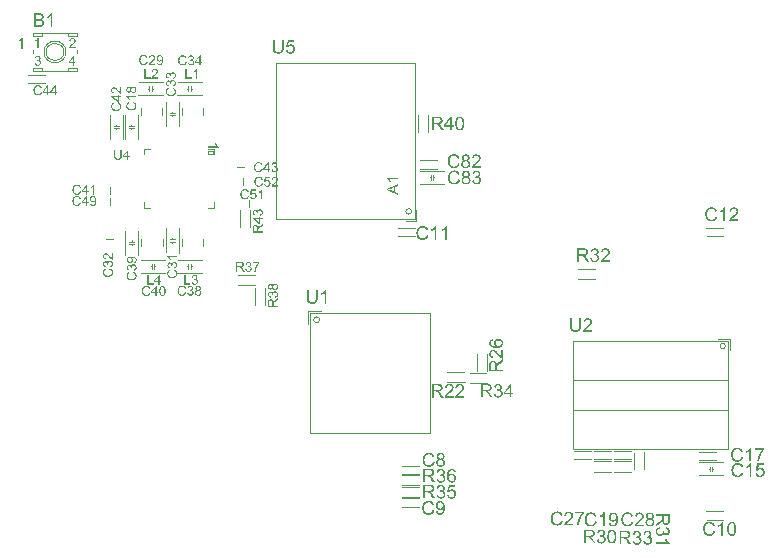
<source format=gto>
G04 Layer_Color=65535*
%FSLAX43Y43*%
%MOMM*%
G71*
G01*
G75*
%ADD25C,0.100*%
%ADD28C,0.120*%
%ADD39C,0.080*%
G36*
X26789Y73943D02*
X26647D01*
Y74844D01*
X26646Y74843D01*
X26637Y74836D01*
X26627Y74826D01*
X26611Y74814D01*
X26592Y74799D01*
X26569Y74783D01*
X26542Y74764D01*
X26512Y74746D01*
X26511D01*
X26509Y74744D01*
X26499Y74738D01*
X26482Y74729D01*
X26462Y74719D01*
X26439Y74708D01*
X26414Y74696D01*
X26389Y74684D01*
X26364Y74674D01*
Y74811D01*
X26366D01*
X26369Y74814D01*
X26376Y74816D01*
X26384Y74821D01*
X26394Y74826D01*
X26406Y74833D01*
X26434Y74849D01*
X26467Y74868D01*
X26501Y74891D01*
X26536Y74918D01*
X26571Y74946D01*
X26572Y74948D01*
X26574Y74949D01*
X26579Y74954D01*
X26586Y74959D01*
X26601Y74976D01*
X26621Y74996D01*
X26641Y75019D01*
X26662Y75046D01*
X26681Y75073D01*
X26697Y75101D01*
X26789D01*
Y73943D01*
D02*
G37*
G36*
X26059Y74430D02*
Y74428D01*
Y74421D01*
Y74413D01*
Y74401D01*
X26058Y74386D01*
Y74370D01*
X26056Y74350D01*
X26054Y74330D01*
X26049Y74285D01*
X26043Y74238D01*
X26033Y74193D01*
X26026Y74171D01*
X26019Y74151D01*
Y74150D01*
X26018Y74146D01*
X26014Y74141D01*
X26011Y74135D01*
X26001Y74116D01*
X25986Y74093D01*
X25966Y74066D01*
X25943Y74040D01*
X25913Y74011D01*
X25876Y73986D01*
X25874D01*
X25871Y73983D01*
X25866Y73981D01*
X25858Y73976D01*
X25848Y73971D01*
X25834Y73966D01*
X25821Y73961D01*
X25804Y73955D01*
X25786Y73948D01*
X25766Y73943D01*
X25744Y73938D01*
X25719Y73933D01*
X25694Y73930D01*
X25668Y73926D01*
X25608Y73923D01*
X25593D01*
X25581Y73925D01*
X25568D01*
X25551Y73926D01*
X25533Y73928D01*
X25514Y73930D01*
X25473Y73936D01*
X25428Y73946D01*
X25384Y73960D01*
X25343Y73978D01*
X25341D01*
X25338Y73981D01*
X25333Y73985D01*
X25326Y73988D01*
X25308Y74001D01*
X25286Y74020D01*
X25261Y74043D01*
X25238Y74070D01*
X25214Y74103D01*
X25196Y74140D01*
Y74141D01*
X25194Y74145D01*
X25193Y74151D01*
X25189Y74160D01*
X25186Y74170D01*
X25183Y74183D01*
X25178Y74198D01*
X25174Y74216D01*
X25171Y74236D01*
X25166Y74258D01*
X25163Y74281D01*
X25159Y74306D01*
X25156Y74335D01*
X25154Y74365D01*
X25153Y74396D01*
Y74430D01*
Y75096D01*
X25306D01*
Y74430D01*
Y74428D01*
Y74423D01*
Y74415D01*
Y74405D01*
X25308Y74393D01*
Y74378D01*
X25309Y74346D01*
X25313Y74310D01*
X25318Y74273D01*
X25324Y74238D01*
X25328Y74223D01*
X25333Y74208D01*
X25334Y74205D01*
X25338Y74196D01*
X25346Y74185D01*
X25356Y74168D01*
X25368Y74151D01*
X25384Y74133D01*
X25404Y74115D01*
X25428Y74100D01*
X25431Y74098D01*
X25439Y74093D01*
X25454Y74088D01*
X25474Y74081D01*
X25498Y74073D01*
X25528Y74068D01*
X25559Y74063D01*
X25594Y74061D01*
X25611D01*
X25621Y74063D01*
X25636D01*
X25651Y74065D01*
X25688Y74071D01*
X25728Y74080D01*
X25766Y74093D01*
X25803Y74111D01*
X25819Y74123D01*
X25834Y74136D01*
X25836Y74138D01*
X25838Y74140D01*
X25841Y74145D01*
X25846Y74151D01*
X25851Y74161D01*
X25858Y74171D01*
X25864Y74186D01*
X25871Y74201D01*
X25878Y74220D01*
X25883Y74241D01*
X25889Y74266D01*
X25894Y74293D01*
X25899Y74323D01*
X25903Y74355D01*
X25906Y74391D01*
Y74430D01*
Y75096D01*
X26059D01*
Y74430D01*
D02*
G37*
G36*
X46372Y56346D02*
X46387Y56345D01*
X46405Y56343D01*
X46423Y56341D01*
X46445Y56336D01*
X46490Y56326D01*
X46540Y56311D01*
X46565Y56301D01*
X46588Y56290D01*
X46611Y56275D01*
X46635Y56260D01*
X46636Y56258D01*
X46640Y56256D01*
X46646Y56251D01*
X46655Y56243D01*
X46663Y56235D01*
X46675Y56223D01*
X46686Y56210D01*
X46700Y56196D01*
X46713Y56180D01*
X46726Y56160D01*
X46741Y56140D01*
X46755Y56118D01*
X46766Y56093D01*
X46780Y56068D01*
X46790Y56041D01*
X46800Y56011D01*
X46650Y55976D01*
Y55978D01*
X46648Y55981D01*
X46645Y55988D01*
X46641Y55996D01*
X46638Y56006D01*
X46633Y56020D01*
X46620Y56046D01*
X46603Y56076D01*
X46583Y56106D01*
X46558Y56135D01*
X46531Y56160D01*
X46528Y56163D01*
X46518Y56170D01*
X46501Y56178D01*
X46480Y56190D01*
X46451Y56200D01*
X46420Y56210D01*
X46382Y56216D01*
X46340Y56218D01*
X46327D01*
X46318Y56216D01*
X46307D01*
X46293Y56215D01*
X46262Y56210D01*
X46227Y56203D01*
X46190Y56191D01*
X46152Y56175D01*
X46117Y56153D01*
X46115D01*
X46113Y56150D01*
X46102Y56141D01*
X46087Y56128D01*
X46068Y56108D01*
X46047Y56083D01*
X46027Y56055D01*
X46008Y56020D01*
X45992Y55981D01*
Y55980D01*
X45990Y55976D01*
X45988Y55971D01*
X45987Y55963D01*
X45983Y55953D01*
X45980Y55941D01*
X45975Y55913D01*
X45968Y55880D01*
X45962Y55843D01*
X45958Y55803D01*
X45957Y55760D01*
Y55758D01*
Y55753D01*
Y55745D01*
Y55735D01*
X45958Y55723D01*
Y55708D01*
X45960Y55692D01*
X45962Y55673D01*
X45967Y55633D01*
X45975Y55590D01*
X45985Y55547D01*
X45998Y55503D01*
Y55502D01*
X46000Y55498D01*
X46003Y55493D01*
X46007Y55485D01*
X46017Y55465D01*
X46032Y55442D01*
X46050Y55415D01*
X46073Y55387D01*
X46100Y55362D01*
X46132Y55338D01*
X46133D01*
X46137Y55337D01*
X46142Y55333D01*
X46148Y55330D01*
X46157Y55327D01*
X46167Y55322D01*
X46190Y55312D01*
X46220Y55302D01*
X46253Y55293D01*
X46290Y55287D01*
X46328Y55285D01*
X46340D01*
X46350Y55287D01*
X46362D01*
X46373Y55288D01*
X46403Y55295D01*
X46438Y55303D01*
X46473Y55317D01*
X46510Y55335D01*
X46528Y55345D01*
X46545Y55358D01*
X46546Y55360D01*
X46548Y55362D01*
X46553Y55367D01*
X46560Y55372D01*
X46566Y55380D01*
X46575Y55390D01*
X46585Y55400D01*
X46593Y55413D01*
X46603Y55428D01*
X46615Y55445D01*
X46625Y55462D01*
X46635Y55482D01*
X46643Y55503D01*
X46651Y55527D01*
X46660Y55552D01*
X46666Y55578D01*
X46820Y55540D01*
Y55538D01*
X46818Y55532D01*
X46815Y55522D01*
X46810Y55508D01*
X46805Y55493D01*
X46798Y55475D01*
X46790Y55455D01*
X46780Y55433D01*
X46756Y55387D01*
X46726Y55340D01*
X46708Y55317D01*
X46690Y55293D01*
X46670Y55273D01*
X46646Y55253D01*
X46645Y55252D01*
X46641Y55248D01*
X46633Y55245D01*
X46625Y55238D01*
X46611Y55230D01*
X46598Y55222D01*
X46580Y55213D01*
X46561Y55205D01*
X46540Y55195D01*
X46516Y55187D01*
X46491Y55178D01*
X46465Y55170D01*
X46437Y55163D01*
X46407Y55160D01*
X46375Y55157D01*
X46342Y55155D01*
X46323D01*
X46310Y55157D01*
X46295D01*
X46277Y55158D01*
X46257Y55162D01*
X46233Y55165D01*
X46185Y55173D01*
X46135Y55187D01*
X46085Y55205D01*
X46062Y55217D01*
X46038Y55230D01*
X46037Y55232D01*
X46033Y55233D01*
X46027Y55238D01*
X46020Y55245D01*
X46010Y55252D01*
X45998Y55262D01*
X45985Y55273D01*
X45972Y55287D01*
X45958Y55302D01*
X45943Y55317D01*
X45913Y55355D01*
X45885Y55400D01*
X45860Y55450D01*
Y55452D01*
X45857Y55457D01*
X45855Y55465D01*
X45850Y55475D01*
X45847Y55488D01*
X45842Y55505D01*
X45835Y55523D01*
X45830Y55543D01*
X45825Y55565D01*
X45818Y55590D01*
X45810Y55642D01*
X45803Y55700D01*
X45800Y55760D01*
Y55762D01*
Y55768D01*
Y55778D01*
X45802Y55790D01*
Y55807D01*
X45803Y55823D01*
X45805Y55845D01*
X45808Y55866D01*
X45817Y55915D01*
X45828Y55968D01*
X45845Y56021D01*
X45868Y56073D01*
X45870Y56075D01*
X45872Y56080D01*
X45875Y56086D01*
X45882Y56095D01*
X45888Y56106D01*
X45897Y56120D01*
X45918Y56150D01*
X45947Y56183D01*
X45980Y56216D01*
X46018Y56250D01*
X46063Y56278D01*
X46065Y56280D01*
X46070Y56281D01*
X46077Y56285D01*
X46085Y56290D01*
X46098Y56295D01*
X46112Y56300D01*
X46128Y56306D01*
X46147Y56313D01*
X46167Y56320D01*
X46188Y56326D01*
X46235Y56336D01*
X46288Y56345D01*
X46343Y56348D01*
X46360D01*
X46372Y56346D01*
D02*
G37*
G36*
X47360Y56331D02*
X47373Y56330D01*
X47390Y56328D01*
X47408Y56325D01*
X47426Y56321D01*
X47470Y56310D01*
X47513Y56293D01*
X47535Y56283D01*
X47556Y56271D01*
X47576Y56256D01*
X47595Y56240D01*
X47596Y56238D01*
X47600Y56236D01*
X47603Y56230D01*
X47610Y56223D01*
X47618Y56215D01*
X47626Y56203D01*
X47635Y56191D01*
X47645Y56176D01*
X47661Y56145D01*
X47678Y56105D01*
X47685Y56085D01*
X47688Y56061D01*
X47691Y56038D01*
X47693Y56013D01*
Y56010D01*
Y56001D01*
X47691Y55988D01*
X47690Y55970D01*
X47686Y55950D01*
X47680Y55926D01*
X47673Y55901D01*
X47663Y55876D01*
X47661Y55873D01*
X47658Y55865D01*
X47651Y55851D01*
X47641Y55833D01*
X47628Y55813D01*
X47611Y55788D01*
X47591Y55763D01*
X47568Y55735D01*
X47565Y55732D01*
X47556Y55722D01*
X47548Y55713D01*
X47540Y55705D01*
X47530Y55695D01*
X47516Y55682D01*
X47503Y55668D01*
X47486Y55653D01*
X47470Y55637D01*
X47450Y55618D01*
X47428Y55600D01*
X47405Y55578D01*
X47378Y55557D01*
X47351Y55533D01*
X47350Y55532D01*
X47346Y55528D01*
X47340Y55523D01*
X47331Y55517D01*
X47321Y55507D01*
X47310Y55497D01*
X47283Y55475D01*
X47255Y55450D01*
X47228Y55425D01*
X47205Y55403D01*
X47195Y55395D01*
X47186Y55387D01*
X47185Y55385D01*
X47180Y55380D01*
X47173Y55373D01*
X47165Y55363D01*
X47156Y55352D01*
X47146Y55340D01*
X47126Y55312D01*
X47695D01*
Y55175D01*
X46930D01*
Y55177D01*
Y55183D01*
Y55193D01*
X46931Y55207D01*
X46933Y55222D01*
X46936Y55238D01*
X46940Y55255D01*
X46946Y55273D01*
Y55275D01*
X46948Y55277D01*
X46951Y55287D01*
X46958Y55302D01*
X46968Y55322D01*
X46981Y55345D01*
X46998Y55372D01*
X47016Y55398D01*
X47040Y55427D01*
Y55428D01*
X47043Y55430D01*
X47051Y55440D01*
X47066Y55455D01*
X47088Y55477D01*
X47113Y55502D01*
X47145Y55532D01*
X47183Y55565D01*
X47225Y55600D01*
X47226Y55602D01*
X47233Y55607D01*
X47243Y55615D01*
X47255Y55625D01*
X47270Y55638D01*
X47288Y55653D01*
X47306Y55670D01*
X47328Y55688D01*
X47370Y55728D01*
X47411Y55768D01*
X47431Y55788D01*
X47450Y55808D01*
X47466Y55826D01*
X47480Y55845D01*
Y55846D01*
X47483Y55848D01*
X47486Y55853D01*
X47490Y55860D01*
X47501Y55878D01*
X47515Y55900D01*
X47526Y55926D01*
X47538Y55955D01*
X47545Y55986D01*
X47548Y56016D01*
Y56018D01*
Y56020D01*
X47546Y56030D01*
X47545Y56046D01*
X47540Y56065D01*
X47533Y56088D01*
X47521Y56111D01*
X47506Y56135D01*
X47486Y56158D01*
X47483Y56161D01*
X47475Y56168D01*
X47463Y56176D01*
X47445Y56188D01*
X47421Y56198D01*
X47395Y56208D01*
X47363Y56215D01*
X47328Y56216D01*
X47318D01*
X47311Y56215D01*
X47291Y56213D01*
X47268Y56208D01*
X47243Y56201D01*
X47215Y56190D01*
X47188Y56175D01*
X47163Y56155D01*
X47160Y56151D01*
X47153Y56143D01*
X47143Y56130D01*
X47133Y56110D01*
X47121Y56086D01*
X47111Y56056D01*
X47105Y56023D01*
X47101Y55985D01*
X46956Y56000D01*
Y56001D01*
X46958Y56006D01*
Y56015D01*
X46960Y56026D01*
X46963Y56040D01*
X46966Y56055D01*
X46971Y56073D01*
X46976Y56091D01*
X46990Y56131D01*
X47010Y56171D01*
X47021Y56191D01*
X47036Y56211D01*
X47051Y56230D01*
X47068Y56246D01*
X47070Y56248D01*
X47073Y56250D01*
X47078Y56255D01*
X47086Y56260D01*
X47096Y56266D01*
X47108Y56273D01*
X47121Y56281D01*
X47138Y56290D01*
X47156Y56298D01*
X47176Y56306D01*
X47198Y56313D01*
X47221Y56320D01*
X47246Y56325D01*
X47273Y56330D01*
X47301Y56331D01*
X47331Y56333D01*
X47348D01*
X47360Y56331D01*
D02*
G37*
G36*
X48603Y56201D02*
X48601Y56200D01*
X48598Y56196D01*
X48591Y56190D01*
X48584Y56180D01*
X48574Y56168D01*
X48561Y56155D01*
X48548Y56138D01*
X48533Y56118D01*
X48518Y56098D01*
X48499Y56075D01*
X48481Y56048D01*
X48463Y56021D01*
X48443Y55991D01*
X48423Y55960D01*
X48403Y55925D01*
X48383Y55890D01*
X48381Y55888D01*
X48378Y55881D01*
X48373Y55871D01*
X48364Y55856D01*
X48356Y55838D01*
X48346Y55818D01*
X48334Y55795D01*
X48323Y55768D01*
X48309Y55738D01*
X48294Y55708D01*
X48281Y55675D01*
X48268Y55640D01*
X48241Y55568D01*
X48216Y55492D01*
Y55490D01*
X48214Y55485D01*
X48213Y55477D01*
X48209Y55467D01*
X48206Y55453D01*
X48203Y55437D01*
X48198Y55418D01*
X48194Y55398D01*
X48189Y55375D01*
X48184Y55350D01*
X48176Y55297D01*
X48168Y55238D01*
X48163Y55175D01*
X48018D01*
Y55177D01*
Y55182D01*
Y55188D01*
X48019Y55198D01*
Y55212D01*
X48021Y55228D01*
X48023Y55247D01*
X48024Y55267D01*
X48028Y55290D01*
X48031Y55313D01*
X48036Y55342D01*
X48041Y55370D01*
X48046Y55400D01*
X48053Y55433D01*
X48069Y55502D01*
Y55503D01*
X48071Y55510D01*
X48074Y55520D01*
X48079Y55535D01*
X48084Y55552D01*
X48091Y55572D01*
X48098Y55595D01*
X48108Y55620D01*
X48118Y55648D01*
X48128Y55677D01*
X48153Y55740D01*
X48183Y55807D01*
X48216Y55873D01*
X48218Y55875D01*
X48221Y55881D01*
X48226Y55890D01*
X48233Y55903D01*
X48241Y55918D01*
X48253Y55936D01*
X48264Y55956D01*
X48278Y55978D01*
X48309Y56026D01*
X48343Y56076D01*
X48381Y56128D01*
X48421Y56176D01*
X47856D01*
Y56313D01*
X48603D01*
Y56201D01*
D02*
G37*
G36*
X63856Y60278D02*
X63394D01*
X63333Y59966D01*
X63334Y59968D01*
X63338Y59970D01*
X63343Y59973D01*
X63351Y59978D01*
X63361Y59983D01*
X63373Y59990D01*
X63399Y60003D01*
X63433Y60016D01*
X63469Y60028D01*
X63509Y60036D01*
X63529Y60040D01*
X63566D01*
X63576Y60038D01*
X63589Y60036D01*
X63604Y60035D01*
X63621Y60031D01*
X63639Y60026D01*
X63679Y60015D01*
X63701Y60006D01*
X63723Y59995D01*
X63744Y59983D01*
X63766Y59970D01*
X63786Y59953D01*
X63806Y59935D01*
X63808Y59933D01*
X63811Y59930D01*
X63816Y59925D01*
X63823Y59917D01*
X63831Y59905D01*
X63839Y59893D01*
X63849Y59878D01*
X63859Y59862D01*
X63868Y59843D01*
X63878Y59823D01*
X63886Y59800D01*
X63894Y59777D01*
X63901Y59752D01*
X63906Y59723D01*
X63909Y59695D01*
X63911Y59665D01*
Y59663D01*
Y59658D01*
Y59650D01*
X63909Y59638D01*
X63908Y59625D01*
X63906Y59610D01*
X63903Y59592D01*
X63899Y59573D01*
X63889Y59530D01*
X63873Y59485D01*
X63863Y59462D01*
X63849Y59440D01*
X63836Y59417D01*
X63819Y59395D01*
X63818Y59393D01*
X63814Y59388D01*
X63808Y59382D01*
X63799Y59373D01*
X63788Y59363D01*
X63774Y59350D01*
X63758Y59338D01*
X63739Y59325D01*
X63719Y59312D01*
X63696Y59300D01*
X63671Y59288D01*
X63644Y59277D01*
X63616Y59268D01*
X63584Y59262D01*
X63551Y59257D01*
X63516Y59255D01*
X63501D01*
X63489Y59257D01*
X63476Y59258D01*
X63461Y59260D01*
X63443Y59262D01*
X63424Y59267D01*
X63383Y59277D01*
X63341Y59292D01*
X63319Y59302D01*
X63298Y59313D01*
X63278Y59327D01*
X63258Y59342D01*
X63256Y59343D01*
X63253Y59345D01*
X63249Y59352D01*
X63243Y59358D01*
X63234Y59367D01*
X63226Y59377D01*
X63216Y59390D01*
X63208Y59405D01*
X63198Y59420D01*
X63188Y59438D01*
X63169Y59478D01*
X63154Y59525D01*
X63149Y59550D01*
X63146Y59577D01*
X63294Y59588D01*
Y59587D01*
Y59583D01*
X63296Y59578D01*
X63298Y59570D01*
X63303Y59552D01*
X63309Y59527D01*
X63319Y59502D01*
X63333Y59473D01*
X63349Y59448D01*
X63369Y59425D01*
X63373Y59423D01*
X63379Y59417D01*
X63393Y59408D01*
X63411Y59398D01*
X63431Y59388D01*
X63456Y59380D01*
X63484Y59373D01*
X63516Y59372D01*
X63526D01*
X63533Y59373D01*
X63553Y59375D01*
X63576Y59382D01*
X63604Y59390D01*
X63633Y59403D01*
X63663Y59423D01*
X63676Y59435D01*
X63689Y59448D01*
X63691Y59450D01*
X63693Y59452D01*
X63696Y59457D01*
X63701Y59462D01*
X63713Y59480D01*
X63726Y59503D01*
X63738Y59532D01*
X63749Y59567D01*
X63758Y59608D01*
X63761Y59630D01*
Y59653D01*
Y59655D01*
Y59658D01*
Y59665D01*
X63759Y59673D01*
Y59683D01*
X63758Y59695D01*
X63753Y59722D01*
X63744Y59753D01*
X63733Y59785D01*
X63716Y59815D01*
X63693Y59843D01*
Y59845D01*
X63689Y59847D01*
X63681Y59855D01*
X63666Y59867D01*
X63646Y59880D01*
X63619Y59892D01*
X63589Y59903D01*
X63554Y59911D01*
X63534Y59915D01*
X63503D01*
X63489Y59913D01*
X63473Y59911D01*
X63453Y59907D01*
X63433Y59902D01*
X63411Y59893D01*
X63389Y59883D01*
X63388Y59882D01*
X63381Y59878D01*
X63371Y59870D01*
X63358Y59862D01*
X63344Y59850D01*
X63331Y59835D01*
X63316Y59820D01*
X63304Y59802D01*
X63171Y59820D01*
X63283Y60413D01*
X63856D01*
Y60278D01*
D02*
G37*
G36*
X61672Y60446D02*
X61687Y60445D01*
X61705Y60443D01*
X61723Y60441D01*
X61745Y60436D01*
X61790Y60426D01*
X61840Y60411D01*
X61865Y60401D01*
X61888Y60390D01*
X61911Y60375D01*
X61935Y60360D01*
X61936Y60358D01*
X61940Y60356D01*
X61946Y60351D01*
X61955Y60343D01*
X61963Y60335D01*
X61975Y60323D01*
X61986Y60310D01*
X62000Y60296D01*
X62013Y60280D01*
X62026Y60260D01*
X62041Y60240D01*
X62055Y60218D01*
X62066Y60193D01*
X62080Y60168D01*
X62090Y60141D01*
X62100Y60111D01*
X61950Y60076D01*
Y60078D01*
X61948Y60081D01*
X61945Y60088D01*
X61941Y60096D01*
X61938Y60106D01*
X61933Y60120D01*
X61920Y60146D01*
X61903Y60176D01*
X61883Y60206D01*
X61858Y60235D01*
X61831Y60260D01*
X61828Y60263D01*
X61818Y60270D01*
X61801Y60278D01*
X61780Y60290D01*
X61751Y60300D01*
X61720Y60310D01*
X61682Y60316D01*
X61640Y60318D01*
X61627D01*
X61618Y60316D01*
X61607D01*
X61593Y60315D01*
X61562Y60310D01*
X61527Y60303D01*
X61490Y60291D01*
X61452Y60275D01*
X61417Y60253D01*
X61415D01*
X61413Y60250D01*
X61402Y60241D01*
X61387Y60228D01*
X61368Y60208D01*
X61347Y60183D01*
X61327Y60155D01*
X61308Y60120D01*
X61292Y60081D01*
Y60080D01*
X61290Y60076D01*
X61288Y60071D01*
X61287Y60063D01*
X61283Y60053D01*
X61280Y60041D01*
X61275Y60013D01*
X61268Y59980D01*
X61262Y59943D01*
X61258Y59903D01*
X61257Y59860D01*
Y59858D01*
Y59853D01*
Y59845D01*
Y59835D01*
X61258Y59823D01*
Y59808D01*
X61260Y59792D01*
X61262Y59773D01*
X61267Y59733D01*
X61275Y59690D01*
X61285Y59647D01*
X61298Y59603D01*
Y59602D01*
X61300Y59598D01*
X61303Y59593D01*
X61307Y59585D01*
X61317Y59565D01*
X61332Y59542D01*
X61350Y59515D01*
X61373Y59487D01*
X61400Y59462D01*
X61432Y59438D01*
X61433D01*
X61437Y59437D01*
X61442Y59433D01*
X61448Y59430D01*
X61457Y59427D01*
X61467Y59422D01*
X61490Y59412D01*
X61520Y59402D01*
X61553Y59393D01*
X61590Y59387D01*
X61628Y59385D01*
X61640D01*
X61650Y59387D01*
X61662D01*
X61673Y59388D01*
X61703Y59395D01*
X61738Y59403D01*
X61773Y59417D01*
X61810Y59435D01*
X61828Y59445D01*
X61845Y59458D01*
X61846Y59460D01*
X61848Y59462D01*
X61853Y59467D01*
X61860Y59472D01*
X61866Y59480D01*
X61875Y59490D01*
X61885Y59500D01*
X61893Y59513D01*
X61903Y59528D01*
X61915Y59545D01*
X61925Y59562D01*
X61935Y59582D01*
X61943Y59603D01*
X61951Y59627D01*
X61960Y59652D01*
X61966Y59678D01*
X62120Y59640D01*
Y59638D01*
X62118Y59632D01*
X62115Y59622D01*
X62110Y59608D01*
X62105Y59593D01*
X62098Y59575D01*
X62090Y59555D01*
X62080Y59533D01*
X62056Y59487D01*
X62026Y59440D01*
X62008Y59417D01*
X61990Y59393D01*
X61970Y59373D01*
X61946Y59353D01*
X61945Y59352D01*
X61941Y59348D01*
X61933Y59345D01*
X61925Y59338D01*
X61911Y59330D01*
X61898Y59322D01*
X61880Y59313D01*
X61861Y59305D01*
X61840Y59295D01*
X61816Y59287D01*
X61791Y59278D01*
X61765Y59270D01*
X61736Y59263D01*
X61707Y59260D01*
X61675Y59257D01*
X61642Y59255D01*
X61623D01*
X61610Y59257D01*
X61595D01*
X61577Y59258D01*
X61557Y59262D01*
X61533Y59265D01*
X61485Y59273D01*
X61435Y59287D01*
X61385Y59305D01*
X61362Y59317D01*
X61338Y59330D01*
X61337Y59332D01*
X61333Y59333D01*
X61327Y59338D01*
X61320Y59345D01*
X61310Y59352D01*
X61298Y59362D01*
X61285Y59373D01*
X61272Y59387D01*
X61258Y59402D01*
X61243Y59417D01*
X61213Y59455D01*
X61185Y59500D01*
X61160Y59550D01*
Y59552D01*
X61157Y59557D01*
X61155Y59565D01*
X61150Y59575D01*
X61147Y59588D01*
X61142Y59605D01*
X61135Y59623D01*
X61130Y59643D01*
X61125Y59665D01*
X61118Y59690D01*
X61110Y59742D01*
X61103Y59800D01*
X61100Y59860D01*
Y59862D01*
Y59868D01*
Y59878D01*
X61102Y59890D01*
Y59907D01*
X61103Y59923D01*
X61105Y59945D01*
X61108Y59966D01*
X61117Y60015D01*
X61128Y60068D01*
X61145Y60121D01*
X61168Y60173D01*
X61170Y60175D01*
X61172Y60180D01*
X61175Y60186D01*
X61182Y60195D01*
X61188Y60206D01*
X61197Y60220D01*
X61218Y60250D01*
X61247Y60283D01*
X61280Y60316D01*
X61318Y60350D01*
X61363Y60378D01*
X61365Y60380D01*
X61370Y60381D01*
X61377Y60385D01*
X61385Y60390D01*
X61398Y60395D01*
X61412Y60400D01*
X61428Y60406D01*
X61447Y60413D01*
X61467Y60420D01*
X61488Y60426D01*
X61535Y60436D01*
X61588Y60445D01*
X61643Y60448D01*
X61660D01*
X61672Y60446D01*
D02*
G37*
G36*
X62783Y59275D02*
X62641D01*
Y60176D01*
X62640Y60175D01*
X62631Y60168D01*
X62621Y60158D01*
X62605Y60146D01*
X62586Y60131D01*
X62563Y60115D01*
X62536Y60096D01*
X62506Y60078D01*
X62505D01*
X62503Y60076D01*
X62493Y60070D01*
X62476Y60061D01*
X62456Y60051D01*
X62433Y60040D01*
X62408Y60028D01*
X62383Y60016D01*
X62358Y60006D01*
Y60143D01*
X62360D01*
X62363Y60146D01*
X62370Y60148D01*
X62378Y60153D01*
X62388Y60158D01*
X62400Y60165D01*
X62428Y60181D01*
X62461Y60200D01*
X62495Y60223D01*
X62530Y60250D01*
X62565Y60278D01*
X62566Y60280D01*
X62568Y60281D01*
X62573Y60286D01*
X62580Y60291D01*
X62595Y60308D01*
X62615Y60328D01*
X62635Y60351D01*
X62656Y60378D01*
X62675Y60405D01*
X62691Y60433D01*
X62783D01*
Y59275D01*
D02*
G37*
G36*
X48967Y72712D02*
X48980Y72710D01*
X48997Y72708D01*
X49015Y72705D01*
X49034Y72702D01*
X49077Y72690D01*
X49120Y72673D01*
X49142Y72663D01*
X49164Y72652D01*
X49184Y72637D01*
X49202Y72620D01*
X49204Y72618D01*
X49207Y72617D01*
X49210Y72610D01*
X49217Y72603D01*
X49225Y72595D01*
X49234Y72583D01*
X49242Y72572D01*
X49252Y72557D01*
X49269Y72525D01*
X49285Y72485D01*
X49292Y72465D01*
X49295Y72442D01*
X49299Y72419D01*
X49300Y72394D01*
Y72390D01*
Y72382D01*
X49299Y72369D01*
X49297Y72350D01*
X49294Y72330D01*
X49287Y72307D01*
X49280Y72282D01*
X49270Y72257D01*
X49269Y72254D01*
X49265Y72245D01*
X49259Y72232D01*
X49249Y72214D01*
X49235Y72194D01*
X49219Y72169D01*
X49199Y72144D01*
X49175Y72115D01*
X49172Y72112D01*
X49164Y72102D01*
X49155Y72094D01*
X49147Y72085D01*
X49137Y72075D01*
X49124Y72062D01*
X49110Y72049D01*
X49094Y72034D01*
X49077Y72017D01*
X49057Y71999D01*
X49035Y71980D01*
X49012Y71959D01*
X48985Y71937D01*
X48959Y71914D01*
X48957Y71912D01*
X48954Y71909D01*
X48947Y71904D01*
X48939Y71897D01*
X48929Y71887D01*
X48917Y71877D01*
X48890Y71855D01*
X48862Y71830D01*
X48835Y71805D01*
X48812Y71784D01*
X48802Y71775D01*
X48794Y71767D01*
X48792Y71765D01*
X48787Y71760D01*
X48780Y71754D01*
X48772Y71744D01*
X48764Y71732D01*
X48754Y71720D01*
X48734Y71692D01*
X49302D01*
Y71555D01*
X48537D01*
Y71557D01*
Y71564D01*
Y71574D01*
X48539Y71587D01*
X48540Y71602D01*
X48544Y71619D01*
X48547Y71635D01*
X48554Y71654D01*
Y71655D01*
X48555Y71657D01*
X48559Y71667D01*
X48565Y71682D01*
X48575Y71702D01*
X48589Y71725D01*
X48605Y71752D01*
X48624Y71779D01*
X48647Y71807D01*
Y71809D01*
X48650Y71810D01*
X48659Y71820D01*
X48674Y71835D01*
X48695Y71857D01*
X48720Y71882D01*
X48752Y71912D01*
X48790Y71945D01*
X48832Y71980D01*
X48834Y71982D01*
X48840Y71987D01*
X48850Y71995D01*
X48862Y72005D01*
X48877Y72019D01*
X48895Y72034D01*
X48914Y72050D01*
X48935Y72069D01*
X48977Y72109D01*
X49019Y72149D01*
X49039Y72169D01*
X49057Y72189D01*
X49074Y72207D01*
X49087Y72225D01*
Y72227D01*
X49090Y72229D01*
X49094Y72234D01*
X49097Y72240D01*
X49109Y72259D01*
X49122Y72280D01*
X49134Y72307D01*
X49145Y72335D01*
X49152Y72367D01*
X49155Y72397D01*
Y72399D01*
Y72400D01*
X49154Y72410D01*
X49152Y72427D01*
X49147Y72445D01*
X49140Y72468D01*
X49129Y72492D01*
X49114Y72515D01*
X49094Y72538D01*
X49090Y72542D01*
X49082Y72548D01*
X49070Y72557D01*
X49052Y72568D01*
X49029Y72578D01*
X49002Y72588D01*
X48970Y72595D01*
X48935Y72597D01*
X48925D01*
X48919Y72595D01*
X48899Y72593D01*
X48875Y72588D01*
X48850Y72582D01*
X48822Y72570D01*
X48795Y72555D01*
X48770Y72535D01*
X48767Y72532D01*
X48760Y72523D01*
X48750Y72510D01*
X48740Y72490D01*
X48729Y72467D01*
X48719Y72437D01*
X48712Y72404D01*
X48709Y72365D01*
X48564Y72380D01*
Y72382D01*
X48565Y72387D01*
Y72395D01*
X48567Y72407D01*
X48570Y72420D01*
X48574Y72435D01*
X48579Y72454D01*
X48584Y72472D01*
X48597Y72512D01*
X48617Y72552D01*
X48629Y72572D01*
X48644Y72592D01*
X48659Y72610D01*
X48675Y72627D01*
X48677Y72628D01*
X48680Y72630D01*
X48685Y72635D01*
X48694Y72640D01*
X48704Y72647D01*
X48715Y72653D01*
X48729Y72662D01*
X48745Y72670D01*
X48764Y72678D01*
X48784Y72687D01*
X48805Y72693D01*
X48829Y72700D01*
X48854Y72705D01*
X48880Y72710D01*
X48909Y72712D01*
X48939Y72713D01*
X48955D01*
X48967Y72712D01*
D02*
G37*
G36*
X48360Y72042D02*
Y72040D01*
Y72034D01*
Y72025D01*
Y72014D01*
X48359Y71999D01*
Y71982D01*
X48357Y71962D01*
X48355Y71942D01*
X48350Y71897D01*
X48344Y71850D01*
X48334Y71805D01*
X48327Y71784D01*
X48320Y71764D01*
Y71762D01*
X48319Y71759D01*
X48315Y71754D01*
X48312Y71747D01*
X48302Y71729D01*
X48287Y71705D01*
X48267Y71679D01*
X48244Y71652D01*
X48214Y71624D01*
X48177Y71599D01*
X48175D01*
X48172Y71595D01*
X48167Y71594D01*
X48159Y71589D01*
X48149Y71584D01*
X48135Y71579D01*
X48122Y71574D01*
X48105Y71567D01*
X48087Y71560D01*
X48067Y71555D01*
X48046Y71550D01*
X48021Y71545D01*
X47996Y71542D01*
X47969Y71539D01*
X47909Y71535D01*
X47894D01*
X47882Y71537D01*
X47869D01*
X47852Y71539D01*
X47834Y71540D01*
X47816Y71542D01*
X47774Y71549D01*
X47729Y71559D01*
X47686Y71572D01*
X47644Y71590D01*
X47642D01*
X47639Y71594D01*
X47634Y71597D01*
X47627Y71600D01*
X47609Y71614D01*
X47587Y71632D01*
X47562Y71655D01*
X47539Y71682D01*
X47516Y71715D01*
X47497Y71752D01*
Y71754D01*
X47496Y71757D01*
X47494Y71764D01*
X47491Y71772D01*
X47487Y71782D01*
X47484Y71795D01*
X47479Y71810D01*
X47476Y71829D01*
X47472Y71849D01*
X47467Y71870D01*
X47464Y71894D01*
X47461Y71919D01*
X47457Y71947D01*
X47456Y71977D01*
X47454Y72009D01*
Y72042D01*
Y72708D01*
X47607D01*
Y72042D01*
Y72040D01*
Y72035D01*
Y72027D01*
Y72017D01*
X47609Y72005D01*
Y71990D01*
X47611Y71959D01*
X47614Y71922D01*
X47619Y71885D01*
X47626Y71850D01*
X47629Y71835D01*
X47634Y71820D01*
X47636Y71817D01*
X47639Y71809D01*
X47647Y71797D01*
X47657Y71780D01*
X47669Y71764D01*
X47686Y71745D01*
X47706Y71727D01*
X47729Y71712D01*
X47732Y71710D01*
X47741Y71705D01*
X47756Y71700D01*
X47776Y71694D01*
X47799Y71685D01*
X47829Y71680D01*
X47861Y71675D01*
X47896Y71674D01*
X47912D01*
X47922Y71675D01*
X47937D01*
X47952Y71677D01*
X47989Y71684D01*
X48029Y71692D01*
X48067Y71705D01*
X48104Y71724D01*
X48120Y71735D01*
X48135Y71749D01*
X48137Y71750D01*
X48139Y71752D01*
X48142Y71757D01*
X48147Y71764D01*
X48152Y71774D01*
X48159Y71784D01*
X48165Y71799D01*
X48172Y71814D01*
X48179Y71832D01*
X48184Y71854D01*
X48190Y71879D01*
X48195Y71905D01*
X48200Y71935D01*
X48204Y71967D01*
X48207Y72004D01*
Y72042D01*
Y72708D01*
X48360D01*
Y72042D01*
D02*
G37*
G36*
X36525Y58606D02*
X36546Y58603D01*
X36573Y58598D01*
X36603Y58590D01*
X36633Y58580D01*
X36663Y58566D01*
X36665D01*
X36666Y58565D01*
X36676Y58560D01*
X36691Y58550D01*
X36708Y58538D01*
X36728Y58521D01*
X36748Y58503D01*
X36768Y58481D01*
X36785Y58456D01*
X36786Y58453D01*
X36791Y58445D01*
X36798Y58430D01*
X36806Y58411D01*
X36815Y58390D01*
X36821Y58365D01*
X36826Y58336D01*
X36828Y58308D01*
Y58305D01*
Y58295D01*
X36826Y58281D01*
X36823Y58263D01*
X36818Y58241D01*
X36810Y58218D01*
X36800Y58195D01*
X36786Y58171D01*
X36785Y58168D01*
X36780Y58161D01*
X36770Y58150D01*
X36756Y58136D01*
X36740Y58121D01*
X36720Y58105D01*
X36696Y58090D01*
X36668Y58075D01*
X36670D01*
X36673Y58073D01*
X36678Y58072D01*
X36685Y58070D01*
X36703Y58063D01*
X36726Y58053D01*
X36753Y58040D01*
X36780Y58023D01*
X36805Y58002D01*
X36828Y57977D01*
X36830Y57973D01*
X36836Y57963D01*
X36846Y57947D01*
X36856Y57925D01*
X36866Y57898D01*
X36876Y57867D01*
X36883Y57830D01*
X36885Y57790D01*
Y57788D01*
Y57783D01*
Y57775D01*
X36883Y57765D01*
X36881Y57752D01*
X36878Y57737D01*
X36875Y57720D01*
X36871Y57702D01*
X36858Y57662D01*
X36848Y57640D01*
X36838Y57620D01*
X36825Y57598D01*
X36810Y57577D01*
X36793Y57555D01*
X36773Y57535D01*
X36771Y57533D01*
X36768Y57530D01*
X36761Y57525D01*
X36753Y57518D01*
X36743Y57510D01*
X36730Y57502D01*
X36715Y57492D01*
X36696Y57483D01*
X36678Y57473D01*
X36656Y57463D01*
X36635Y57455D01*
X36610Y57447D01*
X36583Y57440D01*
X36555Y57435D01*
X36526Y57432D01*
X36495Y57430D01*
X36480D01*
X36470Y57432D01*
X36456Y57433D01*
X36441Y57435D01*
X36425Y57438D01*
X36406Y57442D01*
X36366Y57452D01*
X36325Y57468D01*
X36303Y57478D01*
X36283Y57490D01*
X36263Y57505D01*
X36243Y57520D01*
X36241Y57522D01*
X36238Y57525D01*
X36233Y57530D01*
X36228Y57537D01*
X36220Y57545D01*
X36211Y57557D01*
X36201Y57568D01*
X36191Y57583D01*
X36181Y57600D01*
X36171Y57617D01*
X36153Y57657D01*
X36138Y57703D01*
X36133Y57728D01*
X36130Y57755D01*
X36271Y57773D01*
Y57772D01*
X36273Y57768D01*
X36275Y57762D01*
X36276Y57753D01*
X36278Y57743D01*
X36281Y57732D01*
X36290Y57707D01*
X36301Y57677D01*
X36316Y57648D01*
X36333Y57622D01*
X36353Y57598D01*
X36356Y57597D01*
X36363Y57590D01*
X36376Y57582D01*
X36393Y57573D01*
X36413Y57563D01*
X36438Y57555D01*
X36466Y57548D01*
X36496Y57547D01*
X36506D01*
X36513Y57548D01*
X36531Y57550D01*
X36555Y57555D01*
X36581Y57563D01*
X36610Y57575D01*
X36638Y57592D01*
X36665Y57615D01*
X36668Y57618D01*
X36676Y57628D01*
X36686Y57643D01*
X36700Y57663D01*
X36713Y57688D01*
X36723Y57717D01*
X36731Y57750D01*
X36735Y57787D01*
Y57788D01*
Y57792D01*
Y57797D01*
X36733Y57803D01*
X36731Y57822D01*
X36726Y57843D01*
X36720Y57870D01*
X36708Y57897D01*
X36691Y57923D01*
X36670Y57948D01*
X36666Y57952D01*
X36658Y57958D01*
X36645Y57968D01*
X36626Y57980D01*
X36603Y57992D01*
X36575Y58002D01*
X36543Y58008D01*
X36508Y58012D01*
X36493D01*
X36481Y58010D01*
X36466Y58008D01*
X36450Y58005D01*
X36430Y58002D01*
X36408Y57997D01*
X36425Y58121D01*
X36433D01*
X36440Y58120D01*
X36461D01*
X36480Y58123D01*
X36501Y58126D01*
X36526Y58131D01*
X36555Y58140D01*
X36581Y58151D01*
X36610Y58166D01*
X36611D01*
X36613Y58168D01*
X36621Y58175D01*
X36633Y58186D01*
X36646Y58201D01*
X36660Y58223D01*
X36671Y58248D01*
X36680Y58276D01*
X36683Y58293D01*
Y58311D01*
Y58313D01*
Y58315D01*
Y58325D01*
X36680Y58338D01*
X36676Y58356D01*
X36670Y58376D01*
X36661Y58398D01*
X36648Y58420D01*
X36630Y58440D01*
X36628Y58441D01*
X36620Y58448D01*
X36608Y58456D01*
X36593Y58466D01*
X36573Y58475D01*
X36550Y58483D01*
X36523Y58490D01*
X36493Y58491D01*
X36480D01*
X36465Y58488D01*
X36445Y58485D01*
X36423Y58478D01*
X36401Y58470D01*
X36378Y58456D01*
X36356Y58440D01*
X36355Y58438D01*
X36348Y58430D01*
X36338Y58418D01*
X36326Y58401D01*
X36315Y58380D01*
X36303Y58353D01*
X36293Y58321D01*
X36286Y58285D01*
X36145Y58310D01*
Y58311D01*
X36146Y58316D01*
X36148Y58323D01*
X36150Y58333D01*
X36153Y58345D01*
X36158Y58358D01*
X36168Y58390D01*
X36185Y58426D01*
X36205Y58463D01*
X36230Y58498D01*
X36261Y58530D01*
X36263Y58531D01*
X36266Y58533D01*
X36271Y58536D01*
X36278Y58541D01*
X36286Y58548D01*
X36298Y58555D01*
X36310Y58561D01*
X36325Y58570D01*
X36358Y58583D01*
X36396Y58596D01*
X36441Y58605D01*
X36465Y58608D01*
X36506D01*
X36525Y58606D01*
D02*
G37*
G36*
X52173Y54701D02*
X52188D01*
X52223Y54700D01*
X52260Y54695D01*
X52300Y54690D01*
X52336Y54681D01*
X52355Y54676D01*
X52370Y54671D01*
X52371D01*
X52373Y54670D01*
X52383Y54665D01*
X52398Y54658D01*
X52416Y54646D01*
X52436Y54631D01*
X52458Y54611D01*
X52478Y54588D01*
X52498Y54561D01*
Y54560D01*
X52500Y54558D01*
X52506Y54548D01*
X52513Y54531D01*
X52523Y54510D01*
X52531Y54485D01*
X52540Y54455D01*
X52545Y54423D01*
X52546Y54388D01*
Y54386D01*
Y54383D01*
Y54376D01*
X52545Y54368D01*
Y54356D01*
X52543Y54345D01*
X52536Y54316D01*
X52526Y54283D01*
X52513Y54248D01*
X52493Y54213D01*
X52480Y54196D01*
X52466Y54180D01*
X52465Y54178D01*
X52463Y54177D01*
X52458Y54172D01*
X52451Y54167D01*
X52443Y54160D01*
X52433Y54153D01*
X52420Y54145D01*
X52406Y54135D01*
X52390Y54127D01*
X52371Y54118D01*
X52351Y54108D01*
X52330Y54100D01*
X52305Y54093D01*
X52280Y54085D01*
X52252Y54080D01*
X52222Y54075D01*
X52225Y54073D01*
X52232Y54070D01*
X52242Y54063D01*
X52255Y54057D01*
X52285Y54038D01*
X52300Y54027D01*
X52313Y54017D01*
X52316Y54013D01*
X52325Y54005D01*
X52338Y53992D01*
X52355Y53975D01*
X52373Y53952D01*
X52395Y53927D01*
X52416Y53897D01*
X52440Y53863D01*
X52638Y53550D01*
X52448D01*
X52296Y53790D01*
Y53792D01*
X52293Y53795D01*
X52290Y53800D01*
X52285Y53807D01*
X52273Y53825D01*
X52258Y53848D01*
X52240Y53873D01*
X52222Y53900D01*
X52203Y53925D01*
X52187Y53948D01*
X52185Y53950D01*
X52180Y53957D01*
X52172Y53967D01*
X52160Y53978D01*
X52135Y54003D01*
X52122Y54015D01*
X52108Y54025D01*
X52107Y54027D01*
X52103Y54028D01*
X52097Y54032D01*
X52087Y54037D01*
X52077Y54042D01*
X52065Y54047D01*
X52038Y54055D01*
X52037D01*
X52033Y54057D01*
X52027D01*
X52018Y54058D01*
X52007Y54060D01*
X51993D01*
X51975Y54062D01*
X51778D01*
Y53550D01*
X51625D01*
Y54703D01*
X52160D01*
X52173Y54701D01*
D02*
G37*
G36*
X37734Y58453D02*
X37273D01*
X37211Y58141D01*
X37213Y58143D01*
X37216Y58145D01*
X37221Y58148D01*
X37229Y58153D01*
X37239Y58158D01*
X37251Y58165D01*
X37278Y58178D01*
X37311Y58191D01*
X37348Y58203D01*
X37388Y58211D01*
X37408Y58215D01*
X37444D01*
X37454Y58213D01*
X37468Y58211D01*
X37483Y58210D01*
X37499Y58206D01*
X37518Y58201D01*
X37558Y58190D01*
X37579Y58181D01*
X37601Y58170D01*
X37623Y58158D01*
X37644Y58145D01*
X37664Y58128D01*
X37684Y58110D01*
X37686Y58108D01*
X37689Y58105D01*
X37694Y58100D01*
X37701Y58091D01*
X37709Y58080D01*
X37718Y58068D01*
X37728Y58053D01*
X37738Y58037D01*
X37746Y58018D01*
X37756Y57998D01*
X37764Y57975D01*
X37773Y57952D01*
X37779Y57927D01*
X37784Y57898D01*
X37788Y57870D01*
X37789Y57840D01*
Y57838D01*
Y57833D01*
Y57825D01*
X37788Y57813D01*
X37786Y57800D01*
X37784Y57785D01*
X37781Y57767D01*
X37778Y57748D01*
X37768Y57705D01*
X37751Y57660D01*
X37741Y57637D01*
X37728Y57615D01*
X37714Y57592D01*
X37698Y57570D01*
X37696Y57568D01*
X37693Y57563D01*
X37686Y57557D01*
X37678Y57548D01*
X37666Y57538D01*
X37653Y57525D01*
X37636Y57513D01*
X37618Y57500D01*
X37598Y57487D01*
X37574Y57475D01*
X37549Y57463D01*
X37523Y57452D01*
X37494Y57443D01*
X37463Y57437D01*
X37429Y57432D01*
X37394Y57430D01*
X37379D01*
X37368Y57432D01*
X37354Y57433D01*
X37339Y57435D01*
X37321Y57437D01*
X37303Y57442D01*
X37261Y57452D01*
X37219Y57467D01*
X37198Y57477D01*
X37176Y57488D01*
X37156Y57502D01*
X37136Y57517D01*
X37134Y57518D01*
X37131Y57520D01*
X37128Y57527D01*
X37121Y57533D01*
X37113Y57542D01*
X37104Y57552D01*
X37094Y57565D01*
X37086Y57580D01*
X37076Y57595D01*
X37066Y57613D01*
X37048Y57653D01*
X37033Y57700D01*
X37028Y57725D01*
X37024Y57752D01*
X37173Y57763D01*
Y57762D01*
Y57758D01*
X37174Y57753D01*
X37176Y57745D01*
X37181Y57727D01*
X37188Y57702D01*
X37198Y57677D01*
X37211Y57648D01*
X37228Y57623D01*
X37248Y57600D01*
X37251Y57598D01*
X37258Y57592D01*
X37271Y57583D01*
X37289Y57573D01*
X37309Y57563D01*
X37334Y57555D01*
X37363Y57548D01*
X37394Y57547D01*
X37404D01*
X37411Y57548D01*
X37431Y57550D01*
X37454Y57557D01*
X37483Y57565D01*
X37511Y57578D01*
X37541Y57598D01*
X37554Y57610D01*
X37568Y57623D01*
X37569Y57625D01*
X37571Y57627D01*
X37574Y57632D01*
X37579Y57637D01*
X37591Y57655D01*
X37604Y57678D01*
X37616Y57707D01*
X37628Y57742D01*
X37636Y57783D01*
X37639Y57805D01*
Y57828D01*
Y57830D01*
Y57833D01*
Y57840D01*
X37638Y57848D01*
Y57858D01*
X37636Y57870D01*
X37631Y57897D01*
X37623Y57928D01*
X37611Y57960D01*
X37594Y57990D01*
X37571Y58018D01*
Y58020D01*
X37568Y58022D01*
X37559Y58030D01*
X37544Y58042D01*
X37524Y58055D01*
X37498Y58067D01*
X37468Y58078D01*
X37433Y58086D01*
X37413Y58090D01*
X37381D01*
X37368Y58088D01*
X37351Y58086D01*
X37331Y58082D01*
X37311Y58077D01*
X37289Y58068D01*
X37268Y58058D01*
X37266Y58057D01*
X37259Y58053D01*
X37249Y58045D01*
X37236Y58037D01*
X37223Y58025D01*
X37209Y58010D01*
X37194Y57995D01*
X37183Y57977D01*
X37049Y57995D01*
X37161Y58588D01*
X37734D01*
Y58453D01*
D02*
G37*
G36*
X37456Y59956D02*
X37468D01*
X37481Y59955D01*
X37513Y59948D01*
X37548Y59940D01*
X37584Y59926D01*
X37621Y59906D01*
X37639Y59895D01*
X37656Y59881D01*
X37658Y59880D01*
X37659Y59878D01*
X37664Y59873D01*
X37669Y59868D01*
X37678Y59860D01*
X37684Y59850D01*
X37703Y59826D01*
X37721Y59796D01*
X37738Y59760D01*
X37753Y59718D01*
X37763Y59671D01*
X37621Y59660D01*
Y59661D01*
X37619Y59663D01*
X37618Y59673D01*
X37613Y59688D01*
X37606Y59706D01*
X37599Y59726D01*
X37589Y59746D01*
X37578Y59765D01*
X37566Y59780D01*
X37563Y59783D01*
X37556Y59790D01*
X37544Y59800D01*
X37528Y59811D01*
X37506Y59821D01*
X37483Y59831D01*
X37454Y59838D01*
X37424Y59841D01*
X37413D01*
X37399Y59840D01*
X37384Y59836D01*
X37364Y59831D01*
X37344Y59825D01*
X37324Y59816D01*
X37304Y59803D01*
X37301Y59801D01*
X37293Y59795D01*
X37281Y59783D01*
X37266Y59766D01*
X37249Y59746D01*
X37231Y59723D01*
X37214Y59693D01*
X37198Y59660D01*
Y59658D01*
X37196Y59655D01*
X37194Y59650D01*
X37191Y59643D01*
X37189Y59633D01*
X37186Y59621D01*
X37183Y59608D01*
X37179Y59591D01*
X37174Y59573D01*
X37171Y59553D01*
X37168Y59531D01*
X37166Y59508D01*
X37163Y59481D01*
X37161Y59455D01*
X37159Y59425D01*
Y59395D01*
X37161Y59397D01*
X37168Y59407D01*
X37179Y59420D01*
X37194Y59437D01*
X37211Y59457D01*
X37233Y59475D01*
X37256Y59493D01*
X37283Y59510D01*
X37284D01*
X37286Y59511D01*
X37296Y59516D01*
X37311Y59521D01*
X37331Y59530D01*
X37354Y59536D01*
X37381Y59541D01*
X37409Y59546D01*
X37439Y59548D01*
X37453D01*
X37463Y59546D01*
X37476Y59545D01*
X37489Y59543D01*
X37506Y59540D01*
X37523Y59535D01*
X37561Y59523D01*
X37581Y59515D01*
X37601Y59503D01*
X37621Y59491D01*
X37643Y59478D01*
X37663Y59461D01*
X37681Y59443D01*
X37683Y59442D01*
X37686Y59438D01*
X37691Y59433D01*
X37696Y59425D01*
X37704Y59413D01*
X37713Y59402D01*
X37721Y59387D01*
X37731Y59370D01*
X37741Y59352D01*
X37749Y59332D01*
X37758Y59308D01*
X37766Y59285D01*
X37771Y59260D01*
X37776Y59232D01*
X37779Y59203D01*
X37781Y59173D01*
Y59172D01*
Y59168D01*
Y59163D01*
Y59155D01*
X37779Y59145D01*
Y59135D01*
X37774Y59108D01*
X37769Y59077D01*
X37761Y59043D01*
X37749Y59007D01*
X37733Y58972D01*
Y58970D01*
X37731Y58968D01*
X37728Y58963D01*
X37724Y58957D01*
X37714Y58940D01*
X37699Y58918D01*
X37681Y58895D01*
X37659Y58872D01*
X37633Y58848D01*
X37604Y58828D01*
X37603D01*
X37601Y58827D01*
X37596Y58823D01*
X37589Y58822D01*
X37573Y58813D01*
X37551Y58805D01*
X37523Y58795D01*
X37491Y58788D01*
X37456Y58782D01*
X37418Y58780D01*
X37409D01*
X37401Y58782D01*
X37388D01*
X37373Y58783D01*
X37356Y58787D01*
X37336Y58792D01*
X37316Y58797D01*
X37293Y58803D01*
X37269Y58812D01*
X37246Y58822D01*
X37221Y58835D01*
X37198Y58850D01*
X37174Y58867D01*
X37151Y58887D01*
X37129Y58910D01*
X37128Y58912D01*
X37124Y58917D01*
X37119Y58923D01*
X37113Y58935D01*
X37103Y58950D01*
X37094Y58967D01*
X37084Y58988D01*
X37074Y59012D01*
X37063Y59040D01*
X37053Y59072D01*
X37044Y59107D01*
X37036Y59145D01*
X37028Y59188D01*
X37023Y59235D01*
X37019Y59285D01*
X37018Y59338D01*
Y59340D01*
Y59342D01*
Y59347D01*
Y59353D01*
X37019Y59370D01*
Y59393D01*
X37021Y59420D01*
X37024Y59451D01*
X37028Y59486D01*
X37033Y59525D01*
X37039Y59563D01*
X37048Y59605D01*
X37058Y59645D01*
X37069Y59685D01*
X37084Y59723D01*
X37101Y59760D01*
X37119Y59795D01*
X37141Y59825D01*
X37143Y59826D01*
X37146Y59830D01*
X37153Y59836D01*
X37161Y59846D01*
X37171Y59856D01*
X37184Y59866D01*
X37201Y59880D01*
X37218Y59891D01*
X37238Y59903D01*
X37259Y59916D01*
X37284Y59926D01*
X37309Y59938D01*
X37338Y59946D01*
X37368Y59953D01*
X37399Y59956D01*
X37433Y59958D01*
X37446D01*
X37456Y59956D01*
D02*
G37*
G36*
X35573Y58601D02*
X35588D01*
X35623Y58600D01*
X35660Y58595D01*
X35700Y58590D01*
X35736Y58581D01*
X35755Y58576D01*
X35770Y58571D01*
X35771D01*
X35773Y58570D01*
X35783Y58565D01*
X35798Y58558D01*
X35816Y58546D01*
X35836Y58531D01*
X35858Y58511D01*
X35878Y58488D01*
X35898Y58461D01*
Y58460D01*
X35900Y58458D01*
X35906Y58448D01*
X35913Y58431D01*
X35923Y58410D01*
X35931Y58385D01*
X35940Y58355D01*
X35945Y58323D01*
X35946Y58288D01*
Y58286D01*
Y58283D01*
Y58276D01*
X35945Y58268D01*
Y58256D01*
X35943Y58245D01*
X35936Y58216D01*
X35926Y58183D01*
X35913Y58148D01*
X35893Y58113D01*
X35880Y58097D01*
X35866Y58080D01*
X35865Y58078D01*
X35863Y58077D01*
X35858Y58072D01*
X35851Y58067D01*
X35843Y58060D01*
X35833Y58053D01*
X35820Y58045D01*
X35806Y58035D01*
X35790Y58027D01*
X35771Y58018D01*
X35751Y58008D01*
X35730Y58000D01*
X35705Y57993D01*
X35680Y57985D01*
X35652Y57980D01*
X35622Y57975D01*
X35625Y57973D01*
X35632Y57970D01*
X35642Y57963D01*
X35655Y57957D01*
X35685Y57938D01*
X35700Y57927D01*
X35713Y57917D01*
X35716Y57913D01*
X35725Y57905D01*
X35738Y57892D01*
X35755Y57875D01*
X35773Y57852D01*
X35795Y57827D01*
X35816Y57797D01*
X35840Y57763D01*
X36038Y57450D01*
X35848D01*
X35696Y57690D01*
Y57692D01*
X35693Y57695D01*
X35690Y57700D01*
X35685Y57707D01*
X35673Y57725D01*
X35658Y57748D01*
X35640Y57773D01*
X35622Y57800D01*
X35603Y57825D01*
X35587Y57848D01*
X35585Y57850D01*
X35580Y57857D01*
X35572Y57867D01*
X35560Y57878D01*
X35535Y57903D01*
X35522Y57915D01*
X35508Y57925D01*
X35507Y57927D01*
X35503Y57928D01*
X35497Y57932D01*
X35487Y57937D01*
X35477Y57942D01*
X35465Y57947D01*
X35438Y57955D01*
X35437D01*
X35433Y57957D01*
X35427D01*
X35418Y57958D01*
X35407Y57960D01*
X35393D01*
X35375Y57962D01*
X35178D01*
Y57450D01*
X35025D01*
Y58603D01*
X35560D01*
X35573Y58601D01*
D02*
G37*
G36*
X49148Y54801D02*
X49163D01*
X49198Y54800D01*
X49235Y54795D01*
X49275Y54790D01*
X49311Y54781D01*
X49330Y54776D01*
X49345Y54771D01*
X49346D01*
X49348Y54770D01*
X49358Y54765D01*
X49373Y54758D01*
X49391Y54746D01*
X49411Y54731D01*
X49433Y54711D01*
X49453Y54688D01*
X49473Y54661D01*
Y54660D01*
X49475Y54658D01*
X49481Y54648D01*
X49488Y54631D01*
X49498Y54610D01*
X49506Y54585D01*
X49515Y54555D01*
X49520Y54523D01*
X49521Y54488D01*
Y54486D01*
Y54483D01*
Y54476D01*
X49520Y54468D01*
Y54456D01*
X49518Y54445D01*
X49511Y54416D01*
X49501Y54383D01*
X49488Y54348D01*
X49468Y54313D01*
X49455Y54297D01*
X49441Y54280D01*
X49440Y54278D01*
X49438Y54277D01*
X49433Y54272D01*
X49426Y54267D01*
X49418Y54260D01*
X49408Y54253D01*
X49395Y54245D01*
X49381Y54235D01*
X49365Y54227D01*
X49346Y54218D01*
X49326Y54208D01*
X49305Y54200D01*
X49280Y54193D01*
X49255Y54185D01*
X49227Y54180D01*
X49197Y54175D01*
X49200Y54173D01*
X49207Y54170D01*
X49217Y54163D01*
X49230Y54157D01*
X49260Y54138D01*
X49275Y54127D01*
X49288Y54117D01*
X49291Y54113D01*
X49300Y54105D01*
X49313Y54092D01*
X49330Y54075D01*
X49348Y54052D01*
X49370Y54027D01*
X49391Y53997D01*
X49415Y53963D01*
X49613Y53650D01*
X49423D01*
X49271Y53890D01*
Y53892D01*
X49268Y53895D01*
X49265Y53900D01*
X49260Y53907D01*
X49248Y53925D01*
X49233Y53948D01*
X49215Y53973D01*
X49197Y54000D01*
X49178Y54025D01*
X49162Y54048D01*
X49160Y54050D01*
X49155Y54057D01*
X49147Y54067D01*
X49135Y54078D01*
X49110Y54103D01*
X49097Y54115D01*
X49083Y54125D01*
X49082Y54127D01*
X49078Y54128D01*
X49072Y54132D01*
X49062Y54137D01*
X49052Y54142D01*
X49040Y54147D01*
X49013Y54155D01*
X49012D01*
X49008Y54157D01*
X49002D01*
X48993Y54158D01*
X48982Y54160D01*
X48968D01*
X48950Y54162D01*
X48753D01*
Y53650D01*
X48600D01*
Y54803D01*
X49135D01*
X49148Y54801D01*
D02*
G37*
G36*
X50100Y54806D02*
X50121Y54803D01*
X50148Y54798D01*
X50178Y54790D01*
X50208Y54780D01*
X50238Y54766D01*
X50240D01*
X50241Y54765D01*
X50251Y54760D01*
X50266Y54750D01*
X50283Y54738D01*
X50303Y54721D01*
X50323Y54703D01*
X50343Y54681D01*
X50360Y54656D01*
X50361Y54653D01*
X50366Y54645D01*
X50373Y54630D01*
X50381Y54611D01*
X50390Y54590D01*
X50396Y54565D01*
X50401Y54536D01*
X50403Y54508D01*
Y54505D01*
Y54495D01*
X50401Y54481D01*
X50398Y54463D01*
X50393Y54441D01*
X50385Y54418D01*
X50375Y54395D01*
X50361Y54371D01*
X50360Y54368D01*
X50355Y54361D01*
X50345Y54350D01*
X50331Y54336D01*
X50315Y54321D01*
X50295Y54305D01*
X50271Y54290D01*
X50243Y54275D01*
X50245D01*
X50248Y54273D01*
X50253Y54272D01*
X50260Y54270D01*
X50278Y54263D01*
X50301Y54253D01*
X50328Y54240D01*
X50355Y54223D01*
X50380Y54202D01*
X50403Y54177D01*
X50405Y54173D01*
X50411Y54163D01*
X50421Y54147D01*
X50431Y54125D01*
X50441Y54098D01*
X50451Y54067D01*
X50458Y54030D01*
X50460Y53990D01*
Y53988D01*
Y53983D01*
Y53975D01*
X50458Y53965D01*
X50456Y53952D01*
X50453Y53937D01*
X50450Y53920D01*
X50446Y53902D01*
X50433Y53862D01*
X50423Y53840D01*
X50413Y53820D01*
X50400Y53798D01*
X50385Y53777D01*
X50368Y53755D01*
X50348Y53735D01*
X50346Y53733D01*
X50343Y53730D01*
X50336Y53725D01*
X50328Y53718D01*
X50318Y53710D01*
X50305Y53702D01*
X50290Y53692D01*
X50271Y53683D01*
X50253Y53673D01*
X50231Y53663D01*
X50210Y53655D01*
X50185Y53647D01*
X50158Y53640D01*
X50130Y53635D01*
X50101Y53632D01*
X50070Y53630D01*
X50055D01*
X50045Y53632D01*
X50031Y53633D01*
X50016Y53635D01*
X50000Y53638D01*
X49981Y53642D01*
X49941Y53652D01*
X49900Y53668D01*
X49878Y53678D01*
X49858Y53690D01*
X49838Y53705D01*
X49818Y53720D01*
X49816Y53722D01*
X49813Y53725D01*
X49808Y53730D01*
X49803Y53737D01*
X49795Y53745D01*
X49786Y53757D01*
X49776Y53768D01*
X49766Y53783D01*
X49756Y53800D01*
X49746Y53817D01*
X49728Y53857D01*
X49713Y53903D01*
X49708Y53928D01*
X49705Y53955D01*
X49846Y53973D01*
Y53972D01*
X49848Y53968D01*
X49850Y53962D01*
X49851Y53953D01*
X49853Y53943D01*
X49856Y53932D01*
X49865Y53907D01*
X49876Y53877D01*
X49891Y53848D01*
X49908Y53822D01*
X49928Y53798D01*
X49931Y53797D01*
X49938Y53790D01*
X49951Y53782D01*
X49968Y53773D01*
X49988Y53763D01*
X50013Y53755D01*
X50041Y53748D01*
X50071Y53747D01*
X50081D01*
X50088Y53748D01*
X50106Y53750D01*
X50130Y53755D01*
X50156Y53763D01*
X50185Y53775D01*
X50213Y53792D01*
X50240Y53815D01*
X50243Y53818D01*
X50251Y53828D01*
X50261Y53843D01*
X50275Y53863D01*
X50288Y53888D01*
X50298Y53917D01*
X50306Y53950D01*
X50310Y53987D01*
Y53988D01*
Y53992D01*
Y53997D01*
X50308Y54003D01*
X50306Y54022D01*
X50301Y54043D01*
X50295Y54070D01*
X50283Y54097D01*
X50266Y54123D01*
X50245Y54148D01*
X50241Y54152D01*
X50233Y54158D01*
X50220Y54168D01*
X50201Y54180D01*
X50178Y54192D01*
X50150Y54202D01*
X50118Y54208D01*
X50083Y54212D01*
X50068D01*
X50056Y54210D01*
X50041Y54208D01*
X50025Y54205D01*
X50005Y54202D01*
X49983Y54197D01*
X50000Y54321D01*
X50008D01*
X50015Y54320D01*
X50036D01*
X50055Y54323D01*
X50076Y54326D01*
X50101Y54331D01*
X50130Y54340D01*
X50156Y54351D01*
X50185Y54366D01*
X50186D01*
X50188Y54368D01*
X50196Y54375D01*
X50208Y54386D01*
X50221Y54401D01*
X50235Y54423D01*
X50246Y54448D01*
X50255Y54476D01*
X50258Y54493D01*
Y54511D01*
Y54513D01*
Y54515D01*
Y54525D01*
X50255Y54538D01*
X50251Y54556D01*
X50245Y54576D01*
X50236Y54598D01*
X50223Y54620D01*
X50205Y54640D01*
X50203Y54641D01*
X50195Y54648D01*
X50183Y54656D01*
X50168Y54666D01*
X50148Y54675D01*
X50125Y54683D01*
X50098Y54690D01*
X50068Y54691D01*
X50055D01*
X50040Y54688D01*
X50020Y54685D01*
X49998Y54678D01*
X49976Y54670D01*
X49953Y54656D01*
X49931Y54640D01*
X49930Y54638D01*
X49923Y54630D01*
X49913Y54618D01*
X49901Y54601D01*
X49890Y54580D01*
X49878Y54553D01*
X49868Y54521D01*
X49861Y54485D01*
X49720Y54510D01*
Y54511D01*
X49721Y54516D01*
X49723Y54523D01*
X49725Y54533D01*
X49728Y54545D01*
X49733Y54558D01*
X49743Y54590D01*
X49760Y54626D01*
X49780Y54663D01*
X49805Y54698D01*
X49836Y54730D01*
X49838Y54731D01*
X49841Y54733D01*
X49846Y54736D01*
X49853Y54741D01*
X49861Y54748D01*
X49873Y54755D01*
X49885Y54761D01*
X49900Y54770D01*
X49933Y54783D01*
X49971Y54796D01*
X50016Y54805D01*
X50040Y54808D01*
X50081D01*
X50100Y54806D01*
D02*
G37*
G36*
X51009D02*
X51031Y54803D01*
X51056Y54798D01*
X51083Y54791D01*
X51111Y54783D01*
X51138Y54770D01*
X51139D01*
X51141Y54768D01*
X51149Y54763D01*
X51163Y54755D01*
X51179Y54743D01*
X51198Y54726D01*
X51218Y54708D01*
X51236Y54686D01*
X51254Y54661D01*
X51256Y54658D01*
X51263Y54650D01*
X51269Y54635D01*
X51281Y54613D01*
X51291Y54588D01*
X51304Y54560D01*
X51316Y54526D01*
X51326Y54490D01*
Y54488D01*
X51328Y54485D01*
X51329Y54480D01*
X51331Y54471D01*
X51333Y54461D01*
X51334Y54450D01*
X51338Y54435D01*
X51339Y54418D01*
X51343Y54400D01*
X51344Y54380D01*
X51346Y54356D01*
X51349Y54333D01*
X51351Y54306D01*
Y54280D01*
X51353Y54250D01*
Y54218D01*
Y54217D01*
Y54210D01*
Y54198D01*
Y54185D01*
X51351Y54167D01*
Y54147D01*
X51349Y54125D01*
X51348Y54102D01*
X51343Y54048D01*
X51334Y53993D01*
X51324Y53940D01*
X51318Y53915D01*
X51309Y53890D01*
Y53888D01*
X51308Y53885D01*
X51304Y53878D01*
X51301Y53870D01*
X51298Y53858D01*
X51291Y53847D01*
X51278Y53818D01*
X51261Y53788D01*
X51239Y53755D01*
X51214Y53725D01*
X51184Y53697D01*
X51183D01*
X51181Y53693D01*
X51176Y53690D01*
X51169Y53687D01*
X51161Y53682D01*
X51153Y53675D01*
X51128Y53663D01*
X51098Y53652D01*
X51063Y53640D01*
X51021Y53633D01*
X50976Y53630D01*
X50959D01*
X50948Y53632D01*
X50934Y53633D01*
X50918Y53637D01*
X50899Y53640D01*
X50879Y53645D01*
X50859Y53652D01*
X50838Y53658D01*
X50816Y53668D01*
X50794Y53680D01*
X50773Y53693D01*
X50751Y53710D01*
X50731Y53728D01*
X50713Y53748D01*
X50711Y53750D01*
X50708Y53755D01*
X50703Y53763D01*
X50694Y53777D01*
X50686Y53792D01*
X50678Y53812D01*
X50666Y53835D01*
X50656Y53862D01*
X50646Y53892D01*
X50636Y53927D01*
X50626Y53965D01*
X50618Y54008D01*
X50609Y54055D01*
X50604Y54105D01*
X50601Y54160D01*
X50599Y54218D01*
Y54220D01*
Y54227D01*
Y54238D01*
Y54252D01*
X50601Y54270D01*
Y54290D01*
X50603Y54312D01*
X50604Y54336D01*
X50609Y54388D01*
X50618Y54443D01*
X50628Y54498D01*
X50634Y54523D01*
X50641Y54548D01*
Y54550D01*
X50643Y54553D01*
X50646Y54560D01*
X50649Y54568D01*
X50653Y54580D01*
X50659Y54591D01*
X50673Y54620D01*
X50689Y54650D01*
X50711Y54681D01*
X50736Y54713D01*
X50766Y54740D01*
X50768D01*
X50769Y54743D01*
X50774Y54746D01*
X50781Y54750D01*
X50789Y54756D01*
X50799Y54761D01*
X50824Y54775D01*
X50854Y54786D01*
X50889Y54798D01*
X50931Y54805D01*
X50976Y54808D01*
X50991D01*
X51009Y54806D01*
D02*
G37*
G36*
X53125Y54706D02*
X53146Y54703D01*
X53173Y54698D01*
X53203Y54690D01*
X53233Y54680D01*
X53263Y54666D01*
X53265D01*
X53266Y54665D01*
X53276Y54660D01*
X53291Y54650D01*
X53308Y54638D01*
X53328Y54621D01*
X53348Y54603D01*
X53368Y54581D01*
X53385Y54556D01*
X53386Y54553D01*
X53391Y54545D01*
X53398Y54530D01*
X53406Y54511D01*
X53415Y54490D01*
X53421Y54465D01*
X53426Y54436D01*
X53428Y54408D01*
Y54405D01*
Y54395D01*
X53426Y54381D01*
X53423Y54363D01*
X53418Y54341D01*
X53410Y54318D01*
X53400Y54295D01*
X53386Y54271D01*
X53385Y54268D01*
X53380Y54261D01*
X53370Y54250D01*
X53356Y54236D01*
X53340Y54221D01*
X53320Y54205D01*
X53296Y54190D01*
X53268Y54175D01*
X53270D01*
X53273Y54173D01*
X53278Y54172D01*
X53285Y54170D01*
X53303Y54163D01*
X53326Y54153D01*
X53353Y54140D01*
X53380Y54123D01*
X53405Y54102D01*
X53428Y54077D01*
X53430Y54073D01*
X53436Y54063D01*
X53446Y54047D01*
X53456Y54025D01*
X53466Y53998D01*
X53476Y53967D01*
X53483Y53930D01*
X53485Y53890D01*
Y53888D01*
Y53883D01*
Y53875D01*
X53483Y53865D01*
X53481Y53852D01*
X53478Y53837D01*
X53475Y53820D01*
X53471Y53802D01*
X53458Y53762D01*
X53448Y53740D01*
X53438Y53720D01*
X53425Y53698D01*
X53410Y53677D01*
X53393Y53655D01*
X53373Y53635D01*
X53371Y53633D01*
X53368Y53630D01*
X53361Y53625D01*
X53353Y53618D01*
X53343Y53610D01*
X53330Y53602D01*
X53315Y53592D01*
X53296Y53583D01*
X53278Y53573D01*
X53256Y53563D01*
X53235Y53555D01*
X53210Y53547D01*
X53183Y53540D01*
X53155Y53535D01*
X53126Y53532D01*
X53095Y53530D01*
X53080D01*
X53070Y53532D01*
X53056Y53533D01*
X53041Y53535D01*
X53025Y53538D01*
X53006Y53542D01*
X52966Y53552D01*
X52925Y53568D01*
X52903Y53578D01*
X52883Y53590D01*
X52863Y53605D01*
X52843Y53620D01*
X52841Y53622D01*
X52838Y53625D01*
X52833Y53630D01*
X52828Y53637D01*
X52820Y53645D01*
X52811Y53657D01*
X52801Y53668D01*
X52791Y53683D01*
X52781Y53700D01*
X52771Y53717D01*
X52753Y53757D01*
X52738Y53803D01*
X52733Y53828D01*
X52730Y53855D01*
X52871Y53873D01*
Y53872D01*
X52873Y53868D01*
X52875Y53862D01*
X52876Y53853D01*
X52878Y53843D01*
X52881Y53832D01*
X52890Y53807D01*
X52901Y53777D01*
X52916Y53748D01*
X52933Y53722D01*
X52953Y53698D01*
X52956Y53697D01*
X52963Y53690D01*
X52976Y53682D01*
X52993Y53673D01*
X53013Y53663D01*
X53038Y53655D01*
X53066Y53648D01*
X53096Y53647D01*
X53106D01*
X53113Y53648D01*
X53131Y53650D01*
X53155Y53655D01*
X53181Y53663D01*
X53210Y53675D01*
X53238Y53692D01*
X53265Y53715D01*
X53268Y53718D01*
X53276Y53728D01*
X53286Y53743D01*
X53300Y53763D01*
X53313Y53788D01*
X53323Y53817D01*
X53331Y53850D01*
X53335Y53887D01*
Y53888D01*
Y53892D01*
Y53897D01*
X53333Y53903D01*
X53331Y53922D01*
X53326Y53943D01*
X53320Y53970D01*
X53308Y53997D01*
X53291Y54023D01*
X53270Y54048D01*
X53266Y54052D01*
X53258Y54058D01*
X53245Y54068D01*
X53226Y54080D01*
X53203Y54092D01*
X53175Y54102D01*
X53143Y54108D01*
X53108Y54112D01*
X53093D01*
X53081Y54110D01*
X53066Y54108D01*
X53050Y54105D01*
X53030Y54102D01*
X53008Y54097D01*
X53025Y54221D01*
X53033D01*
X53040Y54220D01*
X53061D01*
X53080Y54223D01*
X53101Y54226D01*
X53126Y54231D01*
X53155Y54240D01*
X53181Y54251D01*
X53210Y54266D01*
X53211D01*
X53213Y54268D01*
X53221Y54275D01*
X53233Y54286D01*
X53246Y54301D01*
X53260Y54323D01*
X53271Y54348D01*
X53280Y54376D01*
X53283Y54393D01*
Y54411D01*
Y54413D01*
Y54415D01*
Y54425D01*
X53280Y54438D01*
X53276Y54456D01*
X53270Y54476D01*
X53261Y54498D01*
X53248Y54520D01*
X53230Y54540D01*
X53228Y54541D01*
X53220Y54548D01*
X53208Y54556D01*
X53193Y54566D01*
X53173Y54575D01*
X53150Y54583D01*
X53123Y54590D01*
X53093Y54591D01*
X53080D01*
X53065Y54588D01*
X53045Y54585D01*
X53023Y54578D01*
X53001Y54570D01*
X52978Y54556D01*
X52956Y54540D01*
X52955Y54538D01*
X52948Y54530D01*
X52938Y54518D01*
X52926Y54501D01*
X52915Y54480D01*
X52903Y54453D01*
X52893Y54421D01*
X52886Y54385D01*
X52745Y54410D01*
Y54411D01*
X52746Y54416D01*
X52748Y54423D01*
X52750Y54433D01*
X52753Y54445D01*
X52758Y54458D01*
X52768Y54490D01*
X52785Y54526D01*
X52805Y54563D01*
X52830Y54598D01*
X52861Y54630D01*
X52863Y54631D01*
X52866Y54633D01*
X52871Y54636D01*
X52878Y54641D01*
X52886Y54648D01*
X52898Y54655D01*
X52910Y54661D01*
X52925Y54670D01*
X52958Y54683D01*
X52996Y54696D01*
X53041Y54705D01*
X53065Y54708D01*
X53106D01*
X53125Y54706D01*
D02*
G37*
G36*
X54021D02*
X54043Y54703D01*
X54069Y54698D01*
X54099Y54690D01*
X54129Y54680D01*
X54159Y54666D01*
X54161D01*
X54163Y54665D01*
X54173Y54660D01*
X54188Y54650D01*
X54204Y54638D01*
X54224Y54621D01*
X54244Y54603D01*
X54264Y54581D01*
X54281Y54556D01*
X54283Y54553D01*
X54288Y54545D01*
X54294Y54530D01*
X54303Y54511D01*
X54311Y54490D01*
X54318Y54465D01*
X54323Y54436D01*
X54324Y54408D01*
Y54405D01*
Y54395D01*
X54323Y54381D01*
X54319Y54363D01*
X54314Y54341D01*
X54306Y54318D01*
X54296Y54295D01*
X54283Y54271D01*
X54281Y54268D01*
X54276Y54261D01*
X54266Y54250D01*
X54253Y54236D01*
X54236Y54221D01*
X54216Y54205D01*
X54193Y54190D01*
X54164Y54175D01*
X54166D01*
X54169Y54173D01*
X54174Y54172D01*
X54181Y54170D01*
X54199Y54163D01*
X54223Y54153D01*
X54249Y54140D01*
X54276Y54123D01*
X54301Y54102D01*
X54324Y54077D01*
X54326Y54073D01*
X54333Y54063D01*
X54343Y54047D01*
X54353Y54025D01*
X54363Y53998D01*
X54373Y53967D01*
X54379Y53930D01*
X54381Y53890D01*
Y53888D01*
Y53883D01*
Y53875D01*
X54379Y53865D01*
X54378Y53852D01*
X54374Y53837D01*
X54371Y53820D01*
X54368Y53802D01*
X54354Y53762D01*
X54344Y53740D01*
X54334Y53720D01*
X54321Y53698D01*
X54306Y53677D01*
X54289Y53655D01*
X54269Y53635D01*
X54268Y53633D01*
X54264Y53630D01*
X54258Y53625D01*
X54249Y53618D01*
X54239Y53610D01*
X54226Y53602D01*
X54211Y53592D01*
X54193Y53583D01*
X54174Y53573D01*
X54153Y53563D01*
X54131Y53555D01*
X54106Y53547D01*
X54079Y53540D01*
X54051Y53535D01*
X54023Y53532D01*
X53991Y53530D01*
X53976D01*
X53966Y53532D01*
X53953Y53533D01*
X53938Y53535D01*
X53921Y53538D01*
X53903Y53542D01*
X53863Y53552D01*
X53821Y53568D01*
X53799Y53578D01*
X53779Y53590D01*
X53759Y53605D01*
X53739Y53620D01*
X53738Y53622D01*
X53734Y53625D01*
X53729Y53630D01*
X53724Y53637D01*
X53716Y53645D01*
X53708Y53657D01*
X53698Y53668D01*
X53688Y53683D01*
X53678Y53700D01*
X53668Y53717D01*
X53649Y53757D01*
X53634Y53803D01*
X53629Y53828D01*
X53626Y53855D01*
X53768Y53873D01*
Y53872D01*
X53769Y53868D01*
X53771Y53862D01*
X53773Y53853D01*
X53774Y53843D01*
X53778Y53832D01*
X53786Y53807D01*
X53798Y53777D01*
X53813Y53748D01*
X53829Y53722D01*
X53849Y53698D01*
X53853Y53697D01*
X53859Y53690D01*
X53873Y53682D01*
X53889Y53673D01*
X53909Y53663D01*
X53934Y53655D01*
X53963Y53648D01*
X53993Y53647D01*
X54003D01*
X54009Y53648D01*
X54028Y53650D01*
X54051Y53655D01*
X54078Y53663D01*
X54106Y53675D01*
X54134Y53692D01*
X54161Y53715D01*
X54164Y53718D01*
X54173Y53728D01*
X54183Y53743D01*
X54196Y53763D01*
X54209Y53788D01*
X54219Y53817D01*
X54228Y53850D01*
X54231Y53887D01*
Y53888D01*
Y53892D01*
Y53897D01*
X54229Y53903D01*
X54228Y53922D01*
X54223Y53943D01*
X54216Y53970D01*
X54204Y53997D01*
X54188Y54023D01*
X54166Y54048D01*
X54163Y54052D01*
X54154Y54058D01*
X54141Y54068D01*
X54123Y54080D01*
X54099Y54092D01*
X54071Y54102D01*
X54039Y54108D01*
X54004Y54112D01*
X53989D01*
X53978Y54110D01*
X53963Y54108D01*
X53946Y54105D01*
X53926Y54102D01*
X53904Y54097D01*
X53921Y54221D01*
X53929D01*
X53936Y54220D01*
X53958D01*
X53976Y54223D01*
X53998Y54226D01*
X54023Y54231D01*
X54051Y54240D01*
X54078Y54251D01*
X54106Y54266D01*
X54108D01*
X54109Y54268D01*
X54118Y54275D01*
X54129Y54286D01*
X54143Y54301D01*
X54156Y54323D01*
X54168Y54348D01*
X54176Y54376D01*
X54179Y54393D01*
Y54411D01*
Y54413D01*
Y54415D01*
Y54425D01*
X54176Y54438D01*
X54173Y54456D01*
X54166Y54476D01*
X54158Y54498D01*
X54144Y54520D01*
X54126Y54540D01*
X54124Y54541D01*
X54116Y54548D01*
X54104Y54556D01*
X54089Y54566D01*
X54069Y54575D01*
X54046Y54583D01*
X54019Y54590D01*
X53989Y54591D01*
X53976D01*
X53961Y54588D01*
X53941Y54585D01*
X53919Y54578D01*
X53898Y54570D01*
X53874Y54556D01*
X53853Y54540D01*
X53851Y54538D01*
X53844Y54530D01*
X53834Y54518D01*
X53823Y54501D01*
X53811Y54480D01*
X53799Y54453D01*
X53789Y54421D01*
X53783Y54385D01*
X53641Y54410D01*
Y54411D01*
X53643Y54416D01*
X53644Y54423D01*
X53646Y54433D01*
X53649Y54445D01*
X53654Y54458D01*
X53664Y54490D01*
X53681Y54526D01*
X53701Y54563D01*
X53726Y54598D01*
X53758Y54630D01*
X53759Y54631D01*
X53763Y54633D01*
X53768Y54636D01*
X53774Y54641D01*
X53783Y54648D01*
X53794Y54655D01*
X53806Y54661D01*
X53821Y54670D01*
X53854Y54683D01*
X53893Y54696D01*
X53938Y54705D01*
X53961Y54708D01*
X54003D01*
X54021Y54706D01*
D02*
G37*
G36*
X62758Y60575D02*
X62616D01*
Y61476D01*
X62615Y61475D01*
X62606Y61468D01*
X62596Y61458D01*
X62580Y61446D01*
X62561Y61431D01*
X62538Y61415D01*
X62511Y61396D01*
X62481Y61378D01*
X62480D01*
X62478Y61376D01*
X62468Y61370D01*
X62451Y61361D01*
X62431Y61351D01*
X62408Y61340D01*
X62383Y61328D01*
X62358Y61316D01*
X62333Y61306D01*
Y61443D01*
X62335D01*
X62338Y61446D01*
X62345Y61448D01*
X62353Y61453D01*
X62363Y61458D01*
X62375Y61465D01*
X62403Y61481D01*
X62436Y61500D01*
X62470Y61523D01*
X62505Y61550D01*
X62540Y61578D01*
X62541Y61580D01*
X62543Y61581D01*
X62548Y61586D01*
X62555Y61591D01*
X62570Y61608D01*
X62590Y61628D01*
X62610Y61651D01*
X62631Y61678D01*
X62650Y61705D01*
X62666Y61733D01*
X62758D01*
Y60575D01*
D02*
G37*
G36*
X41405Y70954D02*
X41415D01*
X41442Y70949D01*
X41473Y70944D01*
X41507Y70936D01*
X41543Y70924D01*
X41578Y70908D01*
X41580D01*
X41582Y70906D01*
X41587Y70903D01*
X41593Y70899D01*
X41610Y70889D01*
X41632Y70874D01*
X41655Y70856D01*
X41678Y70834D01*
X41702Y70808D01*
X41722Y70779D01*
Y70778D01*
X41723Y70776D01*
X41727Y70771D01*
X41728Y70764D01*
X41737Y70748D01*
X41745Y70726D01*
X41755Y70698D01*
X41762Y70666D01*
X41768Y70631D01*
X41770Y70593D01*
Y70591D01*
Y70584D01*
X41768Y70576D01*
Y70563D01*
X41767Y70548D01*
X41763Y70531D01*
X41758Y70511D01*
X41753Y70491D01*
X41747Y70468D01*
X41738Y70444D01*
X41728Y70421D01*
X41715Y70396D01*
X41700Y70373D01*
X41683Y70349D01*
X41663Y70326D01*
X41640Y70304D01*
X41638Y70303D01*
X41633Y70299D01*
X41627Y70294D01*
X41615Y70288D01*
X41600Y70278D01*
X41583Y70269D01*
X41562Y70259D01*
X41538Y70249D01*
X41510Y70238D01*
X41478Y70228D01*
X41443Y70219D01*
X41405Y70211D01*
X41362Y70203D01*
X41315Y70198D01*
X41265Y70194D01*
X41212Y70193D01*
X41197D01*
X41180Y70194D01*
X41157D01*
X41130Y70196D01*
X41098Y70199D01*
X41064Y70203D01*
X41025Y70208D01*
X40987Y70214D01*
X40945Y70223D01*
X40905Y70233D01*
X40865Y70244D01*
X40827Y70259D01*
X40790Y70276D01*
X40755Y70294D01*
X40725Y70316D01*
X40724Y70318D01*
X40720Y70321D01*
X40714Y70328D01*
X40704Y70336D01*
X40694Y70346D01*
X40684Y70359D01*
X40670Y70376D01*
X40659Y70393D01*
X40647Y70413D01*
X40634Y70434D01*
X40624Y70459D01*
X40612Y70484D01*
X40604Y70513D01*
X40597Y70543D01*
X40594Y70574D01*
X40592Y70608D01*
Y70609D01*
Y70614D01*
Y70621D01*
X40594Y70631D01*
Y70643D01*
X40595Y70656D01*
X40602Y70688D01*
X40610Y70723D01*
X40624Y70759D01*
X40644Y70796D01*
X40655Y70814D01*
X40669Y70831D01*
X40670Y70833D01*
X40672Y70834D01*
X40677Y70839D01*
X40682Y70844D01*
X40690Y70853D01*
X40700Y70859D01*
X40724Y70878D01*
X40754Y70896D01*
X40790Y70913D01*
X40832Y70928D01*
X40879Y70938D01*
X40890Y70796D01*
X40889D01*
X40887Y70794D01*
X40877Y70793D01*
X40862Y70788D01*
X40844Y70781D01*
X40824Y70774D01*
X40804Y70764D01*
X40785Y70753D01*
X40770Y70741D01*
X40767Y70738D01*
X40760Y70731D01*
X40750Y70719D01*
X40739Y70703D01*
X40729Y70681D01*
X40719Y70658D01*
X40712Y70629D01*
X40709Y70599D01*
Y70596D01*
Y70588D01*
X40710Y70574D01*
X40714Y70559D01*
X40719Y70539D01*
X40725Y70519D01*
X40734Y70499D01*
X40747Y70479D01*
X40749Y70476D01*
X40755Y70468D01*
X40767Y70456D01*
X40784Y70441D01*
X40804Y70424D01*
X40827Y70406D01*
X40857Y70389D01*
X40890Y70373D01*
X40892D01*
X40895Y70371D01*
X40900Y70369D01*
X40907Y70366D01*
X40917Y70364D01*
X40929Y70361D01*
X40942Y70358D01*
X40959Y70354D01*
X40977Y70349D01*
X40997Y70346D01*
X41019Y70343D01*
X41042Y70341D01*
X41069Y70338D01*
X41095Y70336D01*
X41125Y70334D01*
X41155D01*
X41153Y70336D01*
X41143Y70343D01*
X41130Y70354D01*
X41113Y70369D01*
X41093Y70386D01*
X41075Y70408D01*
X41057Y70431D01*
X41040Y70458D01*
Y70459D01*
X41039Y70461D01*
X41034Y70471D01*
X41029Y70486D01*
X41020Y70506D01*
X41014Y70529D01*
X41009Y70556D01*
X41004Y70584D01*
X41002Y70614D01*
Y70616D01*
Y70621D01*
Y70628D01*
X41004Y70638D01*
X41005Y70651D01*
X41007Y70664D01*
X41010Y70681D01*
X41015Y70698D01*
X41027Y70736D01*
X41035Y70756D01*
X41047Y70776D01*
X41059Y70796D01*
X41072Y70818D01*
X41089Y70838D01*
X41107Y70856D01*
X41109Y70858D01*
X41112Y70861D01*
X41117Y70866D01*
X41125Y70871D01*
X41137Y70879D01*
X41148Y70888D01*
X41163Y70896D01*
X41180Y70906D01*
X41198Y70916D01*
X41218Y70924D01*
X41242Y70933D01*
X41265Y70941D01*
X41290Y70946D01*
X41318Y70951D01*
X41347Y70954D01*
X41377Y70956D01*
X41395D01*
X41405Y70954D01*
D02*
G37*
G36*
X36500Y61306D02*
X36513Y61305D01*
X36528Y61303D01*
X36545Y61301D01*
X36561Y61296D01*
X36601Y61286D01*
X36641Y61271D01*
X36661Y61261D01*
X36681Y61250D01*
X36700Y61235D01*
X36718Y61220D01*
X36720Y61218D01*
X36721Y61216D01*
X36726Y61211D01*
X36733Y61205D01*
X36740Y61195D01*
X36748Y61185D01*
X36765Y61160D01*
X36781Y61128D01*
X36796Y61091D01*
X36808Y61050D01*
X36810Y61028D01*
X36811Y61005D01*
Y61003D01*
Y61001D01*
Y60991D01*
X36810Y60976D01*
X36806Y60958D01*
X36801Y60935D01*
X36793Y60911D01*
X36783Y60888D01*
X36768Y60865D01*
X36766Y60861D01*
X36760Y60855D01*
X36750Y60845D01*
X36736Y60831D01*
X36718Y60817D01*
X36696Y60801D01*
X36671Y60786D01*
X36641Y60773D01*
X36643D01*
X36646Y60772D01*
X36651Y60770D01*
X36658Y60767D01*
X36678Y60758D01*
X36701Y60747D01*
X36726Y60730D01*
X36753Y60712D01*
X36778Y60688D01*
X36801Y60662D01*
Y60660D01*
X36803Y60658D01*
X36810Y60648D01*
X36820Y60632D01*
X36830Y60610D01*
X36840Y60583D01*
X36850Y60552D01*
X36856Y60517D01*
X36858Y60478D01*
Y60477D01*
Y60472D01*
Y60463D01*
X36856Y60453D01*
X36855Y60442D01*
X36853Y60427D01*
X36850Y60410D01*
X36845Y60392D01*
X36833Y60353D01*
X36825Y60332D01*
X36813Y60312D01*
X36801Y60290D01*
X36788Y60270D01*
X36771Y60250D01*
X36753Y60230D01*
X36751Y60228D01*
X36748Y60225D01*
X36743Y60220D01*
X36735Y60215D01*
X36723Y60207D01*
X36711Y60198D01*
X36696Y60190D01*
X36680Y60180D01*
X36661Y60170D01*
X36640Y60162D01*
X36616Y60153D01*
X36593Y60145D01*
X36566Y60140D01*
X36538Y60135D01*
X36510Y60132D01*
X36478Y60130D01*
X36461D01*
X36450Y60132D01*
X36435Y60133D01*
X36418Y60135D01*
X36400Y60138D01*
X36380Y60143D01*
X36335Y60155D01*
X36311Y60163D01*
X36290Y60172D01*
X36266Y60183D01*
X36243Y60197D01*
X36221Y60212D01*
X36201Y60230D01*
X36200Y60232D01*
X36196Y60235D01*
X36191Y60240D01*
X36185Y60248D01*
X36178Y60258D01*
X36168Y60270D01*
X36160Y60283D01*
X36150Y60300D01*
X36140Y60317D01*
X36131Y60337D01*
X36115Y60378D01*
X36108Y60403D01*
X36103Y60428D01*
X36100Y60455D01*
X36098Y60482D01*
Y60483D01*
Y60487D01*
Y60493D01*
X36100Y60500D01*
Y60510D01*
X36101Y60522D01*
X36105Y60548D01*
X36111Y60578D01*
X36121Y60608D01*
X36136Y60640D01*
X36155Y60670D01*
Y60672D01*
X36158Y60673D01*
X36165Y60682D01*
X36178Y60695D01*
X36196Y60712D01*
X36220Y60728D01*
X36248Y60747D01*
X36280Y60762D01*
X36318Y60773D01*
X36316D01*
X36315Y60775D01*
X36310Y60777D01*
X36303Y60780D01*
X36288Y60786D01*
X36268Y60797D01*
X36246Y60810D01*
X36225Y60826D01*
X36205Y60845D01*
X36186Y60865D01*
X36185Y60868D01*
X36180Y60875D01*
X36173Y60888D01*
X36166Y60905D01*
X36158Y60926D01*
X36151Y60951D01*
X36146Y60980D01*
X36145Y61010D01*
Y61011D01*
Y61015D01*
Y61021D01*
X36146Y61031D01*
X36148Y61041D01*
X36150Y61055D01*
X36156Y61083D01*
X36166Y61116D01*
X36183Y61151D01*
X36193Y61170D01*
X36205Y61188D01*
X36220Y61205D01*
X36235Y61221D01*
X36236Y61223D01*
X36240Y61225D01*
X36245Y61230D01*
X36251Y61235D01*
X36260Y61241D01*
X36271Y61248D01*
X36285Y61256D01*
X36298Y61265D01*
X36315Y61273D01*
X36333Y61281D01*
X36353Y61288D01*
X36375Y61295D01*
X36421Y61305D01*
X36448Y61306D01*
X36475Y61308D01*
X36490D01*
X36500Y61306D01*
D02*
G37*
G36*
X41750Y69283D02*
X41732D01*
X41718Y69285D01*
X41703Y69286D01*
X41687Y69290D01*
X41670Y69293D01*
X41652Y69300D01*
X41650D01*
X41648Y69301D01*
X41638Y69305D01*
X41623Y69311D01*
X41603Y69321D01*
X41580Y69335D01*
X41553Y69351D01*
X41527Y69370D01*
X41498Y69393D01*
X41497D01*
X41495Y69396D01*
X41485Y69405D01*
X41470Y69420D01*
X41448Y69441D01*
X41423Y69466D01*
X41393Y69498D01*
X41360Y69536D01*
X41325Y69578D01*
X41323Y69580D01*
X41318Y69586D01*
X41310Y69596D01*
X41300Y69608D01*
X41287Y69623D01*
X41272Y69641D01*
X41255Y69660D01*
X41237Y69681D01*
X41197Y69723D01*
X41157Y69765D01*
X41137Y69785D01*
X41117Y69803D01*
X41098Y69820D01*
X41080Y69833D01*
X41079D01*
X41077Y69836D01*
X41072Y69840D01*
X41065Y69843D01*
X41047Y69855D01*
X41025Y69868D01*
X40999Y69880D01*
X40970Y69891D01*
X40939Y69898D01*
X40909Y69901D01*
X40905D01*
X40895Y69900D01*
X40879Y69898D01*
X40860Y69893D01*
X40837Y69886D01*
X40814Y69875D01*
X40790Y69860D01*
X40767Y69840D01*
X40764Y69836D01*
X40757Y69828D01*
X40749Y69816D01*
X40737Y69798D01*
X40727Y69775D01*
X40717Y69748D01*
X40710Y69716D01*
X40709Y69681D01*
Y69680D01*
Y69676D01*
Y69671D01*
X40710Y69665D01*
X40712Y69645D01*
X40717Y69621D01*
X40724Y69596D01*
X40735Y69568D01*
X40750Y69541D01*
X40770Y69516D01*
X40774Y69513D01*
X40782Y69506D01*
X40795Y69496D01*
X40815Y69486D01*
X40839Y69475D01*
X40869Y69465D01*
X40902Y69458D01*
X40940Y69455D01*
X40925Y69310D01*
X40924D01*
X40919Y69311D01*
X40910D01*
X40899Y69313D01*
X40885Y69316D01*
X40870Y69320D01*
X40852Y69325D01*
X40834Y69330D01*
X40794Y69343D01*
X40754Y69363D01*
X40734Y69375D01*
X40714Y69390D01*
X40695Y69405D01*
X40679Y69421D01*
X40677Y69423D01*
X40675Y69426D01*
X40670Y69431D01*
X40665Y69440D01*
X40659Y69450D01*
X40652Y69461D01*
X40644Y69475D01*
X40635Y69491D01*
X40627Y69510D01*
X40619Y69530D01*
X40612Y69551D01*
X40605Y69575D01*
X40600Y69600D01*
X40595Y69626D01*
X40594Y69655D01*
X40592Y69685D01*
Y69686D01*
Y69691D01*
Y69701D01*
X40594Y69713D01*
X40595Y69726D01*
X40597Y69743D01*
X40600Y69761D01*
X40604Y69780D01*
X40615Y69823D01*
X40632Y69866D01*
X40642Y69888D01*
X40654Y69910D01*
X40669Y69930D01*
X40685Y69948D01*
X40687Y69950D01*
X40689Y69953D01*
X40695Y69956D01*
X40702Y69963D01*
X40710Y69971D01*
X40722Y69980D01*
X40734Y69988D01*
X40749Y69998D01*
X40780Y70015D01*
X40820Y70031D01*
X40840Y70038D01*
X40864Y70041D01*
X40887Y70045D01*
X40912Y70046D01*
X40924D01*
X40937Y70045D01*
X40955Y70043D01*
X40975Y70040D01*
X40999Y70033D01*
X41024Y70026D01*
X41049Y70016D01*
X41052Y70015D01*
X41060Y70011D01*
X41074Y70005D01*
X41092Y69995D01*
X41112Y69981D01*
X41137Y69965D01*
X41162Y69945D01*
X41190Y69921D01*
X41193Y69918D01*
X41203Y69910D01*
X41212Y69901D01*
X41220Y69893D01*
X41230Y69883D01*
X41243Y69870D01*
X41257Y69856D01*
X41272Y69840D01*
X41288Y69823D01*
X41307Y69803D01*
X41325Y69781D01*
X41347Y69758D01*
X41368Y69731D01*
X41392Y69705D01*
X41393Y69703D01*
X41397Y69700D01*
X41402Y69693D01*
X41408Y69685D01*
X41418Y69675D01*
X41428Y69663D01*
X41450Y69636D01*
X41475Y69608D01*
X41500Y69581D01*
X41522Y69558D01*
X41530Y69548D01*
X41538Y69540D01*
X41540Y69538D01*
X41545Y69533D01*
X41552Y69526D01*
X41562Y69518D01*
X41573Y69510D01*
X41585Y69500D01*
X41613Y69480D01*
Y70048D01*
X41750D01*
Y69283D01*
D02*
G37*
G36*
X38134Y67146D02*
X38148Y67145D01*
X38164Y67143D01*
X38183Y67140D01*
X38201Y67136D01*
X38244Y67125D01*
X38288Y67108D01*
X38309Y67098D01*
X38331Y67086D01*
X38351Y67071D01*
X38369Y67055D01*
X38371Y67053D01*
X38374Y67051D01*
X38378Y67045D01*
X38384Y67038D01*
X38393Y67030D01*
X38401Y67018D01*
X38409Y67006D01*
X38419Y66991D01*
X38436Y66960D01*
X38453Y66920D01*
X38459Y66900D01*
X38463Y66876D01*
X38466Y66853D01*
X38468Y66828D01*
Y66825D01*
Y66816D01*
X38466Y66803D01*
X38464Y66785D01*
X38461Y66765D01*
X38454Y66741D01*
X38448Y66716D01*
X38438Y66691D01*
X38436Y66688D01*
X38433Y66680D01*
X38426Y66666D01*
X38416Y66648D01*
X38403Y66628D01*
X38386Y66603D01*
X38366Y66578D01*
X38343Y66550D01*
X38339Y66547D01*
X38331Y66537D01*
X38323Y66528D01*
X38314Y66520D01*
X38304Y66510D01*
X38291Y66497D01*
X38278Y66483D01*
X38261Y66468D01*
X38244Y66452D01*
X38224Y66433D01*
X38203Y66415D01*
X38179Y66393D01*
X38153Y66372D01*
X38126Y66348D01*
X38124Y66347D01*
X38121Y66343D01*
X38114Y66338D01*
X38106Y66332D01*
X38096Y66322D01*
X38084Y66312D01*
X38058Y66290D01*
X38029Y66265D01*
X38003Y66240D01*
X37979Y66218D01*
X37969Y66210D01*
X37961Y66202D01*
X37959Y66200D01*
X37954Y66195D01*
X37948Y66188D01*
X37939Y66178D01*
X37931Y66167D01*
X37921Y66155D01*
X37901Y66127D01*
X38469D01*
Y65990D01*
X37704D01*
Y65992D01*
Y65998D01*
Y66008D01*
X37706Y66022D01*
X37708Y66037D01*
X37711Y66053D01*
X37714Y66070D01*
X37721Y66088D01*
Y66090D01*
X37723Y66092D01*
X37726Y66102D01*
X37733Y66117D01*
X37743Y66137D01*
X37756Y66160D01*
X37773Y66187D01*
X37791Y66213D01*
X37814Y66242D01*
Y66243D01*
X37818Y66245D01*
X37826Y66255D01*
X37841Y66270D01*
X37863Y66292D01*
X37888Y66317D01*
X37919Y66347D01*
X37958Y66380D01*
X37999Y66415D01*
X38001Y66417D01*
X38008Y66422D01*
X38018Y66430D01*
X38029Y66440D01*
X38044Y66453D01*
X38063Y66468D01*
X38081Y66485D01*
X38103Y66503D01*
X38144Y66543D01*
X38186Y66583D01*
X38206Y66603D01*
X38224Y66623D01*
X38241Y66642D01*
X38254Y66660D01*
Y66661D01*
X38258Y66663D01*
X38261Y66668D01*
X38264Y66675D01*
X38276Y66693D01*
X38289Y66715D01*
X38301Y66741D01*
X38313Y66770D01*
X38319Y66801D01*
X38323Y66831D01*
Y66833D01*
Y66835D01*
X38321Y66845D01*
X38319Y66861D01*
X38314Y66880D01*
X38308Y66903D01*
X38296Y66926D01*
X38281Y66950D01*
X38261Y66973D01*
X38258Y66976D01*
X38249Y66983D01*
X38238Y66991D01*
X38219Y67003D01*
X38196Y67013D01*
X38169Y67023D01*
X38138Y67030D01*
X38103Y67031D01*
X38093D01*
X38086Y67030D01*
X38066Y67028D01*
X38043Y67023D01*
X38018Y67016D01*
X37989Y67005D01*
X37963Y66990D01*
X37938Y66970D01*
X37934Y66966D01*
X37928Y66958D01*
X37918Y66945D01*
X37908Y66925D01*
X37896Y66901D01*
X37886Y66871D01*
X37879Y66838D01*
X37876Y66800D01*
X37731Y66815D01*
Y66816D01*
X37733Y66821D01*
Y66830D01*
X37734Y66841D01*
X37738Y66855D01*
X37741Y66870D01*
X37746Y66888D01*
X37751Y66906D01*
X37764Y66946D01*
X37784Y66986D01*
X37796Y67006D01*
X37811Y67026D01*
X37826Y67045D01*
X37843Y67061D01*
X37844Y67063D01*
X37848Y67065D01*
X37853Y67070D01*
X37861Y67075D01*
X37871Y67081D01*
X37883Y67088D01*
X37896Y67096D01*
X37913Y67105D01*
X37931Y67113D01*
X37951Y67121D01*
X37973Y67128D01*
X37996Y67135D01*
X38021Y67140D01*
X38048Y67145D01*
X38076Y67146D01*
X38106Y67148D01*
X38123D01*
X38134Y67146D01*
D02*
G37*
G36*
X41750Y69023D02*
X41510Y68871D01*
X41508D01*
X41505Y68868D01*
X41500Y68865D01*
X41493Y68860D01*
X41475Y68848D01*
X41452Y68833D01*
X41427Y68815D01*
X41400Y68797D01*
X41375Y68778D01*
X41352Y68762D01*
X41350Y68760D01*
X41343Y68755D01*
X41333Y68747D01*
X41322Y68735D01*
X41297Y68710D01*
X41285Y68697D01*
X41275Y68683D01*
X41273Y68682D01*
X41272Y68678D01*
X41268Y68672D01*
X41263Y68662D01*
X41258Y68652D01*
X41253Y68640D01*
X41245Y68613D01*
Y68612D01*
X41243Y68608D01*
Y68602D01*
X41242Y68593D01*
X41240Y68582D01*
Y68568D01*
X41238Y68550D01*
Y68530D01*
Y68353D01*
X41750D01*
Y68200D01*
X40597D01*
Y68710D01*
Y68712D01*
Y68717D01*
Y68725D01*
Y68735D01*
X40599Y68748D01*
Y68763D01*
X40600Y68798D01*
X40605Y68835D01*
X40610Y68875D01*
X40619Y68911D01*
X40624Y68930D01*
X40629Y68945D01*
Y68946D01*
X40630Y68948D01*
X40635Y68958D01*
X40642Y68973D01*
X40654Y68991D01*
X40669Y69011D01*
X40689Y69033D01*
X40712Y69053D01*
X40739Y69073D01*
X40740D01*
X40742Y69075D01*
X40752Y69081D01*
X40769Y69088D01*
X40790Y69098D01*
X40815Y69106D01*
X40845Y69115D01*
X40877Y69120D01*
X40912Y69121D01*
X40924D01*
X40932Y69120D01*
X40944D01*
X40955Y69118D01*
X40984Y69111D01*
X41017Y69101D01*
X41052Y69088D01*
X41087Y69068D01*
X41104Y69055D01*
X41120Y69041D01*
X41122Y69040D01*
X41123Y69038D01*
X41128Y69033D01*
X41133Y69026D01*
X41140Y69018D01*
X41147Y69008D01*
X41155Y68995D01*
X41165Y68981D01*
X41173Y68965D01*
X41182Y68946D01*
X41192Y68926D01*
X41200Y68905D01*
X41207Y68880D01*
X41215Y68855D01*
X41220Y68827D01*
X41225Y68797D01*
X41227Y68800D01*
X41230Y68807D01*
X41237Y68817D01*
X41243Y68830D01*
X41262Y68860D01*
X41273Y68875D01*
X41283Y68888D01*
X41287Y68891D01*
X41295Y68900D01*
X41308Y68913D01*
X41325Y68930D01*
X41348Y68948D01*
X41373Y68970D01*
X41403Y68991D01*
X41437Y69015D01*
X41750Y69213D01*
Y69023D01*
D02*
G37*
G36*
X49556Y78623D02*
X49578Y78619D01*
X49605Y78614D01*
X49635Y78606D01*
X49665Y78596D01*
X49695Y78583D01*
X49696D01*
X49698Y78581D01*
X49708Y78576D01*
X49723Y78566D01*
X49739Y78554D01*
X49759Y78538D01*
X49779Y78519D01*
X49799Y78498D01*
X49816Y78473D01*
X49818Y78469D01*
X49823Y78461D01*
X49829Y78446D01*
X49838Y78428D01*
X49846Y78406D01*
X49853Y78381D01*
X49858Y78353D01*
X49859Y78324D01*
Y78321D01*
Y78311D01*
X49858Y78298D01*
X49854Y78279D01*
X49849Y78258D01*
X49841Y78234D01*
X49831Y78211D01*
X49818Y78188D01*
X49816Y78184D01*
X49811Y78178D01*
X49801Y78166D01*
X49788Y78153D01*
X49771Y78138D01*
X49751Y78121D01*
X49728Y78106D01*
X49700Y78091D01*
X49701D01*
X49705Y78089D01*
X49710Y78088D01*
X49716Y78086D01*
X49735Y78079D01*
X49758Y78069D01*
X49784Y78056D01*
X49811Y78039D01*
X49836Y78018D01*
X49859Y77993D01*
X49861Y77989D01*
X49868Y77979D01*
X49878Y77963D01*
X49888Y77941D01*
X49898Y77914D01*
X49908Y77883D01*
X49914Y77846D01*
X49916Y77806D01*
Y77804D01*
Y77799D01*
Y77791D01*
X49914Y77781D01*
X49913Y77768D01*
X49909Y77753D01*
X49906Y77736D01*
X49903Y77718D01*
X49889Y77678D01*
X49879Y77656D01*
X49869Y77636D01*
X49856Y77615D01*
X49841Y77593D01*
X49824Y77571D01*
X49804Y77551D01*
X49803Y77550D01*
X49799Y77546D01*
X49793Y77541D01*
X49784Y77535D01*
X49774Y77526D01*
X49761Y77518D01*
X49746Y77508D01*
X49728Y77500D01*
X49710Y77490D01*
X49688Y77480D01*
X49666Y77471D01*
X49641Y77463D01*
X49615Y77456D01*
X49586Y77451D01*
X49558Y77448D01*
X49526Y77446D01*
X49511D01*
X49501Y77448D01*
X49488Y77450D01*
X49473Y77451D01*
X49456Y77455D01*
X49438Y77458D01*
X49398Y77468D01*
X49356Y77485D01*
X49335Y77495D01*
X49315Y77506D01*
X49295Y77521D01*
X49275Y77536D01*
X49273Y77538D01*
X49270Y77541D01*
X49265Y77546D01*
X49260Y77553D01*
X49251Y77561D01*
X49243Y77573D01*
X49233Y77585D01*
X49223Y77600D01*
X49213Y77616D01*
X49203Y77633D01*
X49185Y77673D01*
X49170Y77719D01*
X49165Y77744D01*
X49161Y77771D01*
X49303Y77789D01*
Y77788D01*
X49305Y77784D01*
X49306Y77778D01*
X49308Y77769D01*
X49310Y77759D01*
X49313Y77748D01*
X49321Y77723D01*
X49333Y77693D01*
X49348Y77664D01*
X49365Y77638D01*
X49385Y77615D01*
X49388Y77613D01*
X49395Y77606D01*
X49408Y77598D01*
X49425Y77590D01*
X49445Y77579D01*
X49470Y77571D01*
X49498Y77565D01*
X49528Y77563D01*
X49538D01*
X49545Y77565D01*
X49563Y77566D01*
X49586Y77571D01*
X49613Y77579D01*
X49641Y77591D01*
X49670Y77608D01*
X49696Y77631D01*
X49700Y77634D01*
X49708Y77644D01*
X49718Y77659D01*
X49731Y77679D01*
X49744Y77704D01*
X49755Y77733D01*
X49763Y77766D01*
X49766Y77803D01*
Y77804D01*
Y77808D01*
Y77813D01*
X49764Y77819D01*
X49763Y77838D01*
X49758Y77859D01*
X49751Y77886D01*
X49739Y77913D01*
X49723Y77939D01*
X49701Y77964D01*
X49698Y77968D01*
X49690Y77974D01*
X49676Y77984D01*
X49658Y77996D01*
X49635Y78008D01*
X49606Y78018D01*
X49575Y78024D01*
X49540Y78028D01*
X49525D01*
X49513Y78026D01*
X49498Y78024D01*
X49481Y78021D01*
X49461Y78018D01*
X49440Y78013D01*
X49456Y78138D01*
X49465D01*
X49471Y78136D01*
X49493D01*
X49511Y78139D01*
X49533Y78143D01*
X49558Y78148D01*
X49586Y78156D01*
X49613Y78168D01*
X49641Y78183D01*
X49643D01*
X49645Y78184D01*
X49653Y78191D01*
X49665Y78203D01*
X49678Y78218D01*
X49691Y78239D01*
X49703Y78264D01*
X49711Y78293D01*
X49715Y78309D01*
Y78328D01*
Y78329D01*
Y78331D01*
Y78341D01*
X49711Y78354D01*
X49708Y78373D01*
X49701Y78393D01*
X49693Y78414D01*
X49680Y78436D01*
X49661Y78456D01*
X49660Y78458D01*
X49651Y78464D01*
X49640Y78473D01*
X49625Y78483D01*
X49605Y78491D01*
X49581Y78499D01*
X49555Y78506D01*
X49525Y78508D01*
X49511D01*
X49496Y78504D01*
X49476Y78501D01*
X49455Y78494D01*
X49433Y78486D01*
X49410Y78473D01*
X49388Y78456D01*
X49386Y78454D01*
X49380Y78446D01*
X49370Y78434D01*
X49358Y78418D01*
X49346Y78396D01*
X49335Y78369D01*
X49325Y78338D01*
X49318Y78301D01*
X49176Y78326D01*
Y78328D01*
X49178Y78333D01*
X49180Y78339D01*
X49181Y78349D01*
X49185Y78361D01*
X49190Y78374D01*
X49200Y78406D01*
X49216Y78443D01*
X49236Y78479D01*
X49261Y78514D01*
X49293Y78546D01*
X49295Y78548D01*
X49298Y78549D01*
X49303Y78553D01*
X49310Y78558D01*
X49318Y78564D01*
X49330Y78571D01*
X49341Y78578D01*
X49356Y78586D01*
X49390Y78599D01*
X49428Y78613D01*
X49473Y78621D01*
X49496Y78624D01*
X49538D01*
X49556Y78623D01*
D02*
G37*
G36*
X36456Y57231D02*
X36465D01*
X36476Y57230D01*
X36505Y57225D01*
X36536Y57218D01*
X36571Y57206D01*
X36606Y57191D01*
X36641Y57171D01*
X36643D01*
X36645Y57168D01*
X36650Y57165D01*
X36656Y57160D01*
X36673Y57146D01*
X36695Y57128D01*
X36716Y57103D01*
X36741Y57073D01*
X36763Y57038D01*
X36783Y56998D01*
Y56996D01*
X36785Y56993D01*
X36788Y56986D01*
X36791Y56978D01*
X36795Y56966D01*
X36800Y56951D01*
X36803Y56935D01*
X36808Y56916D01*
X36813Y56895D01*
X36818Y56870D01*
X36821Y56843D01*
X36825Y56815D01*
X36828Y56783D01*
X36831Y56750D01*
X36833Y56713D01*
Y56675D01*
Y56673D01*
Y56665D01*
Y56653D01*
Y56638D01*
X36831Y56620D01*
Y56598D01*
X36830Y56573D01*
X36826Y56548D01*
X36821Y56492D01*
X36813Y56432D01*
X36801Y56375D01*
X36793Y56347D01*
X36785Y56322D01*
Y56320D01*
X36783Y56317D01*
X36780Y56310D01*
X36776Y56300D01*
X36771Y56290D01*
X36765Y56277D01*
X36748Y56248D01*
X36728Y56217D01*
X36705Y56183D01*
X36675Y56152D01*
X36641Y56123D01*
X36640D01*
X36636Y56120D01*
X36631Y56117D01*
X36625Y56113D01*
X36615Y56108D01*
X36605Y56102D01*
X36591Y56095D01*
X36578Y56090D01*
X36546Y56077D01*
X36508Y56065D01*
X36466Y56058D01*
X36420Y56055D01*
X36406D01*
X36398Y56057D01*
X36386D01*
X36373Y56058D01*
X36341Y56065D01*
X36306Y56073D01*
X36270Y56087D01*
X36233Y56105D01*
X36215Y56117D01*
X36198Y56130D01*
X36196Y56132D01*
X36195Y56133D01*
X36190Y56138D01*
X36185Y56143D01*
X36178Y56152D01*
X36170Y56162D01*
X36153Y56185D01*
X36136Y56215D01*
X36120Y56252D01*
X36106Y56293D01*
X36096Y56342D01*
X36233Y56353D01*
Y56352D01*
X36235Y56348D01*
Y56345D01*
X36236Y56338D01*
X36241Y56320D01*
X36248Y56300D01*
X36256Y56277D01*
X36268Y56253D01*
X36281Y56232D01*
X36298Y56213D01*
X36300Y56212D01*
X36306Y56207D01*
X36318Y56200D01*
X36331Y56193D01*
X36350Y56185D01*
X36371Y56178D01*
X36396Y56173D01*
X36423Y56172D01*
X36435D01*
X36446Y56173D01*
X36461Y56175D01*
X36480Y56178D01*
X36498Y56183D01*
X36518Y56190D01*
X36536Y56200D01*
X36538Y56202D01*
X36545Y56205D01*
X36555Y56212D01*
X36565Y56222D01*
X36578Y56233D01*
X36591Y56247D01*
X36605Y56262D01*
X36618Y56280D01*
X36620Y56282D01*
X36623Y56290D01*
X36630Y56302D01*
X36636Y56317D01*
X36645Y56337D01*
X36653Y56360D01*
X36661Y56387D01*
X36670Y56417D01*
Y56418D01*
X36671Y56420D01*
Y56425D01*
X36673Y56432D01*
X36676Y56448D01*
X36681Y56470D01*
X36685Y56497D01*
X36688Y56525D01*
X36690Y56557D01*
X36691Y56590D01*
Y56592D01*
Y56597D01*
Y56605D01*
Y56618D01*
X36690Y56615D01*
X36683Y56607D01*
X36673Y56595D01*
X36661Y56578D01*
X36645Y56562D01*
X36625Y56543D01*
X36601Y56525D01*
X36575Y56508D01*
X36571Y56507D01*
X36561Y56502D01*
X36546Y56495D01*
X36528Y56488D01*
X36503Y56480D01*
X36476Y56473D01*
X36446Y56468D01*
X36415Y56467D01*
X36401D01*
X36391Y56468D01*
X36378Y56470D01*
X36365Y56472D01*
X36348Y56475D01*
X36331Y56480D01*
X36293Y56492D01*
X36273Y56500D01*
X36253Y56510D01*
X36231Y56522D01*
X36211Y56537D01*
X36191Y56552D01*
X36173Y56570D01*
X36171Y56572D01*
X36168Y56575D01*
X36165Y56580D01*
X36158Y56588D01*
X36150Y56600D01*
X36141Y56612D01*
X36133Y56627D01*
X36125Y56643D01*
X36115Y56662D01*
X36106Y56682D01*
X36098Y56705D01*
X36090Y56728D01*
X36083Y56755D01*
X36080Y56783D01*
X36076Y56811D01*
X36075Y56843D01*
Y56845D01*
Y56851D01*
Y56860D01*
X36076Y56871D01*
X36078Y56886D01*
X36080Y56905D01*
X36083Y56923D01*
X36088Y56945D01*
X36100Y56988D01*
X36108Y57011D01*
X36118Y57036D01*
X36130Y57060D01*
X36145Y57081D01*
X36160Y57105D01*
X36178Y57125D01*
X36180Y57126D01*
X36183Y57130D01*
X36188Y57135D01*
X36196Y57141D01*
X36206Y57150D01*
X36220Y57160D01*
X36233Y57168D01*
X36250Y57180D01*
X36266Y57190D01*
X36286Y57198D01*
X36331Y57216D01*
X36355Y57223D01*
X36381Y57228D01*
X36408Y57231D01*
X36436Y57233D01*
X36448D01*
X36456Y57231D01*
D02*
G37*
G36*
X50466Y78623D02*
X50479Y78621D01*
X50496Y78619D01*
X50514Y78616D01*
X50533Y78613D01*
X50576Y78601D01*
X50619Y78584D01*
X50641Y78574D01*
X50663Y78563D01*
X50683Y78548D01*
X50701Y78531D01*
X50703Y78529D01*
X50706Y78528D01*
X50709Y78521D01*
X50716Y78514D01*
X50724Y78506D01*
X50733Y78494D01*
X50741Y78483D01*
X50751Y78468D01*
X50768Y78436D01*
X50784Y78396D01*
X50791Y78376D01*
X50794Y78353D01*
X50798Y78329D01*
X50799Y78304D01*
Y78301D01*
Y78293D01*
X50798Y78279D01*
X50796Y78261D01*
X50793Y78241D01*
X50786Y78218D01*
X50779Y78193D01*
X50769Y78168D01*
X50768Y78164D01*
X50764Y78156D01*
X50758Y78143D01*
X50748Y78124D01*
X50734Y78104D01*
X50718Y78079D01*
X50698Y78054D01*
X50674Y78026D01*
X50671Y78023D01*
X50663Y78013D01*
X50654Y78004D01*
X50646Y77996D01*
X50636Y77986D01*
X50623Y77973D01*
X50609Y77959D01*
X50593Y77944D01*
X50576Y77928D01*
X50556Y77909D01*
X50534Y77891D01*
X50511Y77869D01*
X50484Y77848D01*
X50458Y77824D01*
X50456Y77823D01*
X50453Y77819D01*
X50446Y77814D01*
X50438Y77808D01*
X50428Y77798D01*
X50416Y77788D01*
X50389Y77766D01*
X50361Y77741D01*
X50334Y77716D01*
X50311Y77694D01*
X50301Y77686D01*
X50293Y77678D01*
X50291Y77676D01*
X50286Y77671D01*
X50279Y77664D01*
X50271Y77654D01*
X50263Y77643D01*
X50253Y77631D01*
X50233Y77603D01*
X50801D01*
Y77466D01*
X50036D01*
Y77468D01*
Y77475D01*
Y77485D01*
X50038Y77498D01*
X50039Y77513D01*
X50043Y77530D01*
X50046Y77546D01*
X50053Y77565D01*
Y77566D01*
X50054Y77568D01*
X50058Y77578D01*
X50064Y77593D01*
X50074Y77613D01*
X50088Y77636D01*
X50104Y77663D01*
X50123Y77689D01*
X50146Y77718D01*
Y77719D01*
X50149Y77721D01*
X50158Y77731D01*
X50173Y77746D01*
X50194Y77768D01*
X50219Y77793D01*
X50251Y77823D01*
X50289Y77856D01*
X50331Y77891D01*
X50333Y77893D01*
X50339Y77898D01*
X50349Y77906D01*
X50361Y77916D01*
X50376Y77929D01*
X50394Y77944D01*
X50413Y77961D01*
X50434Y77979D01*
X50476Y78019D01*
X50518Y78059D01*
X50538Y78079D01*
X50556Y78099D01*
X50573Y78118D01*
X50586Y78136D01*
Y78138D01*
X50589Y78139D01*
X50593Y78144D01*
X50596Y78151D01*
X50608Y78169D01*
X50621Y78191D01*
X50633Y78218D01*
X50644Y78246D01*
X50651Y78278D01*
X50654Y78308D01*
Y78309D01*
Y78311D01*
X50653Y78321D01*
X50651Y78338D01*
X50646Y78356D01*
X50639Y78379D01*
X50628Y78403D01*
X50613Y78426D01*
X50593Y78449D01*
X50589Y78453D01*
X50581Y78459D01*
X50569Y78468D01*
X50551Y78479D01*
X50528Y78489D01*
X50501Y78499D01*
X50469Y78506D01*
X50434Y78508D01*
X50424D01*
X50418Y78506D01*
X50398Y78504D01*
X50374Y78499D01*
X50349Y78493D01*
X50321Y78481D01*
X50294Y78466D01*
X50269Y78446D01*
X50266Y78443D01*
X50259Y78434D01*
X50249Y78421D01*
X50239Y78401D01*
X50228Y78378D01*
X50218Y78348D01*
X50211Y78314D01*
X50208Y78276D01*
X50063Y78291D01*
Y78293D01*
X50064Y78298D01*
Y78306D01*
X50066Y78318D01*
X50069Y78331D01*
X50073Y78346D01*
X50078Y78364D01*
X50083Y78383D01*
X50096Y78423D01*
X50116Y78463D01*
X50128Y78483D01*
X50143Y78503D01*
X50158Y78521D01*
X50174Y78538D01*
X50176Y78539D01*
X50179Y78541D01*
X50184Y78546D01*
X50193Y78551D01*
X50203Y78558D01*
X50214Y78564D01*
X50228Y78573D01*
X50244Y78581D01*
X50263Y78589D01*
X50283Y78598D01*
X50304Y78604D01*
X50328Y78611D01*
X50353Y78616D01*
X50379Y78621D01*
X50408Y78623D01*
X50438Y78624D01*
X50454D01*
X50466Y78623D01*
D02*
G37*
G36*
X35522Y61321D02*
X35537Y61320D01*
X35555Y61318D01*
X35573Y61316D01*
X35595Y61311D01*
X35640Y61301D01*
X35690Y61286D01*
X35715Y61276D01*
X35738Y61265D01*
X35761Y61250D01*
X35785Y61235D01*
X35786Y61233D01*
X35790Y61231D01*
X35796Y61226D01*
X35805Y61218D01*
X35813Y61210D01*
X35825Y61198D01*
X35836Y61185D01*
X35850Y61171D01*
X35863Y61155D01*
X35876Y61135D01*
X35891Y61115D01*
X35905Y61093D01*
X35916Y61068D01*
X35930Y61043D01*
X35940Y61016D01*
X35950Y60986D01*
X35800Y60951D01*
Y60953D01*
X35798Y60956D01*
X35795Y60963D01*
X35791Y60971D01*
X35788Y60981D01*
X35783Y60995D01*
X35770Y61021D01*
X35753Y61051D01*
X35733Y61081D01*
X35708Y61110D01*
X35681Y61135D01*
X35678Y61138D01*
X35668Y61145D01*
X35651Y61153D01*
X35630Y61165D01*
X35602Y61175D01*
X35570Y61185D01*
X35532Y61191D01*
X35490Y61193D01*
X35477D01*
X35468Y61191D01*
X35457D01*
X35443Y61190D01*
X35412Y61185D01*
X35377Y61178D01*
X35340Y61166D01*
X35302Y61150D01*
X35267Y61128D01*
X35265D01*
X35263Y61125D01*
X35252Y61116D01*
X35237Y61103D01*
X35218Y61083D01*
X35197Y61058D01*
X35177Y61030D01*
X35158Y60995D01*
X35142Y60956D01*
Y60955D01*
X35140Y60951D01*
X35138Y60946D01*
X35137Y60938D01*
X35133Y60928D01*
X35130Y60916D01*
X35125Y60888D01*
X35118Y60855D01*
X35112Y60818D01*
X35108Y60778D01*
X35107Y60735D01*
Y60733D01*
Y60728D01*
Y60720D01*
Y60710D01*
X35108Y60698D01*
Y60683D01*
X35110Y60667D01*
X35112Y60648D01*
X35117Y60608D01*
X35125Y60565D01*
X35135Y60522D01*
X35148Y60478D01*
Y60477D01*
X35150Y60473D01*
X35153Y60468D01*
X35157Y60460D01*
X35167Y60440D01*
X35182Y60417D01*
X35200Y60390D01*
X35223Y60362D01*
X35250Y60337D01*
X35282Y60313D01*
X35283D01*
X35287Y60312D01*
X35292Y60308D01*
X35298Y60305D01*
X35307Y60302D01*
X35317Y60297D01*
X35340Y60287D01*
X35370Y60277D01*
X35403Y60268D01*
X35440Y60262D01*
X35478Y60260D01*
X35490D01*
X35500Y60262D01*
X35512D01*
X35523Y60263D01*
X35553Y60270D01*
X35588Y60278D01*
X35623Y60292D01*
X35660Y60310D01*
X35678Y60320D01*
X35695Y60333D01*
X35696Y60335D01*
X35698Y60337D01*
X35703Y60342D01*
X35710Y60347D01*
X35716Y60355D01*
X35725Y60365D01*
X35735Y60375D01*
X35743Y60388D01*
X35753Y60403D01*
X35765Y60420D01*
X35775Y60437D01*
X35785Y60457D01*
X35793Y60478D01*
X35801Y60502D01*
X35810Y60527D01*
X35816Y60553D01*
X35970Y60515D01*
Y60513D01*
X35968Y60507D01*
X35965Y60497D01*
X35960Y60483D01*
X35955Y60468D01*
X35948Y60450D01*
X35940Y60430D01*
X35930Y60408D01*
X35906Y60362D01*
X35876Y60315D01*
X35858Y60292D01*
X35840Y60268D01*
X35820Y60248D01*
X35796Y60228D01*
X35795Y60227D01*
X35791Y60223D01*
X35783Y60220D01*
X35775Y60213D01*
X35761Y60205D01*
X35748Y60197D01*
X35730Y60188D01*
X35711Y60180D01*
X35690Y60170D01*
X35666Y60162D01*
X35641Y60153D01*
X35615Y60145D01*
X35586Y60138D01*
X35557Y60135D01*
X35525Y60132D01*
X35492Y60130D01*
X35473D01*
X35460Y60132D01*
X35445D01*
X35427Y60133D01*
X35407Y60137D01*
X35383Y60140D01*
X35335Y60148D01*
X35285Y60162D01*
X35235Y60180D01*
X35212Y60192D01*
X35188Y60205D01*
X35187Y60207D01*
X35183Y60208D01*
X35177Y60213D01*
X35170Y60220D01*
X35160Y60227D01*
X35148Y60237D01*
X35135Y60248D01*
X35122Y60262D01*
X35108Y60277D01*
X35093Y60292D01*
X35063Y60330D01*
X35035Y60375D01*
X35010Y60425D01*
Y60427D01*
X35007Y60432D01*
X35005Y60440D01*
X35000Y60450D01*
X34997Y60463D01*
X34992Y60480D01*
X34985Y60498D01*
X34980Y60518D01*
X34975Y60540D01*
X34968Y60565D01*
X34960Y60617D01*
X34953Y60675D01*
X34950Y60735D01*
Y60737D01*
Y60743D01*
Y60753D01*
X34952Y60765D01*
Y60782D01*
X34953Y60798D01*
X34955Y60820D01*
X34958Y60841D01*
X34967Y60890D01*
X34978Y60943D01*
X34995Y60996D01*
X35018Y61048D01*
X35020Y61050D01*
X35022Y61055D01*
X35025Y61061D01*
X35032Y61070D01*
X35038Y61081D01*
X35047Y61095D01*
X35068Y61125D01*
X35097Y61158D01*
X35130Y61191D01*
X35168Y61225D01*
X35213Y61253D01*
X35215Y61255D01*
X35220Y61256D01*
X35227Y61260D01*
X35235Y61265D01*
X35248Y61270D01*
X35262Y61275D01*
X35278Y61281D01*
X35297Y61288D01*
X35317Y61295D01*
X35338Y61301D01*
X35385Y61311D01*
X35438Y61320D01*
X35493Y61323D01*
X35510D01*
X35522Y61321D01*
D02*
G37*
G36*
X48605Y78618D02*
X48620D01*
X48655Y78616D01*
X48691Y78611D01*
X48731Y78606D01*
X48768Y78598D01*
X48786Y78593D01*
X48801Y78588D01*
X48803D01*
X48805Y78586D01*
X48815Y78581D01*
X48830Y78574D01*
X48848Y78563D01*
X48868Y78548D01*
X48890Y78528D01*
X48910Y78504D01*
X48930Y78478D01*
Y78476D01*
X48931Y78474D01*
X48938Y78464D01*
X48945Y78448D01*
X48955Y78426D01*
X48963Y78401D01*
X48971Y78371D01*
X48976Y78339D01*
X48978Y78304D01*
Y78303D01*
Y78299D01*
Y78293D01*
X48976Y78284D01*
Y78273D01*
X48975Y78261D01*
X48968Y78233D01*
X48958Y78199D01*
X48945Y78164D01*
X48925Y78129D01*
X48911Y78113D01*
X48898Y78096D01*
X48896Y78094D01*
X48895Y78093D01*
X48890Y78088D01*
X48883Y78083D01*
X48875Y78076D01*
X48865Y78069D01*
X48851Y78061D01*
X48838Y78051D01*
X48821Y78043D01*
X48803Y78034D01*
X48783Y78024D01*
X48761Y78016D01*
X48736Y78009D01*
X48711Y78001D01*
X48683Y77996D01*
X48653Y77991D01*
X48656Y77989D01*
X48663Y77986D01*
X48673Y77979D01*
X48686Y77973D01*
X48716Y77954D01*
X48731Y77943D01*
X48745Y77933D01*
X48748Y77929D01*
X48756Y77921D01*
X48770Y77908D01*
X48786Y77891D01*
X48805Y77868D01*
X48826Y77843D01*
X48848Y77813D01*
X48871Y77779D01*
X49070Y77466D01*
X48880D01*
X48728Y77706D01*
Y77708D01*
X48725Y77711D01*
X48721Y77716D01*
X48716Y77723D01*
X48705Y77741D01*
X48690Y77764D01*
X48671Y77789D01*
X48653Y77816D01*
X48635Y77841D01*
X48618Y77864D01*
X48616Y77866D01*
X48611Y77873D01*
X48603Y77883D01*
X48591Y77894D01*
X48566Y77919D01*
X48553Y77931D01*
X48540Y77941D01*
X48538Y77943D01*
X48535Y77944D01*
X48528Y77948D01*
X48518Y77953D01*
X48508Y77958D01*
X48496Y77963D01*
X48470Y77971D01*
X48468D01*
X48465Y77973D01*
X48458D01*
X48450Y77974D01*
X48438Y77976D01*
X48425D01*
X48407Y77978D01*
X48210D01*
Y77466D01*
X48057D01*
Y78619D01*
X48591D01*
X48605Y78618D01*
D02*
G37*
G36*
X51103Y56256D02*
X51111D01*
X51123Y56255D01*
X51151Y56250D01*
X51183Y56243D01*
X51218Y56231D01*
X51253Y56216D01*
X51288Y56196D01*
X51289D01*
X51291Y56193D01*
X51296Y56190D01*
X51303Y56185D01*
X51319Y56171D01*
X51341Y56153D01*
X51363Y56128D01*
X51388Y56098D01*
X51409Y56063D01*
X51429Y56023D01*
Y56021D01*
X51431Y56018D01*
X51434Y56011D01*
X51438Y56003D01*
X51441Y55991D01*
X51446Y55976D01*
X51449Y55960D01*
X51454Y55941D01*
X51459Y55920D01*
X51464Y55895D01*
X51468Y55868D01*
X51471Y55840D01*
X51474Y55808D01*
X51478Y55775D01*
X51479Y55738D01*
Y55700D01*
Y55698D01*
Y55690D01*
Y55678D01*
Y55663D01*
X51478Y55645D01*
Y55623D01*
X51476Y55598D01*
X51473Y55573D01*
X51468Y55517D01*
X51459Y55457D01*
X51448Y55400D01*
X51439Y55372D01*
X51431Y55347D01*
Y55345D01*
X51429Y55342D01*
X51426Y55335D01*
X51423Y55325D01*
X51418Y55315D01*
X51411Y55302D01*
X51394Y55273D01*
X51374Y55242D01*
X51351Y55208D01*
X51321Y55177D01*
X51288Y55148D01*
X51286D01*
X51283Y55145D01*
X51278Y55142D01*
X51271Y55138D01*
X51261Y55133D01*
X51251Y55127D01*
X51238Y55120D01*
X51224Y55115D01*
X51193Y55102D01*
X51154Y55090D01*
X51113Y55083D01*
X51066Y55080D01*
X51053D01*
X51044Y55082D01*
X51033D01*
X51019Y55083D01*
X50988Y55090D01*
X50953Y55098D01*
X50916Y55112D01*
X50879Y55130D01*
X50861Y55142D01*
X50844Y55155D01*
X50843Y55157D01*
X50841Y55158D01*
X50836Y55163D01*
X50831Y55168D01*
X50824Y55177D01*
X50816Y55187D01*
X50799Y55210D01*
X50783Y55240D01*
X50766Y55277D01*
X50753Y55318D01*
X50743Y55367D01*
X50879Y55378D01*
Y55377D01*
X50881Y55373D01*
Y55370D01*
X50883Y55363D01*
X50888Y55345D01*
X50894Y55325D01*
X50903Y55302D01*
X50914Y55278D01*
X50928Y55257D01*
X50944Y55238D01*
X50946Y55237D01*
X50953Y55232D01*
X50964Y55225D01*
X50978Y55218D01*
X50996Y55210D01*
X51018Y55203D01*
X51043Y55198D01*
X51069Y55197D01*
X51081D01*
X51093Y55198D01*
X51108Y55200D01*
X51126Y55203D01*
X51144Y55208D01*
X51164Y55215D01*
X51183Y55225D01*
X51184Y55227D01*
X51191Y55230D01*
X51201Y55237D01*
X51211Y55247D01*
X51224Y55258D01*
X51238Y55272D01*
X51251Y55287D01*
X51264Y55305D01*
X51266Y55307D01*
X51269Y55315D01*
X51276Y55327D01*
X51283Y55342D01*
X51291Y55362D01*
X51299Y55385D01*
X51308Y55412D01*
X51316Y55442D01*
Y55443D01*
X51318Y55445D01*
Y55450D01*
X51319Y55457D01*
X51323Y55473D01*
X51328Y55495D01*
X51331Y55522D01*
X51334Y55550D01*
X51336Y55582D01*
X51338Y55615D01*
Y55617D01*
Y55622D01*
Y55630D01*
Y55643D01*
X51336Y55640D01*
X51329Y55632D01*
X51319Y55620D01*
X51308Y55603D01*
X51291Y55587D01*
X51271Y55568D01*
X51248Y55550D01*
X51221Y55533D01*
X51218Y55532D01*
X51208Y55527D01*
X51193Y55520D01*
X51174Y55513D01*
X51149Y55505D01*
X51123Y55498D01*
X51093Y55493D01*
X51061Y55492D01*
X51048D01*
X51038Y55493D01*
X51024Y55495D01*
X51011Y55497D01*
X50994Y55500D01*
X50978Y55505D01*
X50939Y55517D01*
X50919Y55525D01*
X50899Y55535D01*
X50878Y55547D01*
X50858Y55562D01*
X50838Y55577D01*
X50819Y55595D01*
X50818Y55597D01*
X50814Y55600D01*
X50811Y55605D01*
X50804Y55613D01*
X50796Y55625D01*
X50788Y55637D01*
X50779Y55652D01*
X50771Y55668D01*
X50761Y55687D01*
X50753Y55707D01*
X50744Y55730D01*
X50736Y55753D01*
X50729Y55780D01*
X50726Y55808D01*
X50723Y55836D01*
X50721Y55868D01*
Y55870D01*
Y55876D01*
Y55885D01*
X50723Y55896D01*
X50724Y55911D01*
X50726Y55930D01*
X50729Y55948D01*
X50734Y55970D01*
X50746Y56013D01*
X50754Y56036D01*
X50764Y56061D01*
X50776Y56085D01*
X50791Y56106D01*
X50806Y56130D01*
X50824Y56150D01*
X50826Y56151D01*
X50829Y56155D01*
X50834Y56160D01*
X50843Y56166D01*
X50853Y56175D01*
X50866Y56185D01*
X50879Y56193D01*
X50896Y56205D01*
X50913Y56215D01*
X50933Y56223D01*
X50978Y56241D01*
X51001Y56248D01*
X51028Y56253D01*
X51054Y56256D01*
X51083Y56258D01*
X51094D01*
X51103Y56256D01*
D02*
G37*
G36*
X49247Y56271D02*
X49262Y56270D01*
X49280Y56268D01*
X49298Y56266D01*
X49320Y56261D01*
X49365Y56251D01*
X49415Y56236D01*
X49440Y56226D01*
X49463Y56215D01*
X49486Y56200D01*
X49510Y56185D01*
X49511Y56183D01*
X49515Y56181D01*
X49521Y56176D01*
X49530Y56168D01*
X49538Y56160D01*
X49550Y56148D01*
X49561Y56135D01*
X49575Y56121D01*
X49588Y56105D01*
X49601Y56085D01*
X49616Y56065D01*
X49630Y56043D01*
X49641Y56018D01*
X49655Y55993D01*
X49665Y55966D01*
X49675Y55936D01*
X49525Y55901D01*
Y55903D01*
X49523Y55906D01*
X49520Y55913D01*
X49516Y55921D01*
X49513Y55931D01*
X49508Y55945D01*
X49495Y55971D01*
X49478Y56001D01*
X49458Y56031D01*
X49433Y56060D01*
X49406Y56085D01*
X49403Y56088D01*
X49393Y56095D01*
X49376Y56103D01*
X49355Y56115D01*
X49326Y56125D01*
X49295Y56135D01*
X49257Y56141D01*
X49215Y56143D01*
X49202D01*
X49193Y56141D01*
X49182D01*
X49168Y56140D01*
X49137Y56135D01*
X49102Y56128D01*
X49065Y56116D01*
X49027Y56100D01*
X48992Y56078D01*
X48990D01*
X48988Y56075D01*
X48977Y56066D01*
X48962Y56053D01*
X48943Y56033D01*
X48922Y56008D01*
X48902Y55980D01*
X48883Y55945D01*
X48867Y55906D01*
Y55905D01*
X48865Y55901D01*
X48863Y55896D01*
X48862Y55888D01*
X48858Y55878D01*
X48855Y55866D01*
X48850Y55838D01*
X48843Y55805D01*
X48837Y55768D01*
X48833Y55728D01*
X48832Y55685D01*
Y55683D01*
Y55678D01*
Y55670D01*
Y55660D01*
X48833Y55648D01*
Y55633D01*
X48835Y55617D01*
X48837Y55598D01*
X48842Y55558D01*
X48850Y55515D01*
X48860Y55472D01*
X48873Y55428D01*
Y55427D01*
X48875Y55423D01*
X48878Y55418D01*
X48882Y55410D01*
X48892Y55390D01*
X48907Y55367D01*
X48925Y55340D01*
X48948Y55312D01*
X48975Y55287D01*
X49007Y55263D01*
X49008D01*
X49012Y55262D01*
X49017Y55258D01*
X49023Y55255D01*
X49032Y55252D01*
X49042Y55247D01*
X49065Y55237D01*
X49095Y55227D01*
X49128Y55218D01*
X49165Y55212D01*
X49203Y55210D01*
X49215D01*
X49225Y55212D01*
X49237D01*
X49248Y55213D01*
X49278Y55220D01*
X49313Y55228D01*
X49348Y55242D01*
X49385Y55260D01*
X49403Y55270D01*
X49420Y55283D01*
X49421Y55285D01*
X49423Y55287D01*
X49428Y55292D01*
X49435Y55297D01*
X49441Y55305D01*
X49450Y55315D01*
X49460Y55325D01*
X49468Y55338D01*
X49478Y55353D01*
X49490Y55370D01*
X49500Y55387D01*
X49510Y55407D01*
X49518Y55428D01*
X49526Y55452D01*
X49535Y55477D01*
X49541Y55503D01*
X49695Y55465D01*
Y55463D01*
X49693Y55457D01*
X49690Y55447D01*
X49685Y55433D01*
X49680Y55418D01*
X49673Y55400D01*
X49665Y55380D01*
X49655Y55358D01*
X49631Y55312D01*
X49601Y55265D01*
X49583Y55242D01*
X49565Y55218D01*
X49545Y55198D01*
X49521Y55178D01*
X49520Y55177D01*
X49516Y55173D01*
X49508Y55170D01*
X49500Y55163D01*
X49486Y55155D01*
X49473Y55147D01*
X49455Y55138D01*
X49436Y55130D01*
X49415Y55120D01*
X49391Y55112D01*
X49366Y55103D01*
X49340Y55095D01*
X49312Y55088D01*
X49282Y55085D01*
X49250Y55082D01*
X49217Y55080D01*
X49198D01*
X49185Y55082D01*
X49170D01*
X49152Y55083D01*
X49132Y55087D01*
X49108Y55090D01*
X49060Y55098D01*
X49010Y55112D01*
X48960Y55130D01*
X48937Y55142D01*
X48913Y55155D01*
X48912Y55157D01*
X48908Y55158D01*
X48902Y55163D01*
X48895Y55170D01*
X48885Y55177D01*
X48873Y55187D01*
X48860Y55198D01*
X48847Y55212D01*
X48833Y55227D01*
X48818Y55242D01*
X48788Y55280D01*
X48760Y55325D01*
X48735Y55375D01*
Y55377D01*
X48732Y55382D01*
X48730Y55390D01*
X48725Y55400D01*
X48722Y55413D01*
X48717Y55430D01*
X48710Y55448D01*
X48705Y55468D01*
X48700Y55490D01*
X48693Y55515D01*
X48685Y55567D01*
X48678Y55625D01*
X48675Y55685D01*
Y55687D01*
Y55693D01*
Y55703D01*
X48677Y55715D01*
Y55731D01*
X48678Y55748D01*
X48680Y55770D01*
X48683Y55791D01*
X48692Y55840D01*
X48703Y55893D01*
X48720Y55946D01*
X48743Y55998D01*
X48745Y56000D01*
X48747Y56005D01*
X48750Y56011D01*
X48757Y56020D01*
X48763Y56031D01*
X48772Y56045D01*
X48793Y56075D01*
X48822Y56108D01*
X48855Y56141D01*
X48893Y56175D01*
X48938Y56203D01*
X48940Y56205D01*
X48945Y56206D01*
X48952Y56210D01*
X48960Y56215D01*
X48973Y56220D01*
X48987Y56225D01*
X49003Y56231D01*
X49022Y56238D01*
X49042Y56245D01*
X49063Y56251D01*
X49110Y56261D01*
X49163Y56270D01*
X49218Y56273D01*
X49235D01*
X49247Y56271D01*
D02*
G37*
G36*
X50358Y55100D02*
X50216D01*
Y56001D01*
X50215Y56000D01*
X50206Y55993D01*
X50196Y55983D01*
X50180Y55971D01*
X50161Y55956D01*
X50138Y55940D01*
X50111Y55921D01*
X50081Y55903D01*
X50080D01*
X50078Y55901D01*
X50068Y55895D01*
X50051Y55886D01*
X50031Y55876D01*
X50008Y55865D01*
X49983Y55853D01*
X49958Y55841D01*
X49933Y55831D01*
Y55968D01*
X49935D01*
X49938Y55971D01*
X49945Y55973D01*
X49953Y55978D01*
X49963Y55983D01*
X49975Y55990D01*
X50003Y56006D01*
X50036Y56025D01*
X50070Y56048D01*
X50105Y56075D01*
X50140Y56103D01*
X50141Y56105D01*
X50143Y56106D01*
X50148Y56111D01*
X50155Y56116D01*
X50170Y56133D01*
X50190Y56153D01*
X50210Y56176D01*
X50231Y56203D01*
X50250Y56230D01*
X50266Y56258D01*
X50358D01*
Y55100D01*
D02*
G37*
G36*
X63878Y61601D02*
X63876Y61600D01*
X63873Y61596D01*
X63866Y61590D01*
X63859Y61580D01*
X63849Y61568D01*
X63836Y61555D01*
X63823Y61538D01*
X63808Y61518D01*
X63793Y61498D01*
X63774Y61475D01*
X63756Y61448D01*
X63738Y61421D01*
X63718Y61391D01*
X63698Y61360D01*
X63678Y61325D01*
X63658Y61290D01*
X63656Y61288D01*
X63653Y61281D01*
X63648Y61271D01*
X63639Y61256D01*
X63631Y61238D01*
X63621Y61218D01*
X63609Y61195D01*
X63598Y61168D01*
X63584Y61138D01*
X63569Y61108D01*
X63556Y61075D01*
X63543Y61040D01*
X63516Y60968D01*
X63491Y60892D01*
Y60890D01*
X63489Y60885D01*
X63488Y60877D01*
X63484Y60867D01*
X63481Y60853D01*
X63478Y60837D01*
X63473Y60818D01*
X63469Y60798D01*
X63464Y60775D01*
X63459Y60750D01*
X63451Y60697D01*
X63443Y60638D01*
X63438Y60575D01*
X63293D01*
Y60577D01*
Y60582D01*
Y60588D01*
X63294Y60598D01*
Y60612D01*
X63296Y60628D01*
X63298Y60647D01*
X63299Y60667D01*
X63303Y60690D01*
X63306Y60713D01*
X63311Y60742D01*
X63316Y60770D01*
X63321Y60800D01*
X63328Y60833D01*
X63344Y60902D01*
Y60903D01*
X63346Y60910D01*
X63349Y60920D01*
X63354Y60935D01*
X63359Y60952D01*
X63366Y60972D01*
X63373Y60995D01*
X63383Y61020D01*
X63393Y61048D01*
X63403Y61077D01*
X63428Y61140D01*
X63458Y61207D01*
X63491Y61273D01*
X63493Y61275D01*
X63496Y61281D01*
X63501Y61290D01*
X63508Y61303D01*
X63516Y61318D01*
X63528Y61336D01*
X63539Y61356D01*
X63553Y61378D01*
X63584Y61426D01*
X63618Y61476D01*
X63656Y61528D01*
X63696Y61576D01*
X63131D01*
Y61713D01*
X63878D01*
Y61601D01*
D02*
G37*
G36*
X61647Y61746D02*
X61662Y61745D01*
X61680Y61743D01*
X61698Y61741D01*
X61720Y61736D01*
X61765Y61726D01*
X61815Y61711D01*
X61840Y61701D01*
X61863Y61690D01*
X61886Y61675D01*
X61910Y61660D01*
X61911Y61658D01*
X61915Y61656D01*
X61921Y61651D01*
X61930Y61643D01*
X61938Y61635D01*
X61950Y61623D01*
X61961Y61610D01*
X61975Y61596D01*
X61988Y61580D01*
X62001Y61560D01*
X62016Y61540D01*
X62030Y61518D01*
X62041Y61493D01*
X62055Y61468D01*
X62065Y61441D01*
X62075Y61411D01*
X61925Y61376D01*
Y61378D01*
X61923Y61381D01*
X61920Y61388D01*
X61916Y61396D01*
X61913Y61406D01*
X61908Y61420D01*
X61895Y61446D01*
X61878Y61476D01*
X61858Y61506D01*
X61833Y61535D01*
X61806Y61560D01*
X61803Y61563D01*
X61793Y61570D01*
X61776Y61578D01*
X61755Y61590D01*
X61727Y61600D01*
X61695Y61610D01*
X61657Y61616D01*
X61615Y61618D01*
X61602D01*
X61593Y61616D01*
X61582D01*
X61568Y61615D01*
X61537Y61610D01*
X61502Y61603D01*
X61465Y61591D01*
X61427Y61575D01*
X61392Y61553D01*
X61390D01*
X61388Y61550D01*
X61377Y61541D01*
X61362Y61528D01*
X61343Y61508D01*
X61322Y61483D01*
X61302Y61455D01*
X61283Y61420D01*
X61267Y61381D01*
Y61380D01*
X61265Y61376D01*
X61263Y61371D01*
X61262Y61363D01*
X61258Y61353D01*
X61255Y61341D01*
X61250Y61313D01*
X61243Y61280D01*
X61237Y61243D01*
X61233Y61203D01*
X61232Y61160D01*
Y61158D01*
Y61153D01*
Y61145D01*
Y61135D01*
X61233Y61123D01*
Y61108D01*
X61235Y61092D01*
X61237Y61073D01*
X61242Y61033D01*
X61250Y60990D01*
X61260Y60947D01*
X61273Y60903D01*
Y60902D01*
X61275Y60898D01*
X61278Y60893D01*
X61282Y60885D01*
X61292Y60865D01*
X61307Y60842D01*
X61325Y60815D01*
X61348Y60787D01*
X61375Y60762D01*
X61407Y60738D01*
X61408D01*
X61412Y60737D01*
X61417Y60733D01*
X61423Y60730D01*
X61432Y60727D01*
X61442Y60722D01*
X61465Y60712D01*
X61495Y60702D01*
X61528Y60693D01*
X61565Y60687D01*
X61603Y60685D01*
X61615D01*
X61625Y60687D01*
X61637D01*
X61648Y60688D01*
X61678Y60695D01*
X61713Y60703D01*
X61748Y60717D01*
X61785Y60735D01*
X61803Y60745D01*
X61820Y60758D01*
X61821Y60760D01*
X61823Y60762D01*
X61828Y60767D01*
X61835Y60772D01*
X61841Y60780D01*
X61850Y60790D01*
X61860Y60800D01*
X61868Y60813D01*
X61878Y60828D01*
X61890Y60845D01*
X61900Y60862D01*
X61910Y60882D01*
X61918Y60903D01*
X61926Y60927D01*
X61935Y60952D01*
X61941Y60978D01*
X62095Y60940D01*
Y60938D01*
X62093Y60932D01*
X62090Y60922D01*
X62085Y60908D01*
X62080Y60893D01*
X62073Y60875D01*
X62065Y60855D01*
X62055Y60833D01*
X62031Y60787D01*
X62001Y60740D01*
X61983Y60717D01*
X61965Y60693D01*
X61945Y60673D01*
X61921Y60653D01*
X61920Y60652D01*
X61916Y60648D01*
X61908Y60645D01*
X61900Y60638D01*
X61886Y60630D01*
X61873Y60622D01*
X61855Y60613D01*
X61836Y60605D01*
X61815Y60595D01*
X61791Y60587D01*
X61766Y60578D01*
X61740Y60570D01*
X61711Y60563D01*
X61682Y60560D01*
X61650Y60557D01*
X61617Y60555D01*
X61598D01*
X61585Y60557D01*
X61570D01*
X61552Y60558D01*
X61532Y60562D01*
X61508Y60565D01*
X61460Y60573D01*
X61410Y60587D01*
X61360Y60605D01*
X61337Y60617D01*
X61313Y60630D01*
X61312Y60632D01*
X61308Y60633D01*
X61302Y60638D01*
X61295Y60645D01*
X61285Y60652D01*
X61273Y60662D01*
X61260Y60673D01*
X61247Y60687D01*
X61233Y60702D01*
X61218Y60717D01*
X61188Y60755D01*
X61160Y60800D01*
X61135Y60850D01*
Y60852D01*
X61132Y60857D01*
X61130Y60865D01*
X61125Y60875D01*
X61122Y60888D01*
X61117Y60905D01*
X61110Y60923D01*
X61105Y60943D01*
X61100Y60965D01*
X61093Y60990D01*
X61085Y61042D01*
X61078Y61100D01*
X61075Y61160D01*
Y61162D01*
Y61168D01*
Y61178D01*
X61077Y61190D01*
Y61207D01*
X61078Y61223D01*
X61080Y61245D01*
X61083Y61266D01*
X61092Y61315D01*
X61103Y61368D01*
X61120Y61421D01*
X61143Y61473D01*
X61145Y61475D01*
X61147Y61480D01*
X61150Y61486D01*
X61157Y61495D01*
X61163Y61506D01*
X61172Y61520D01*
X61193Y61550D01*
X61222Y61583D01*
X61255Y61616D01*
X61293Y61650D01*
X61338Y61678D01*
X61340Y61680D01*
X61345Y61681D01*
X61352Y61685D01*
X61360Y61690D01*
X61373Y61695D01*
X61387Y61700D01*
X61403Y61706D01*
X61422Y61713D01*
X61442Y61720D01*
X61463Y61726D01*
X61510Y61736D01*
X61563Y61745D01*
X61618Y61748D01*
X61635D01*
X61647Y61746D01*
D02*
G37*
G36*
X36273Y67141D02*
X36288D01*
X36323Y67140D01*
X36360Y67135D01*
X36400Y67130D01*
X36436Y67121D01*
X36455Y67116D01*
X36470Y67111D01*
X36471D01*
X36473Y67110D01*
X36483Y67105D01*
X36498Y67098D01*
X36516Y67086D01*
X36536Y67071D01*
X36558Y67051D01*
X36578Y67028D01*
X36598Y67001D01*
Y67000D01*
X36600Y66998D01*
X36606Y66988D01*
X36613Y66971D01*
X36623Y66950D01*
X36631Y66925D01*
X36640Y66895D01*
X36645Y66863D01*
X36646Y66828D01*
Y66826D01*
Y66823D01*
Y66816D01*
X36645Y66808D01*
Y66796D01*
X36643Y66785D01*
X36636Y66756D01*
X36626Y66723D01*
X36613Y66688D01*
X36593Y66653D01*
X36580Y66636D01*
X36566Y66620D01*
X36565Y66618D01*
X36563Y66617D01*
X36558Y66612D01*
X36551Y66607D01*
X36543Y66600D01*
X36533Y66593D01*
X36520Y66585D01*
X36506Y66575D01*
X36490Y66567D01*
X36471Y66558D01*
X36451Y66548D01*
X36430Y66540D01*
X36405Y66533D01*
X36380Y66525D01*
X36352Y66520D01*
X36322Y66515D01*
X36325Y66513D01*
X36332Y66510D01*
X36342Y66503D01*
X36355Y66497D01*
X36385Y66478D01*
X36400Y66467D01*
X36413Y66457D01*
X36416Y66453D01*
X36425Y66445D01*
X36438Y66432D01*
X36455Y66415D01*
X36473Y66392D01*
X36495Y66367D01*
X36516Y66337D01*
X36540Y66303D01*
X36738Y65990D01*
X36548D01*
X36396Y66230D01*
Y66232D01*
X36393Y66235D01*
X36390Y66240D01*
X36385Y66247D01*
X36373Y66265D01*
X36358Y66288D01*
X36340Y66313D01*
X36322Y66340D01*
X36303Y66365D01*
X36287Y66388D01*
X36285Y66390D01*
X36280Y66397D01*
X36272Y66407D01*
X36260Y66418D01*
X36235Y66443D01*
X36222Y66455D01*
X36208Y66465D01*
X36207Y66467D01*
X36203Y66468D01*
X36197Y66472D01*
X36187Y66477D01*
X36177Y66482D01*
X36165Y66487D01*
X36138Y66495D01*
X36137D01*
X36133Y66497D01*
X36127D01*
X36118Y66498D01*
X36107Y66500D01*
X36093D01*
X36075Y66502D01*
X35878D01*
Y65990D01*
X35725D01*
Y67143D01*
X36260D01*
X36273Y67141D01*
D02*
G37*
G36*
X37238Y67146D02*
X37251Y67145D01*
X37268Y67143D01*
X37286Y67140D01*
X37305Y67136D01*
X37348Y67125D01*
X37391Y67108D01*
X37413Y67098D01*
X37435Y67086D01*
X37455Y67071D01*
X37473Y67055D01*
X37475Y67053D01*
X37478Y67051D01*
X37481Y67045D01*
X37488Y67038D01*
X37496Y67030D01*
X37505Y67018D01*
X37513Y67006D01*
X37523Y66991D01*
X37540Y66960D01*
X37556Y66920D01*
X37563Y66900D01*
X37566Y66876D01*
X37570Y66853D01*
X37571Y66828D01*
Y66825D01*
Y66816D01*
X37570Y66803D01*
X37568Y66785D01*
X37565Y66765D01*
X37558Y66741D01*
X37551Y66716D01*
X37541Y66691D01*
X37540Y66688D01*
X37536Y66680D01*
X37530Y66666D01*
X37520Y66648D01*
X37506Y66628D01*
X37490Y66603D01*
X37470Y66578D01*
X37446Y66550D01*
X37443Y66547D01*
X37435Y66537D01*
X37426Y66528D01*
X37418Y66520D01*
X37408Y66510D01*
X37395Y66497D01*
X37381Y66483D01*
X37365Y66468D01*
X37348Y66452D01*
X37328Y66433D01*
X37306Y66415D01*
X37283Y66393D01*
X37256Y66372D01*
X37230Y66348D01*
X37228Y66347D01*
X37225Y66343D01*
X37218Y66338D01*
X37210Y66332D01*
X37200Y66322D01*
X37188Y66312D01*
X37161Y66290D01*
X37133Y66265D01*
X37106Y66240D01*
X37083Y66218D01*
X37073Y66210D01*
X37065Y66202D01*
X37063Y66200D01*
X37058Y66195D01*
X37051Y66188D01*
X37043Y66178D01*
X37035Y66167D01*
X37025Y66155D01*
X37005Y66127D01*
X37573D01*
Y65990D01*
X36808D01*
Y65992D01*
Y65998D01*
Y66008D01*
X36810Y66022D01*
X36811Y66037D01*
X36815Y66053D01*
X36818Y66070D01*
X36825Y66088D01*
Y66090D01*
X36826Y66092D01*
X36830Y66102D01*
X36836Y66117D01*
X36846Y66137D01*
X36860Y66160D01*
X36876Y66187D01*
X36895Y66213D01*
X36918Y66242D01*
Y66243D01*
X36921Y66245D01*
X36930Y66255D01*
X36945Y66270D01*
X36966Y66292D01*
X36991Y66317D01*
X37023Y66347D01*
X37061Y66380D01*
X37103Y66415D01*
X37105Y66417D01*
X37111Y66422D01*
X37121Y66430D01*
X37133Y66440D01*
X37148Y66453D01*
X37166Y66468D01*
X37185Y66485D01*
X37206Y66503D01*
X37248Y66543D01*
X37290Y66583D01*
X37310Y66603D01*
X37328Y66623D01*
X37345Y66642D01*
X37358Y66660D01*
Y66661D01*
X37361Y66663D01*
X37365Y66668D01*
X37368Y66675D01*
X37380Y66693D01*
X37393Y66715D01*
X37405Y66741D01*
X37416Y66770D01*
X37423Y66801D01*
X37426Y66831D01*
Y66833D01*
Y66835D01*
X37425Y66845D01*
X37423Y66861D01*
X37418Y66880D01*
X37411Y66903D01*
X37400Y66926D01*
X37385Y66950D01*
X37365Y66973D01*
X37361Y66976D01*
X37353Y66983D01*
X37341Y66991D01*
X37323Y67003D01*
X37300Y67013D01*
X37273Y67023D01*
X37241Y67030D01*
X37206Y67031D01*
X37196D01*
X37190Y67030D01*
X37170Y67028D01*
X37146Y67023D01*
X37121Y67016D01*
X37093Y67005D01*
X37066Y66990D01*
X37041Y66970D01*
X37038Y66966D01*
X37031Y66958D01*
X37021Y66945D01*
X37011Y66925D01*
X37000Y66901D01*
X36990Y66871D01*
X36983Y66838D01*
X36980Y66800D01*
X36835Y66815D01*
Y66816D01*
X36836Y66821D01*
Y66830D01*
X36838Y66841D01*
X36841Y66855D01*
X36845Y66870D01*
X36850Y66888D01*
X36855Y66906D01*
X36868Y66946D01*
X36888Y66986D01*
X36900Y67006D01*
X36915Y67026D01*
X36930Y67045D01*
X36946Y67061D01*
X36948Y67063D01*
X36951Y67065D01*
X36956Y67070D01*
X36965Y67075D01*
X36975Y67081D01*
X36986Y67088D01*
X37000Y67096D01*
X37016Y67105D01*
X37035Y67113D01*
X37055Y67121D01*
X37076Y67128D01*
X37100Y67135D01*
X37125Y67140D01*
X37151Y67145D01*
X37180Y67146D01*
X37210Y67148D01*
X37226D01*
X37238Y67146D01*
D02*
G37*
G36*
X52347Y56271D02*
X52362Y56270D01*
X52380Y56268D01*
X52398Y56266D01*
X52420Y56261D01*
X52465Y56251D01*
X52515Y56236D01*
X52540Y56226D01*
X52563Y56215D01*
X52586Y56200D01*
X52610Y56185D01*
X52611Y56183D01*
X52615Y56181D01*
X52621Y56176D01*
X52630Y56168D01*
X52638Y56160D01*
X52650Y56148D01*
X52661Y56135D01*
X52675Y56121D01*
X52688Y56105D01*
X52701Y56085D01*
X52716Y56065D01*
X52730Y56043D01*
X52741Y56018D01*
X52755Y55993D01*
X52765Y55966D01*
X52775Y55936D01*
X52625Y55901D01*
Y55903D01*
X52623Y55906D01*
X52620Y55913D01*
X52616Y55921D01*
X52613Y55931D01*
X52608Y55945D01*
X52595Y55971D01*
X52578Y56001D01*
X52558Y56031D01*
X52533Y56060D01*
X52506Y56085D01*
X52503Y56088D01*
X52493Y56095D01*
X52476Y56103D01*
X52455Y56115D01*
X52426Y56125D01*
X52395Y56135D01*
X52357Y56141D01*
X52315Y56143D01*
X52302D01*
X52293Y56141D01*
X52282D01*
X52268Y56140D01*
X52237Y56135D01*
X52202Y56128D01*
X52165Y56116D01*
X52127Y56100D01*
X52092Y56078D01*
X52090D01*
X52088Y56075D01*
X52077Y56066D01*
X52062Y56053D01*
X52043Y56033D01*
X52022Y56008D01*
X52002Y55980D01*
X51983Y55945D01*
X51967Y55906D01*
Y55905D01*
X51965Y55901D01*
X51963Y55896D01*
X51962Y55888D01*
X51958Y55878D01*
X51955Y55866D01*
X51950Y55838D01*
X51943Y55805D01*
X51937Y55768D01*
X51933Y55728D01*
X51932Y55685D01*
Y55683D01*
Y55678D01*
Y55670D01*
Y55660D01*
X51933Y55648D01*
Y55633D01*
X51935Y55617D01*
X51937Y55598D01*
X51942Y55558D01*
X51950Y55515D01*
X51960Y55472D01*
X51973Y55428D01*
Y55427D01*
X51975Y55423D01*
X51978Y55418D01*
X51982Y55410D01*
X51992Y55390D01*
X52007Y55367D01*
X52025Y55340D01*
X52048Y55312D01*
X52075Y55287D01*
X52107Y55263D01*
X52108D01*
X52112Y55262D01*
X52117Y55258D01*
X52123Y55255D01*
X52132Y55252D01*
X52142Y55247D01*
X52165Y55237D01*
X52195Y55227D01*
X52228Y55218D01*
X52265Y55212D01*
X52303Y55210D01*
X52315D01*
X52325Y55212D01*
X52337D01*
X52348Y55213D01*
X52378Y55220D01*
X52413Y55228D01*
X52448Y55242D01*
X52485Y55260D01*
X52503Y55270D01*
X52520Y55283D01*
X52521Y55285D01*
X52523Y55287D01*
X52528Y55292D01*
X52535Y55297D01*
X52541Y55305D01*
X52550Y55315D01*
X52560Y55325D01*
X52568Y55338D01*
X52578Y55353D01*
X52590Y55370D01*
X52600Y55387D01*
X52610Y55407D01*
X52618Y55428D01*
X52626Y55452D01*
X52635Y55477D01*
X52641Y55503D01*
X52795Y55465D01*
Y55463D01*
X52793Y55457D01*
X52790Y55447D01*
X52785Y55433D01*
X52780Y55418D01*
X52773Y55400D01*
X52765Y55380D01*
X52755Y55358D01*
X52731Y55312D01*
X52701Y55265D01*
X52683Y55242D01*
X52665Y55218D01*
X52645Y55198D01*
X52621Y55178D01*
X52620Y55177D01*
X52616Y55173D01*
X52608Y55170D01*
X52600Y55163D01*
X52586Y55155D01*
X52573Y55147D01*
X52555Y55138D01*
X52536Y55130D01*
X52515Y55120D01*
X52491Y55112D01*
X52466Y55103D01*
X52440Y55095D01*
X52411Y55088D01*
X52382Y55085D01*
X52350Y55082D01*
X52317Y55080D01*
X52298D01*
X52285Y55082D01*
X52270D01*
X52252Y55083D01*
X52232Y55087D01*
X52208Y55090D01*
X52160Y55098D01*
X52110Y55112D01*
X52060Y55130D01*
X52037Y55142D01*
X52013Y55155D01*
X52012Y55157D01*
X52008Y55158D01*
X52002Y55163D01*
X51995Y55170D01*
X51985Y55177D01*
X51973Y55187D01*
X51960Y55198D01*
X51947Y55212D01*
X51933Y55227D01*
X51918Y55242D01*
X51888Y55280D01*
X51860Y55325D01*
X51835Y55375D01*
Y55377D01*
X51832Y55382D01*
X51830Y55390D01*
X51825Y55400D01*
X51822Y55413D01*
X51817Y55430D01*
X51810Y55448D01*
X51805Y55468D01*
X51800Y55490D01*
X51793Y55515D01*
X51785Y55567D01*
X51778Y55625D01*
X51775Y55685D01*
Y55687D01*
Y55693D01*
Y55703D01*
X51777Y55715D01*
Y55731D01*
X51778Y55748D01*
X51780Y55770D01*
X51783Y55791D01*
X51792Y55840D01*
X51803Y55893D01*
X51820Y55946D01*
X51843Y55998D01*
X51845Y56000D01*
X51847Y56005D01*
X51850Y56011D01*
X51857Y56020D01*
X51863Y56031D01*
X51872Y56045D01*
X51893Y56075D01*
X51922Y56108D01*
X51955Y56141D01*
X51993Y56175D01*
X52038Y56203D01*
X52040Y56205D01*
X52045Y56206D01*
X52052Y56210D01*
X52060Y56215D01*
X52073Y56220D01*
X52087Y56225D01*
X52103Y56231D01*
X52122Y56238D01*
X52142Y56245D01*
X52163Y56251D01*
X52210Y56261D01*
X52263Y56270D01*
X52318Y56273D01*
X52335D01*
X52347Y56271D01*
D02*
G37*
G36*
X54221Y56256D02*
X54234Y56255D01*
X54249Y56253D01*
X54266Y56251D01*
X54283Y56246D01*
X54323Y56236D01*
X54363Y56221D01*
X54383Y56211D01*
X54403Y56200D01*
X54421Y56185D01*
X54439Y56170D01*
X54441Y56168D01*
X54443Y56166D01*
X54448Y56161D01*
X54454Y56155D01*
X54461Y56145D01*
X54469Y56135D01*
X54486Y56110D01*
X54503Y56078D01*
X54518Y56041D01*
X54529Y56000D01*
X54531Y55978D01*
X54533Y55955D01*
Y55953D01*
Y55951D01*
Y55941D01*
X54531Y55926D01*
X54528Y55908D01*
X54523Y55885D01*
X54514Y55861D01*
X54504Y55838D01*
X54489Y55815D01*
X54488Y55811D01*
X54481Y55805D01*
X54471Y55795D01*
X54458Y55781D01*
X54439Y55766D01*
X54418Y55751D01*
X54393Y55736D01*
X54363Y55723D01*
X54364D01*
X54368Y55722D01*
X54373Y55720D01*
X54379Y55717D01*
X54399Y55708D01*
X54423Y55697D01*
X54448Y55680D01*
X54474Y55662D01*
X54499Y55638D01*
X54523Y55612D01*
Y55610D01*
X54524Y55608D01*
X54531Y55598D01*
X54541Y55582D01*
X54551Y55560D01*
X54561Y55533D01*
X54571Y55502D01*
X54578Y55467D01*
X54579Y55428D01*
Y55427D01*
Y55422D01*
Y55413D01*
X54578Y55403D01*
X54576Y55392D01*
X54574Y55377D01*
X54571Y55360D01*
X54566Y55342D01*
X54554Y55303D01*
X54546Y55282D01*
X54534Y55262D01*
X54523Y55240D01*
X54509Y55220D01*
X54493Y55200D01*
X54474Y55180D01*
X54473Y55178D01*
X54469Y55175D01*
X54464Y55170D01*
X54456Y55165D01*
X54444Y55157D01*
X54433Y55148D01*
X54418Y55140D01*
X54401Y55130D01*
X54383Y55120D01*
X54361Y55112D01*
X54338Y55103D01*
X54314Y55095D01*
X54288Y55090D01*
X54259Y55085D01*
X54231Y55082D01*
X54199Y55080D01*
X54183D01*
X54171Y55082D01*
X54156Y55083D01*
X54139Y55085D01*
X54121Y55088D01*
X54101Y55093D01*
X54056Y55105D01*
X54033Y55113D01*
X54011Y55122D01*
X53988Y55133D01*
X53964Y55147D01*
X53943Y55162D01*
X53923Y55180D01*
X53921Y55182D01*
X53918Y55185D01*
X53913Y55190D01*
X53906Y55198D01*
X53899Y55208D01*
X53889Y55220D01*
X53881Y55233D01*
X53871Y55250D01*
X53861Y55267D01*
X53853Y55287D01*
X53836Y55328D01*
X53829Y55353D01*
X53824Y55378D01*
X53821Y55405D01*
X53819Y55432D01*
Y55433D01*
Y55437D01*
Y55443D01*
X53821Y55450D01*
Y55460D01*
X53823Y55472D01*
X53826Y55498D01*
X53833Y55528D01*
X53843Y55558D01*
X53858Y55590D01*
X53876Y55620D01*
Y55622D01*
X53879Y55623D01*
X53886Y55632D01*
X53899Y55645D01*
X53918Y55662D01*
X53941Y55678D01*
X53969Y55697D01*
X54001Y55712D01*
X54039Y55723D01*
X54038D01*
X54036Y55725D01*
X54031Y55727D01*
X54024Y55730D01*
X54009Y55736D01*
X53989Y55746D01*
X53968Y55760D01*
X53946Y55776D01*
X53926Y55795D01*
X53908Y55815D01*
X53906Y55818D01*
X53901Y55825D01*
X53894Y55838D01*
X53888Y55855D01*
X53879Y55876D01*
X53873Y55901D01*
X53868Y55930D01*
X53866Y55960D01*
Y55961D01*
Y55965D01*
Y55971D01*
X53868Y55981D01*
X53869Y55991D01*
X53871Y56005D01*
X53878Y56033D01*
X53888Y56066D01*
X53904Y56101D01*
X53914Y56120D01*
X53926Y56138D01*
X53941Y56155D01*
X53956Y56171D01*
X53958Y56173D01*
X53961Y56175D01*
X53966Y56180D01*
X53973Y56185D01*
X53981Y56191D01*
X53993Y56198D01*
X54006Y56206D01*
X54019Y56215D01*
X54036Y56223D01*
X54054Y56231D01*
X54074Y56238D01*
X54096Y56245D01*
X54143Y56255D01*
X54169Y56256D01*
X54196Y56258D01*
X54211D01*
X54221Y56256D01*
D02*
G37*
G36*
X53335D02*
X53348Y56255D01*
X53365Y56253D01*
X53383Y56250D01*
X53401Y56246D01*
X53445Y56235D01*
X53488Y56218D01*
X53510Y56208D01*
X53531Y56196D01*
X53551Y56181D01*
X53570Y56165D01*
X53571Y56163D01*
X53575Y56161D01*
X53578Y56155D01*
X53585Y56148D01*
X53593Y56140D01*
X53601Y56128D01*
X53610Y56116D01*
X53620Y56101D01*
X53636Y56070D01*
X53653Y56030D01*
X53660Y56010D01*
X53663Y55986D01*
X53666Y55963D01*
X53668Y55938D01*
Y55935D01*
Y55926D01*
X53666Y55913D01*
X53665Y55895D01*
X53661Y55875D01*
X53655Y55851D01*
X53648Y55826D01*
X53638Y55801D01*
X53636Y55798D01*
X53633Y55790D01*
X53626Y55776D01*
X53616Y55758D01*
X53603Y55738D01*
X53586Y55713D01*
X53566Y55688D01*
X53543Y55660D01*
X53540Y55657D01*
X53531Y55647D01*
X53523Y55638D01*
X53515Y55630D01*
X53505Y55620D01*
X53491Y55607D01*
X53478Y55593D01*
X53461Y55578D01*
X53445Y55562D01*
X53425Y55543D01*
X53403Y55525D01*
X53380Y55503D01*
X53353Y55482D01*
X53326Y55458D01*
X53325Y55457D01*
X53321Y55453D01*
X53315Y55448D01*
X53306Y55442D01*
X53296Y55432D01*
X53285Y55422D01*
X53258Y55400D01*
X53230Y55375D01*
X53203Y55350D01*
X53180Y55328D01*
X53170Y55320D01*
X53161Y55312D01*
X53160Y55310D01*
X53155Y55305D01*
X53148Y55298D01*
X53140Y55288D01*
X53131Y55277D01*
X53121Y55265D01*
X53101Y55237D01*
X53670D01*
Y55100D01*
X52905D01*
Y55102D01*
Y55108D01*
Y55118D01*
X52906Y55132D01*
X52908Y55147D01*
X52911Y55163D01*
X52915Y55180D01*
X52921Y55198D01*
Y55200D01*
X52923Y55202D01*
X52926Y55212D01*
X52933Y55227D01*
X52943Y55247D01*
X52956Y55270D01*
X52973Y55297D01*
X52991Y55323D01*
X53015Y55352D01*
Y55353D01*
X53018Y55355D01*
X53026Y55365D01*
X53041Y55380D01*
X53063Y55402D01*
X53088Y55427D01*
X53120Y55457D01*
X53158Y55490D01*
X53200Y55525D01*
X53201Y55527D01*
X53208Y55532D01*
X53218Y55540D01*
X53230Y55550D01*
X53245Y55563D01*
X53263Y55578D01*
X53281Y55595D01*
X53303Y55613D01*
X53345Y55653D01*
X53386Y55693D01*
X53406Y55713D01*
X53425Y55733D01*
X53441Y55751D01*
X53455Y55770D01*
Y55771D01*
X53458Y55773D01*
X53461Y55778D01*
X53465Y55785D01*
X53476Y55803D01*
X53490Y55825D01*
X53501Y55851D01*
X53513Y55880D01*
X53520Y55911D01*
X53523Y55941D01*
Y55943D01*
Y55945D01*
X53521Y55955D01*
X53520Y55971D01*
X53515Y55990D01*
X53508Y56013D01*
X53496Y56036D01*
X53481Y56060D01*
X53461Y56083D01*
X53458Y56086D01*
X53450Y56093D01*
X53438Y56101D01*
X53420Y56113D01*
X53396Y56123D01*
X53370Y56133D01*
X53338Y56140D01*
X53303Y56141D01*
X53293D01*
X53286Y56140D01*
X53266Y56138D01*
X53243Y56133D01*
X53218Y56126D01*
X53190Y56115D01*
X53163Y56100D01*
X53138Y56080D01*
X53135Y56076D01*
X53128Y56068D01*
X53118Y56055D01*
X53108Y56035D01*
X53096Y56011D01*
X53086Y55981D01*
X53080Y55948D01*
X53076Y55910D01*
X52931Y55925D01*
Y55926D01*
X52933Y55931D01*
Y55940D01*
X52935Y55951D01*
X52938Y55965D01*
X52941Y55980D01*
X52946Y55998D01*
X52951Y56016D01*
X52965Y56056D01*
X52985Y56096D01*
X52996Y56116D01*
X53011Y56136D01*
X53026Y56155D01*
X53043Y56171D01*
X53045Y56173D01*
X53048Y56175D01*
X53053Y56180D01*
X53061Y56185D01*
X53071Y56191D01*
X53083Y56198D01*
X53096Y56206D01*
X53113Y56215D01*
X53131Y56223D01*
X53151Y56231D01*
X53173Y56238D01*
X53196Y56245D01*
X53221Y56250D01*
X53248Y56255D01*
X53276Y56256D01*
X53306Y56258D01*
X53323D01*
X53335Y56256D01*
D02*
G37*
G36*
X38134Y89781D02*
X38156Y89778D01*
X38181Y89773D01*
X38208Y89766D01*
X38236Y89758D01*
X38263Y89745D01*
X38264D01*
X38266Y89743D01*
X38274Y89738D01*
X38288Y89730D01*
X38304Y89718D01*
X38323Y89701D01*
X38343Y89683D01*
X38361Y89661D01*
X38379Y89636D01*
X38381Y89633D01*
X38388Y89625D01*
X38394Y89610D01*
X38406Y89588D01*
X38416Y89563D01*
X38429Y89535D01*
X38441Y89501D01*
X38451Y89465D01*
Y89463D01*
X38453Y89460D01*
X38454Y89455D01*
X38456Y89446D01*
X38458Y89436D01*
X38459Y89425D01*
X38463Y89410D01*
X38464Y89393D01*
X38468Y89375D01*
X38469Y89355D01*
X38471Y89331D01*
X38474Y89308D01*
X38476Y89282D01*
Y89255D01*
X38478Y89225D01*
Y89193D01*
Y89192D01*
Y89185D01*
Y89173D01*
Y89160D01*
X38476Y89142D01*
Y89122D01*
X38474Y89100D01*
X38473Y89077D01*
X38468Y89023D01*
X38459Y88968D01*
X38449Y88915D01*
X38443Y88890D01*
X38434Y88865D01*
Y88863D01*
X38433Y88860D01*
X38429Y88853D01*
X38426Y88845D01*
X38423Y88833D01*
X38416Y88822D01*
X38403Y88793D01*
X38386Y88763D01*
X38364Y88730D01*
X38339Y88700D01*
X38309Y88672D01*
X38308D01*
X38306Y88668D01*
X38301Y88665D01*
X38294Y88662D01*
X38286Y88657D01*
X38278Y88650D01*
X38253Y88638D01*
X38223Y88627D01*
X38188Y88615D01*
X38146Y88608D01*
X38101Y88605D01*
X38084D01*
X38073Y88607D01*
X38059Y88608D01*
X38043Y88612D01*
X38024Y88615D01*
X38004Y88620D01*
X37984Y88627D01*
X37963Y88633D01*
X37941Y88643D01*
X37919Y88655D01*
X37898Y88668D01*
X37876Y88685D01*
X37856Y88703D01*
X37838Y88723D01*
X37836Y88725D01*
X37833Y88730D01*
X37828Y88738D01*
X37819Y88752D01*
X37811Y88767D01*
X37803Y88787D01*
X37791Y88810D01*
X37781Y88837D01*
X37771Y88867D01*
X37761Y88902D01*
X37751Y88940D01*
X37743Y88983D01*
X37734Y89030D01*
X37729Y89080D01*
X37726Y89135D01*
X37724Y89193D01*
Y89195D01*
Y89202D01*
Y89213D01*
Y89227D01*
X37726Y89245D01*
Y89265D01*
X37728Y89286D01*
X37729Y89311D01*
X37734Y89363D01*
X37743Y89418D01*
X37753Y89473D01*
X37759Y89498D01*
X37766Y89523D01*
Y89525D01*
X37768Y89528D01*
X37771Y89535D01*
X37774Y89543D01*
X37778Y89555D01*
X37784Y89566D01*
X37798Y89595D01*
X37814Y89625D01*
X37836Y89656D01*
X37861Y89688D01*
X37891Y89715D01*
X37893D01*
X37894Y89718D01*
X37899Y89721D01*
X37906Y89725D01*
X37914Y89731D01*
X37924Y89736D01*
X37949Y89750D01*
X37979Y89761D01*
X38014Y89773D01*
X38056Y89780D01*
X38101Y89783D01*
X38116D01*
X38134Y89781D01*
D02*
G37*
G36*
X36273Y89776D02*
X36288D01*
X36323Y89775D01*
X36360Y89770D01*
X36400Y89765D01*
X36436Y89756D01*
X36455Y89751D01*
X36470Y89746D01*
X36471D01*
X36473Y89745D01*
X36483Y89740D01*
X36498Y89733D01*
X36516Y89721D01*
X36536Y89706D01*
X36558Y89686D01*
X36578Y89663D01*
X36598Y89636D01*
Y89635D01*
X36600Y89633D01*
X36606Y89623D01*
X36613Y89606D01*
X36623Y89585D01*
X36631Y89560D01*
X36640Y89530D01*
X36645Y89498D01*
X36646Y89463D01*
Y89461D01*
Y89458D01*
Y89451D01*
X36645Y89443D01*
Y89431D01*
X36643Y89420D01*
X36636Y89391D01*
X36626Y89358D01*
X36613Y89323D01*
X36593Y89288D01*
X36580Y89271D01*
X36566Y89255D01*
X36565Y89253D01*
X36563Y89252D01*
X36558Y89247D01*
X36551Y89242D01*
X36543Y89235D01*
X36533Y89228D01*
X36520Y89220D01*
X36506Y89210D01*
X36490Y89202D01*
X36471Y89193D01*
X36451Y89183D01*
X36430Y89175D01*
X36405Y89168D01*
X36380Y89160D01*
X36352Y89155D01*
X36322Y89150D01*
X36325Y89148D01*
X36332Y89145D01*
X36342Y89138D01*
X36355Y89132D01*
X36385Y89113D01*
X36400Y89102D01*
X36413Y89092D01*
X36416Y89088D01*
X36425Y89080D01*
X36438Y89067D01*
X36455Y89050D01*
X36473Y89027D01*
X36495Y89002D01*
X36516Y88972D01*
X36540Y88938D01*
X36738Y88625D01*
X36548D01*
X36396Y88865D01*
Y88867D01*
X36393Y88870D01*
X36390Y88875D01*
X36385Y88882D01*
X36373Y88900D01*
X36358Y88923D01*
X36340Y88948D01*
X36322Y88975D01*
X36303Y89000D01*
X36287Y89023D01*
X36285Y89025D01*
X36280Y89032D01*
X36272Y89042D01*
X36260Y89053D01*
X36235Y89078D01*
X36222Y89090D01*
X36208Y89100D01*
X36207Y89102D01*
X36203Y89103D01*
X36197Y89107D01*
X36187Y89112D01*
X36177Y89117D01*
X36165Y89122D01*
X36138Y89130D01*
X36137D01*
X36133Y89132D01*
X36127D01*
X36118Y89133D01*
X36107Y89135D01*
X36093D01*
X36075Y89137D01*
X35878D01*
Y88625D01*
X35725D01*
Y89778D01*
X36260D01*
X36273Y89776D01*
D02*
G37*
G36*
X23189Y95613D02*
Y95611D01*
Y95605D01*
Y95596D01*
Y95585D01*
X23187Y95570D01*
Y95553D01*
X23186Y95533D01*
X23184Y95513D01*
X23179Y95468D01*
X23172Y95422D01*
X23162Y95377D01*
X23156Y95355D01*
X23149Y95335D01*
Y95333D01*
X23147Y95330D01*
X23144Y95325D01*
X23141Y95318D01*
X23131Y95300D01*
X23116Y95277D01*
X23096Y95250D01*
X23072Y95223D01*
X23042Y95195D01*
X23006Y95170D01*
X23004D01*
X23001Y95167D01*
X22996Y95165D01*
X22987Y95160D01*
X22977Y95155D01*
X22964Y95150D01*
X22951Y95145D01*
X22934Y95138D01*
X22916Y95132D01*
X22896Y95127D01*
X22874Y95122D01*
X22849Y95117D01*
X22824Y95113D01*
X22797Y95110D01*
X22737Y95107D01*
X22722D01*
X22711Y95108D01*
X22697D01*
X22681Y95110D01*
X22663Y95112D01*
X22644Y95113D01*
X22603Y95120D01*
X22558Y95130D01*
X22514Y95143D01*
X22473Y95162D01*
X22471D01*
X22468Y95165D01*
X22463Y95168D01*
X22456Y95172D01*
X22438Y95185D01*
X22416Y95203D01*
X22391Y95227D01*
X22368Y95253D01*
X22344Y95287D01*
X22326Y95323D01*
Y95325D01*
X22324Y95328D01*
X22323Y95335D01*
X22319Y95343D01*
X22316Y95353D01*
X22313Y95367D01*
X22308Y95382D01*
X22304Y95400D01*
X22301Y95420D01*
X22296Y95442D01*
X22293Y95465D01*
X22289Y95490D01*
X22286Y95518D01*
X22284Y95548D01*
X22283Y95580D01*
Y95613D01*
Y96280D01*
X22436D01*
Y95613D01*
Y95611D01*
Y95606D01*
Y95598D01*
Y95588D01*
X22438Y95576D01*
Y95561D01*
X22439Y95530D01*
X22443Y95493D01*
X22448Y95457D01*
X22454Y95422D01*
X22458Y95407D01*
X22463Y95392D01*
X22464Y95388D01*
X22468Y95380D01*
X22476Y95368D01*
X22486Y95352D01*
X22498Y95335D01*
X22514Y95317D01*
X22534Y95298D01*
X22558Y95283D01*
X22561Y95282D01*
X22569Y95277D01*
X22584Y95272D01*
X22604Y95265D01*
X22628Y95257D01*
X22657Y95252D01*
X22689Y95247D01*
X22724Y95245D01*
X22741D01*
X22751Y95247D01*
X22766D01*
X22781Y95248D01*
X22817Y95255D01*
X22857Y95263D01*
X22896Y95277D01*
X22932Y95295D01*
X22949Y95307D01*
X22964Y95320D01*
X22966Y95322D01*
X22967Y95323D01*
X22971Y95328D01*
X22976Y95335D01*
X22981Y95345D01*
X22987Y95355D01*
X22994Y95370D01*
X23001Y95385D01*
X23007Y95403D01*
X23012Y95425D01*
X23019Y95450D01*
X23024Y95477D01*
X23029Y95507D01*
X23032Y95538D01*
X23036Y95575D01*
Y95613D01*
Y96280D01*
X23189D01*
Y95613D01*
D02*
G37*
G36*
X9425Y91711D02*
X9412D01*
X9402Y91712D01*
X9391Y91713D01*
X9379Y91716D01*
X9367Y91718D01*
X9354Y91723D01*
X9353D01*
X9352Y91724D01*
X9345Y91727D01*
X9334Y91731D01*
X9319Y91739D01*
X9302Y91748D01*
X9283Y91760D01*
X9264Y91773D01*
X9244Y91790D01*
X9242D01*
X9241Y91793D01*
X9234Y91799D01*
X9223Y91809D01*
X9208Y91825D01*
X9190Y91843D01*
X9168Y91866D01*
X9144Y91894D01*
X9119Y91924D01*
X9117Y91925D01*
X9114Y91930D01*
X9108Y91937D01*
X9101Y91945D01*
X9091Y91956D01*
X9080Y91969D01*
X9068Y91982D01*
X9055Y91998D01*
X9026Y92028D01*
X8997Y92058D01*
X8983Y92073D01*
X8968Y92086D01*
X8955Y92098D01*
X8942Y92107D01*
X8941D01*
X8940Y92110D01*
X8936Y92112D01*
X8931Y92115D01*
X8918Y92123D01*
X8902Y92133D01*
X8883Y92141D01*
X8863Y92149D01*
X8840Y92154D01*
X8818Y92157D01*
X8816D01*
X8809Y92155D01*
X8797Y92154D01*
X8783Y92151D01*
X8767Y92146D01*
X8750Y92137D01*
X8733Y92127D01*
X8716Y92112D01*
X8714Y92110D01*
X8709Y92104D01*
X8703Y92095D01*
X8695Y92082D01*
X8687Y92065D01*
X8680Y92046D01*
X8675Y92023D01*
X8674Y91998D01*
Y91997D01*
Y91994D01*
Y91991D01*
X8675Y91986D01*
X8677Y91972D01*
X8680Y91955D01*
X8685Y91937D01*
X8693Y91916D01*
X8704Y91897D01*
X8719Y91879D01*
X8721Y91877D01*
X8727Y91872D01*
X8737Y91865D01*
X8751Y91857D01*
X8768Y91849D01*
X8789Y91842D01*
X8813Y91837D01*
X8841Y91835D01*
X8830Y91730D01*
X8829D01*
X8825Y91731D01*
X8819D01*
X8811Y91733D01*
X8801Y91735D01*
X8791Y91737D01*
X8777Y91741D01*
X8764Y91745D01*
X8735Y91754D01*
X8707Y91769D01*
X8692Y91777D01*
X8678Y91788D01*
X8665Y91799D01*
X8652Y91811D01*
X8651Y91812D01*
X8650Y91814D01*
X8646Y91818D01*
X8643Y91824D01*
X8638Y91831D01*
X8633Y91839D01*
X8627Y91849D01*
X8621Y91861D01*
X8615Y91874D01*
X8609Y91889D01*
X8604Y91904D01*
X8600Y91921D01*
X8596Y91939D01*
X8592Y91958D01*
X8591Y91979D01*
X8590Y92000D01*
Y92002D01*
Y92005D01*
Y92012D01*
X8591Y92021D01*
X8592Y92031D01*
X8594Y92043D01*
X8596Y92056D01*
X8598Y92069D01*
X8607Y92100D01*
X8619Y92131D01*
X8626Y92147D01*
X8634Y92163D01*
X8645Y92177D01*
X8657Y92190D01*
X8658Y92191D01*
X8660Y92194D01*
X8665Y92196D01*
X8669Y92201D01*
X8675Y92207D01*
X8684Y92213D01*
X8692Y92219D01*
X8703Y92226D01*
X8726Y92238D01*
X8755Y92250D01*
X8769Y92255D01*
X8786Y92258D01*
X8803Y92260D01*
X8821Y92261D01*
X8829D01*
X8839Y92260D01*
X8852Y92259D01*
X8866Y92256D01*
X8883Y92252D01*
X8901Y92247D01*
X8919Y92240D01*
X8922Y92238D01*
X8928Y92236D01*
X8937Y92231D01*
X8950Y92224D01*
X8965Y92214D01*
X8983Y92202D01*
X9001Y92188D01*
X9021Y92171D01*
X9024Y92169D01*
X9031Y92163D01*
X9037Y92157D01*
X9043Y92151D01*
X9050Y92143D01*
X9060Y92134D01*
X9069Y92124D01*
X9080Y92112D01*
X9092Y92100D01*
X9105Y92086D01*
X9119Y92070D01*
X9134Y92053D01*
X9150Y92034D01*
X9167Y92015D01*
X9168Y92014D01*
X9170Y92011D01*
X9174Y92006D01*
X9179Y92000D01*
X9186Y91993D01*
X9193Y91985D01*
X9209Y91966D01*
X9227Y91945D01*
X9245Y91926D01*
X9260Y91909D01*
X9266Y91902D01*
X9272Y91896D01*
X9274Y91895D01*
X9277Y91891D01*
X9282Y91886D01*
X9289Y91880D01*
X9298Y91874D01*
X9306Y91867D01*
X9326Y91853D01*
Y92262D01*
X9425D01*
Y91711D01*
D02*
G37*
G36*
X24095Y96130D02*
X23634D01*
X23572Y95818D01*
X23574Y95820D01*
X23577Y95821D01*
X23582Y95825D01*
X23591Y95830D01*
X23601Y95835D01*
X23612Y95841D01*
X23639Y95855D01*
X23672Y95868D01*
X23709Y95880D01*
X23749Y95888D01*
X23769Y95891D01*
X23806D01*
X23816Y95890D01*
X23829Y95888D01*
X23844Y95886D01*
X23861Y95883D01*
X23879Y95878D01*
X23919Y95866D01*
X23941Y95858D01*
X23962Y95846D01*
X23984Y95835D01*
X24005Y95821D01*
X24025Y95805D01*
X24045Y95786D01*
X24047Y95785D01*
X24050Y95781D01*
X24055Y95776D01*
X24062Y95768D01*
X24070Y95756D01*
X24079Y95745D01*
X24089Y95730D01*
X24099Y95713D01*
X24107Y95695D01*
X24117Y95675D01*
X24125Y95651D01*
X24134Y95628D01*
X24140Y95603D01*
X24145Y95575D01*
X24149Y95546D01*
X24150Y95517D01*
Y95515D01*
Y95510D01*
Y95502D01*
X24149Y95490D01*
X24147Y95477D01*
X24145Y95462D01*
X24142Y95443D01*
X24139Y95425D01*
X24129Y95382D01*
X24112Y95337D01*
X24102Y95313D01*
X24089Y95292D01*
X24075Y95268D01*
X24059Y95247D01*
X24057Y95245D01*
X24054Y95240D01*
X24047Y95233D01*
X24039Y95225D01*
X24027Y95215D01*
X24014Y95202D01*
X23997Y95190D01*
X23979Y95177D01*
X23959Y95163D01*
X23936Y95152D01*
X23911Y95140D01*
X23884Y95128D01*
X23856Y95120D01*
X23824Y95113D01*
X23791Y95108D01*
X23756Y95107D01*
X23741D01*
X23729Y95108D01*
X23716Y95110D01*
X23701Y95112D01*
X23682Y95113D01*
X23664Y95118D01*
X23622Y95128D01*
X23581Y95143D01*
X23559Y95153D01*
X23537Y95165D01*
X23517Y95178D01*
X23497Y95193D01*
X23496Y95195D01*
X23492Y95197D01*
X23489Y95203D01*
X23482Y95210D01*
X23474Y95218D01*
X23466Y95228D01*
X23456Y95242D01*
X23447Y95257D01*
X23437Y95272D01*
X23427Y95290D01*
X23409Y95330D01*
X23394Y95377D01*
X23389Y95402D01*
X23386Y95428D01*
X23534Y95440D01*
Y95438D01*
Y95435D01*
X23536Y95430D01*
X23537Y95422D01*
X23542Y95403D01*
X23549Y95378D01*
X23559Y95353D01*
X23572Y95325D01*
X23589Y95300D01*
X23609Y95277D01*
X23612Y95275D01*
X23619Y95268D01*
X23632Y95260D01*
X23651Y95250D01*
X23671Y95240D01*
X23696Y95232D01*
X23724Y95225D01*
X23756Y95223D01*
X23766D01*
X23772Y95225D01*
X23792Y95227D01*
X23816Y95233D01*
X23844Y95242D01*
X23872Y95255D01*
X23902Y95275D01*
X23916Y95287D01*
X23929Y95300D01*
X23931Y95302D01*
X23932Y95303D01*
X23936Y95308D01*
X23941Y95313D01*
X23952Y95332D01*
X23965Y95355D01*
X23977Y95383D01*
X23989Y95418D01*
X23997Y95460D01*
X24000Y95482D01*
Y95505D01*
Y95507D01*
Y95510D01*
Y95517D01*
X23999Y95525D01*
Y95535D01*
X23997Y95546D01*
X23992Y95573D01*
X23984Y95605D01*
X23972Y95636D01*
X23955Y95666D01*
X23932Y95695D01*
Y95696D01*
X23929Y95698D01*
X23921Y95706D01*
X23906Y95718D01*
X23886Y95731D01*
X23859Y95743D01*
X23829Y95755D01*
X23794Y95763D01*
X23774Y95766D01*
X23742D01*
X23729Y95765D01*
X23712Y95763D01*
X23692Y95758D01*
X23672Y95753D01*
X23651Y95745D01*
X23629Y95735D01*
X23627Y95733D01*
X23621Y95730D01*
X23611Y95721D01*
X23597Y95713D01*
X23584Y95701D01*
X23571Y95686D01*
X23556Y95671D01*
X23544Y95653D01*
X23411Y95671D01*
X23522Y96265D01*
X24095D01*
Y96130D01*
D02*
G37*
G36*
X37672Y85221D02*
X37687Y85220D01*
X37705Y85218D01*
X37723Y85216D01*
X37745Y85211D01*
X37790Y85201D01*
X37840Y85186D01*
X37865Y85176D01*
X37888Y85165D01*
X37911Y85150D01*
X37935Y85135D01*
X37936Y85133D01*
X37940Y85131D01*
X37946Y85126D01*
X37955Y85118D01*
X37963Y85110D01*
X37975Y85098D01*
X37986Y85085D01*
X38000Y85071D01*
X38013Y85055D01*
X38026Y85035D01*
X38041Y85015D01*
X38055Y84993D01*
X38066Y84968D01*
X38080Y84943D01*
X38090Y84916D01*
X38100Y84886D01*
X37950Y84851D01*
Y84853D01*
X37948Y84856D01*
X37945Y84863D01*
X37941Y84871D01*
X37938Y84881D01*
X37933Y84895D01*
X37920Y84921D01*
X37903Y84951D01*
X37883Y84981D01*
X37858Y85010D01*
X37831Y85035D01*
X37828Y85038D01*
X37818Y85045D01*
X37801Y85053D01*
X37780Y85065D01*
X37751Y85075D01*
X37720Y85085D01*
X37682Y85091D01*
X37640Y85093D01*
X37627D01*
X37618Y85091D01*
X37607D01*
X37593Y85090D01*
X37562Y85085D01*
X37527Y85078D01*
X37490Y85066D01*
X37452Y85050D01*
X37417Y85028D01*
X37415D01*
X37413Y85025D01*
X37402Y85016D01*
X37387Y85003D01*
X37368Y84983D01*
X37347Y84958D01*
X37327Y84930D01*
X37308Y84895D01*
X37292Y84856D01*
Y84855D01*
X37290Y84851D01*
X37288Y84846D01*
X37287Y84838D01*
X37283Y84828D01*
X37280Y84816D01*
X37275Y84788D01*
X37268Y84755D01*
X37262Y84718D01*
X37258Y84678D01*
X37257Y84635D01*
Y84633D01*
Y84628D01*
Y84620D01*
Y84610D01*
X37258Y84598D01*
Y84583D01*
X37260Y84567D01*
X37262Y84548D01*
X37267Y84508D01*
X37275Y84465D01*
X37285Y84422D01*
X37298Y84378D01*
Y84377D01*
X37300Y84373D01*
X37303Y84368D01*
X37307Y84360D01*
X37317Y84340D01*
X37332Y84317D01*
X37350Y84290D01*
X37373Y84262D01*
X37400Y84237D01*
X37432Y84213D01*
X37433D01*
X37437Y84212D01*
X37442Y84208D01*
X37448Y84205D01*
X37457Y84202D01*
X37467Y84197D01*
X37490Y84187D01*
X37520Y84177D01*
X37553Y84168D01*
X37590Y84162D01*
X37628Y84160D01*
X37640D01*
X37650Y84162D01*
X37662D01*
X37673Y84163D01*
X37703Y84170D01*
X37738Y84178D01*
X37773Y84192D01*
X37810Y84210D01*
X37828Y84220D01*
X37845Y84233D01*
X37846Y84235D01*
X37848Y84237D01*
X37853Y84242D01*
X37860Y84247D01*
X37866Y84255D01*
X37875Y84265D01*
X37885Y84275D01*
X37893Y84288D01*
X37903Y84303D01*
X37915Y84320D01*
X37925Y84337D01*
X37935Y84357D01*
X37943Y84378D01*
X37951Y84402D01*
X37960Y84427D01*
X37966Y84453D01*
X38120Y84415D01*
Y84413D01*
X38118Y84407D01*
X38115Y84397D01*
X38110Y84383D01*
X38105Y84368D01*
X38098Y84350D01*
X38090Y84330D01*
X38080Y84308D01*
X38056Y84262D01*
X38026Y84215D01*
X38008Y84192D01*
X37990Y84168D01*
X37970Y84148D01*
X37946Y84128D01*
X37945Y84127D01*
X37941Y84123D01*
X37933Y84120D01*
X37925Y84113D01*
X37911Y84105D01*
X37898Y84097D01*
X37880Y84088D01*
X37861Y84080D01*
X37840Y84070D01*
X37816Y84062D01*
X37791Y84053D01*
X37765Y84045D01*
X37736Y84038D01*
X37707Y84035D01*
X37675Y84032D01*
X37642Y84030D01*
X37623D01*
X37610Y84032D01*
X37595D01*
X37577Y84033D01*
X37557Y84037D01*
X37533Y84040D01*
X37485Y84048D01*
X37435Y84062D01*
X37385Y84080D01*
X37362Y84092D01*
X37338Y84105D01*
X37337Y84107D01*
X37333Y84108D01*
X37327Y84113D01*
X37320Y84120D01*
X37310Y84127D01*
X37298Y84137D01*
X37285Y84148D01*
X37272Y84162D01*
X37258Y84177D01*
X37243Y84192D01*
X37213Y84230D01*
X37185Y84275D01*
X37160Y84325D01*
Y84327D01*
X37157Y84332D01*
X37155Y84340D01*
X37150Y84350D01*
X37147Y84363D01*
X37142Y84380D01*
X37135Y84398D01*
X37130Y84418D01*
X37125Y84440D01*
X37118Y84465D01*
X37110Y84517D01*
X37103Y84575D01*
X37100Y84635D01*
Y84637D01*
Y84643D01*
Y84653D01*
X37102Y84665D01*
Y84682D01*
X37103Y84698D01*
X37105Y84720D01*
X37108Y84741D01*
X37117Y84790D01*
X37128Y84843D01*
X37145Y84896D01*
X37168Y84948D01*
X37170Y84950D01*
X37172Y84955D01*
X37175Y84961D01*
X37182Y84970D01*
X37188Y84981D01*
X37197Y84995D01*
X37218Y85025D01*
X37247Y85058D01*
X37280Y85091D01*
X37318Y85125D01*
X37363Y85153D01*
X37365Y85155D01*
X37370Y85156D01*
X37377Y85160D01*
X37385Y85165D01*
X37398Y85170D01*
X37412Y85175D01*
X37428Y85181D01*
X37447Y85188D01*
X37467Y85195D01*
X37488Y85201D01*
X37535Y85211D01*
X37588Y85220D01*
X37643Y85223D01*
X37660D01*
X37672Y85221D01*
D02*
G37*
G36*
X38625Y86581D02*
X38638Y86580D01*
X38653Y86578D01*
X38670Y86576D01*
X38686Y86571D01*
X38726Y86561D01*
X38766Y86546D01*
X38786Y86536D01*
X38806Y86525D01*
X38825Y86510D01*
X38843Y86495D01*
X38845Y86493D01*
X38846Y86491D01*
X38851Y86486D01*
X38858Y86480D01*
X38865Y86470D01*
X38873Y86460D01*
X38890Y86435D01*
X38906Y86403D01*
X38921Y86366D01*
X38933Y86325D01*
X38935Y86303D01*
X38936Y86280D01*
Y86278D01*
Y86276D01*
Y86266D01*
X38935Y86251D01*
X38931Y86233D01*
X38926Y86210D01*
X38918Y86186D01*
X38908Y86163D01*
X38893Y86140D01*
X38891Y86136D01*
X38885Y86130D01*
X38875Y86120D01*
X38861Y86106D01*
X38843Y86091D01*
X38821Y86076D01*
X38796Y86062D01*
X38766Y86048D01*
X38768D01*
X38771Y86047D01*
X38776Y86045D01*
X38783Y86042D01*
X38803Y86033D01*
X38826Y86022D01*
X38851Y86005D01*
X38878Y85987D01*
X38903Y85963D01*
X38926Y85937D01*
Y85935D01*
X38928Y85933D01*
X38935Y85923D01*
X38945Y85907D01*
X38955Y85885D01*
X38965Y85858D01*
X38975Y85827D01*
X38981Y85792D01*
X38983Y85753D01*
Y85752D01*
Y85747D01*
Y85738D01*
X38981Y85728D01*
X38980Y85717D01*
X38978Y85702D01*
X38975Y85685D01*
X38970Y85667D01*
X38958Y85628D01*
X38950Y85607D01*
X38938Y85587D01*
X38926Y85565D01*
X38913Y85545D01*
X38896Y85525D01*
X38878Y85505D01*
X38876Y85503D01*
X38873Y85500D01*
X38868Y85495D01*
X38860Y85490D01*
X38848Y85482D01*
X38836Y85473D01*
X38821Y85465D01*
X38805Y85455D01*
X38786Y85445D01*
X38765Y85437D01*
X38741Y85428D01*
X38718Y85420D01*
X38691Y85415D01*
X38663Y85410D01*
X38635Y85407D01*
X38603Y85405D01*
X38586D01*
X38575Y85407D01*
X38560Y85408D01*
X38543Y85410D01*
X38525Y85413D01*
X38505Y85418D01*
X38460Y85430D01*
X38436Y85438D01*
X38415Y85447D01*
X38391Y85458D01*
X38368Y85472D01*
X38346Y85487D01*
X38326Y85505D01*
X38325Y85507D01*
X38321Y85510D01*
X38316Y85515D01*
X38310Y85523D01*
X38303Y85533D01*
X38293Y85545D01*
X38285Y85558D01*
X38275Y85575D01*
X38265Y85592D01*
X38256Y85612D01*
X38240Y85653D01*
X38233Y85678D01*
X38228Y85703D01*
X38225Y85730D01*
X38223Y85757D01*
Y85758D01*
Y85762D01*
Y85768D01*
X38225Y85775D01*
Y85785D01*
X38226Y85797D01*
X38230Y85823D01*
X38236Y85853D01*
X38246Y85883D01*
X38261Y85915D01*
X38280Y85945D01*
Y85947D01*
X38283Y85948D01*
X38290Y85957D01*
X38303Y85970D01*
X38321Y85987D01*
X38345Y86003D01*
X38373Y86022D01*
X38405Y86037D01*
X38443Y86048D01*
X38441D01*
X38440Y86050D01*
X38435Y86052D01*
X38428Y86055D01*
X38413Y86062D01*
X38393Y86072D01*
X38371Y86085D01*
X38350Y86101D01*
X38330Y86120D01*
X38311Y86140D01*
X38310Y86143D01*
X38305Y86150D01*
X38298Y86163D01*
X38291Y86180D01*
X38283Y86201D01*
X38276Y86226D01*
X38271Y86255D01*
X38270Y86285D01*
Y86286D01*
Y86290D01*
Y86296D01*
X38271Y86306D01*
X38273Y86316D01*
X38275Y86330D01*
X38281Y86358D01*
X38291Y86391D01*
X38308Y86426D01*
X38318Y86445D01*
X38330Y86463D01*
X38345Y86480D01*
X38360Y86496D01*
X38361Y86498D01*
X38365Y86500D01*
X38370Y86505D01*
X38376Y86510D01*
X38385Y86516D01*
X38396Y86523D01*
X38410Y86531D01*
X38423Y86540D01*
X38440Y86548D01*
X38458Y86556D01*
X38478Y86563D01*
X38500Y86570D01*
X38546Y86580D01*
X38573Y86581D01*
X38600Y86583D01*
X38615D01*
X38625Y86581D01*
D02*
G37*
G36*
X39543Y85206D02*
X39564Y85203D01*
X39591Y85198D01*
X39621Y85190D01*
X39651Y85180D01*
X39681Y85166D01*
X39683D01*
X39684Y85165D01*
X39694Y85160D01*
X39709Y85150D01*
X39726Y85138D01*
X39746Y85121D01*
X39766Y85103D01*
X39786Y85081D01*
X39803Y85056D01*
X39804Y85053D01*
X39809Y85045D01*
X39816Y85030D01*
X39824Y85011D01*
X39833Y84990D01*
X39839Y84965D01*
X39844Y84936D01*
X39846Y84908D01*
Y84905D01*
Y84895D01*
X39844Y84881D01*
X39841Y84863D01*
X39836Y84841D01*
X39828Y84818D01*
X39818Y84795D01*
X39804Y84771D01*
X39803Y84768D01*
X39798Y84761D01*
X39788Y84750D01*
X39774Y84736D01*
X39758Y84721D01*
X39738Y84705D01*
X39714Y84690D01*
X39686Y84675D01*
X39688D01*
X39691Y84673D01*
X39696Y84672D01*
X39703Y84670D01*
X39721Y84663D01*
X39744Y84653D01*
X39771Y84640D01*
X39798Y84623D01*
X39823Y84602D01*
X39846Y84577D01*
X39848Y84573D01*
X39854Y84563D01*
X39864Y84547D01*
X39874Y84525D01*
X39884Y84498D01*
X39894Y84467D01*
X39901Y84430D01*
X39903Y84390D01*
Y84388D01*
Y84383D01*
Y84375D01*
X39901Y84365D01*
X39899Y84352D01*
X39896Y84337D01*
X39893Y84320D01*
X39889Y84302D01*
X39876Y84262D01*
X39866Y84240D01*
X39856Y84220D01*
X39843Y84198D01*
X39828Y84177D01*
X39811Y84155D01*
X39791Y84135D01*
X39789Y84133D01*
X39786Y84130D01*
X39779Y84125D01*
X39771Y84118D01*
X39761Y84110D01*
X39748Y84102D01*
X39733Y84092D01*
X39714Y84083D01*
X39696Y84073D01*
X39674Y84063D01*
X39653Y84055D01*
X39628Y84047D01*
X39601Y84040D01*
X39573Y84035D01*
X39544Y84032D01*
X39513Y84030D01*
X39498D01*
X39488Y84032D01*
X39474Y84033D01*
X39459Y84035D01*
X39443Y84038D01*
X39424Y84042D01*
X39384Y84052D01*
X39343Y84068D01*
X39321Y84078D01*
X39301Y84090D01*
X39281Y84105D01*
X39261Y84120D01*
X39259Y84122D01*
X39256Y84125D01*
X39251Y84130D01*
X39246Y84137D01*
X39238Y84145D01*
X39229Y84157D01*
X39219Y84168D01*
X39209Y84183D01*
X39199Y84200D01*
X39189Y84217D01*
X39171Y84257D01*
X39156Y84303D01*
X39151Y84328D01*
X39148Y84355D01*
X39289Y84373D01*
Y84372D01*
X39291Y84368D01*
X39293Y84362D01*
X39294Y84353D01*
X39296Y84343D01*
X39299Y84332D01*
X39308Y84307D01*
X39319Y84277D01*
X39334Y84248D01*
X39351Y84222D01*
X39371Y84198D01*
X39374Y84197D01*
X39381Y84190D01*
X39394Y84182D01*
X39411Y84173D01*
X39431Y84163D01*
X39456Y84155D01*
X39484Y84148D01*
X39514Y84147D01*
X39524D01*
X39531Y84148D01*
X39549Y84150D01*
X39573Y84155D01*
X39599Y84163D01*
X39628Y84175D01*
X39656Y84192D01*
X39683Y84215D01*
X39686Y84218D01*
X39694Y84228D01*
X39704Y84243D01*
X39718Y84263D01*
X39731Y84288D01*
X39741Y84317D01*
X39749Y84350D01*
X39753Y84387D01*
Y84388D01*
Y84392D01*
Y84397D01*
X39751Y84403D01*
X39749Y84422D01*
X39744Y84443D01*
X39738Y84470D01*
X39726Y84497D01*
X39709Y84523D01*
X39688Y84548D01*
X39684Y84552D01*
X39676Y84558D01*
X39663Y84568D01*
X39644Y84580D01*
X39621Y84592D01*
X39593Y84602D01*
X39561Y84608D01*
X39526Y84612D01*
X39511D01*
X39499Y84610D01*
X39484Y84608D01*
X39468Y84605D01*
X39448Y84602D01*
X39426Y84597D01*
X39443Y84721D01*
X39451D01*
X39458Y84720D01*
X39479D01*
X39498Y84723D01*
X39519Y84726D01*
X39544Y84731D01*
X39573Y84740D01*
X39599Y84751D01*
X39628Y84766D01*
X39629D01*
X39631Y84768D01*
X39639Y84775D01*
X39651Y84786D01*
X39664Y84801D01*
X39678Y84823D01*
X39689Y84848D01*
X39698Y84876D01*
X39701Y84893D01*
Y84911D01*
Y84913D01*
Y84915D01*
Y84925D01*
X39698Y84938D01*
X39694Y84956D01*
X39688Y84976D01*
X39679Y84998D01*
X39666Y85020D01*
X39648Y85040D01*
X39646Y85041D01*
X39638Y85048D01*
X39626Y85056D01*
X39611Y85066D01*
X39591Y85075D01*
X39568Y85083D01*
X39541Y85090D01*
X39511Y85091D01*
X39498D01*
X39483Y85088D01*
X39463Y85085D01*
X39441Y85078D01*
X39419Y85070D01*
X39396Y85056D01*
X39374Y85040D01*
X39373Y85038D01*
X39366Y85030D01*
X39356Y85018D01*
X39344Y85001D01*
X39333Y84980D01*
X39321Y84953D01*
X39311Y84921D01*
X39304Y84885D01*
X39163Y84910D01*
Y84911D01*
X39164Y84916D01*
X39166Y84923D01*
X39168Y84933D01*
X39171Y84945D01*
X39176Y84958D01*
X39186Y84990D01*
X39203Y85026D01*
X39223Y85063D01*
X39248Y85098D01*
X39279Y85130D01*
X39281Y85131D01*
X39284Y85133D01*
X39289Y85136D01*
X39296Y85141D01*
X39304Y85148D01*
X39316Y85155D01*
X39328Y85161D01*
X39343Y85170D01*
X39376Y85183D01*
X39414Y85196D01*
X39459Y85205D01*
X39483Y85208D01*
X39524D01*
X39543Y85206D01*
D02*
G37*
G36*
X37423Y89032D02*
X37580D01*
Y88902D01*
X37423D01*
Y88625D01*
X37281D01*
Y88902D01*
X36780D01*
Y89032D01*
X37308Y89778D01*
X37423D01*
Y89032D01*
D02*
G37*
G36*
X38650Y85206D02*
X38663Y85205D01*
X38678Y85203D01*
X38695Y85201D01*
X38711Y85196D01*
X38751Y85186D01*
X38791Y85171D01*
X38811Y85161D01*
X38831Y85150D01*
X38850Y85135D01*
X38868Y85120D01*
X38870Y85118D01*
X38871Y85116D01*
X38876Y85111D01*
X38883Y85105D01*
X38890Y85095D01*
X38898Y85085D01*
X38915Y85060D01*
X38931Y85028D01*
X38946Y84991D01*
X38958Y84950D01*
X38960Y84928D01*
X38961Y84905D01*
Y84903D01*
Y84901D01*
Y84891D01*
X38960Y84876D01*
X38956Y84858D01*
X38951Y84835D01*
X38943Y84811D01*
X38933Y84788D01*
X38918Y84765D01*
X38916Y84761D01*
X38910Y84755D01*
X38900Y84745D01*
X38886Y84731D01*
X38868Y84716D01*
X38846Y84701D01*
X38821Y84687D01*
X38791Y84673D01*
X38793D01*
X38796Y84672D01*
X38801Y84670D01*
X38808Y84667D01*
X38828Y84658D01*
X38851Y84647D01*
X38876Y84630D01*
X38903Y84612D01*
X38928Y84588D01*
X38951Y84562D01*
Y84560D01*
X38953Y84558D01*
X38960Y84548D01*
X38970Y84532D01*
X38980Y84510D01*
X38990Y84483D01*
X39000Y84452D01*
X39006Y84417D01*
X39008Y84378D01*
Y84377D01*
Y84372D01*
Y84363D01*
X39006Y84353D01*
X39005Y84342D01*
X39003Y84327D01*
X39000Y84310D01*
X38995Y84292D01*
X38983Y84253D01*
X38975Y84232D01*
X38963Y84212D01*
X38951Y84190D01*
X38938Y84170D01*
X38921Y84150D01*
X38903Y84130D01*
X38901Y84128D01*
X38898Y84125D01*
X38893Y84120D01*
X38885Y84115D01*
X38873Y84107D01*
X38861Y84098D01*
X38846Y84090D01*
X38830Y84080D01*
X38811Y84070D01*
X38790Y84062D01*
X38766Y84053D01*
X38743Y84045D01*
X38716Y84040D01*
X38688Y84035D01*
X38660Y84032D01*
X38628Y84030D01*
X38611D01*
X38600Y84032D01*
X38585Y84033D01*
X38568Y84035D01*
X38550Y84038D01*
X38530Y84043D01*
X38485Y84055D01*
X38461Y84063D01*
X38440Y84072D01*
X38416Y84083D01*
X38393Y84097D01*
X38371Y84112D01*
X38351Y84130D01*
X38350Y84132D01*
X38346Y84135D01*
X38341Y84140D01*
X38335Y84148D01*
X38328Y84158D01*
X38318Y84170D01*
X38310Y84183D01*
X38300Y84200D01*
X38290Y84217D01*
X38281Y84237D01*
X38265Y84278D01*
X38258Y84303D01*
X38253Y84328D01*
X38250Y84355D01*
X38248Y84382D01*
Y84383D01*
Y84387D01*
Y84393D01*
X38250Y84400D01*
Y84410D01*
X38251Y84422D01*
X38255Y84448D01*
X38261Y84478D01*
X38271Y84508D01*
X38286Y84540D01*
X38305Y84570D01*
Y84572D01*
X38308Y84573D01*
X38315Y84582D01*
X38328Y84595D01*
X38346Y84612D01*
X38370Y84628D01*
X38398Y84647D01*
X38430Y84662D01*
X38468Y84673D01*
X38466D01*
X38465Y84675D01*
X38460Y84677D01*
X38453Y84680D01*
X38438Y84687D01*
X38418Y84697D01*
X38396Y84710D01*
X38375Y84726D01*
X38355Y84745D01*
X38336Y84765D01*
X38335Y84768D01*
X38330Y84775D01*
X38323Y84788D01*
X38316Y84805D01*
X38308Y84826D01*
X38301Y84851D01*
X38296Y84880D01*
X38295Y84910D01*
Y84911D01*
Y84915D01*
Y84921D01*
X38296Y84931D01*
X38298Y84941D01*
X38300Y84955D01*
X38306Y84983D01*
X38316Y85016D01*
X38333Y85051D01*
X38343Y85070D01*
X38355Y85088D01*
X38370Y85105D01*
X38385Y85121D01*
X38386Y85123D01*
X38390Y85125D01*
X38395Y85130D01*
X38401Y85135D01*
X38410Y85141D01*
X38421Y85148D01*
X38435Y85156D01*
X38448Y85165D01*
X38465Y85173D01*
X38483Y85181D01*
X38503Y85188D01*
X38525Y85195D01*
X38571Y85205D01*
X38598Y85206D01*
X38625Y85208D01*
X38640D01*
X38650Y85206D01*
D02*
G37*
G36*
X2431Y95600D02*
X2329D01*
Y96250D01*
X2328Y96249D01*
X2322Y96244D01*
X2315Y96237D01*
X2303Y96228D01*
X2290Y96218D01*
X2273Y96206D01*
X2254Y96192D01*
X2232Y96179D01*
X2231D01*
X2230Y96178D01*
X2222Y96173D01*
X2210Y96167D01*
X2196Y96160D01*
X2179Y96151D01*
X2161Y96143D01*
X2143Y96135D01*
X2125Y96127D01*
Y96226D01*
X2126D01*
X2129Y96228D01*
X2133Y96230D01*
X2139Y96233D01*
X2147Y96237D01*
X2155Y96242D01*
X2175Y96254D01*
X2199Y96267D01*
X2224Y96284D01*
X2249Y96303D01*
X2274Y96323D01*
X2275Y96324D01*
X2276Y96326D01*
X2280Y96329D01*
X2285Y96333D01*
X2296Y96345D01*
X2310Y96359D01*
X2324Y96376D01*
X2340Y96395D01*
X2353Y96415D01*
X2365Y96435D01*
X2431D01*
Y95600D01*
D02*
G37*
G36*
X5439Y94393D02*
X5552D01*
Y94299D01*
X5439D01*
Y94100D01*
X5337D01*
Y94299D01*
X4975D01*
Y94393D01*
X5356Y94931D01*
X5439D01*
Y94393D01*
D02*
G37*
G36*
X32900Y84452D02*
X32150D01*
X32151Y84451D01*
X32157Y84444D01*
X32165Y84436D01*
X32175Y84422D01*
X32187Y84407D01*
X32201Y84387D01*
X32216Y84365D01*
X32232Y84340D01*
Y84339D01*
X32233Y84337D01*
X32238Y84329D01*
X32245Y84315D01*
X32254Y84298D01*
X32263Y84279D01*
X32273Y84258D01*
X32283Y84237D01*
X32291Y84217D01*
X32177D01*
Y84218D01*
X32175Y84221D01*
X32173Y84226D01*
X32169Y84233D01*
X32165Y84241D01*
X32159Y84251D01*
X32146Y84275D01*
X32130Y84302D01*
X32111Y84330D01*
X32089Y84359D01*
X32065Y84388D01*
X32064Y84390D01*
X32062Y84391D01*
X32058Y84395D01*
X32054Y84401D01*
X32040Y84413D01*
X32024Y84430D01*
X32004Y84447D01*
X31982Y84465D01*
X31960Y84480D01*
X31936Y84494D01*
Y84570D01*
X32900D01*
Y84452D01*
D02*
G37*
G36*
X17473Y87499D02*
X17475Y87496D01*
X17477Y87490D01*
X17481Y87483D01*
X17485Y87475D01*
X17491Y87465D01*
X17504Y87442D01*
X17520Y87414D01*
X17539Y87386D01*
X17561Y87357D01*
X17585Y87328D01*
X17586Y87327D01*
X17588Y87325D01*
X17592Y87321D01*
X17596Y87316D01*
X17610Y87303D01*
X17626Y87286D01*
X17646Y87270D01*
X17668Y87252D01*
X17690Y87237D01*
X17714Y87223D01*
Y87146D01*
X16750D01*
Y87264D01*
X17500D01*
X17499Y87266D01*
X17493Y87273D01*
X17485Y87281D01*
X17475Y87295D01*
X17463Y87310D01*
X17449Y87329D01*
X17434Y87352D01*
X17418Y87377D01*
Y87378D01*
X17417Y87379D01*
X17412Y87388D01*
X17405Y87402D01*
X17396Y87418D01*
X17387Y87438D01*
X17377Y87458D01*
X17367Y87479D01*
X17359Y87500D01*
X17473D01*
Y87499D01*
D02*
G37*
G36*
X32900Y83928D02*
X32609Y83816D01*
Y83414D01*
X32900Y83310D01*
Y83175D01*
X31940Y83541D01*
Y83680D01*
X32900Y84072D01*
Y83928D01*
D02*
G37*
G36*
X9168Y90984D02*
X9175Y90982D01*
X9185Y90978D01*
X9196Y90974D01*
X9209Y90970D01*
X9223Y90964D01*
X9239Y90956D01*
X9272Y90940D01*
X9306Y90918D01*
X9323Y90905D01*
X9340Y90892D01*
X9354Y90877D01*
X9369Y90860D01*
X9370Y90859D01*
X9372Y90857D01*
X9375Y90851D01*
X9379Y90845D01*
X9385Y90835D01*
X9391Y90825D01*
X9397Y90812D01*
X9403Y90799D01*
X9411Y90783D01*
X9417Y90767D01*
X9423Y90749D01*
X9429Y90729D01*
X9433Y90709D01*
X9436Y90687D01*
X9438Y90664D01*
X9439Y90640D01*
Y90639D01*
Y90634D01*
Y90627D01*
X9438Y90618D01*
Y90607D01*
X9437Y90594D01*
X9435Y90579D01*
X9432Y90562D01*
X9426Y90528D01*
X9417Y90491D01*
X9403Y90455D01*
X9395Y90439D01*
X9385Y90422D01*
X9384Y90421D01*
X9383Y90418D01*
X9379Y90413D01*
X9375Y90409D01*
X9370Y90401D01*
X9363Y90393D01*
X9354Y90383D01*
X9345Y90374D01*
X9334Y90364D01*
X9323Y90353D01*
X9295Y90332D01*
X9263Y90311D01*
X9227Y90293D01*
X9226D01*
X9222Y90291D01*
X9216Y90290D01*
X9209Y90286D01*
X9199Y90284D01*
X9187Y90280D01*
X9174Y90275D01*
X9159Y90272D01*
X9144Y90268D01*
X9126Y90263D01*
X9089Y90257D01*
X9047Y90252D01*
X9003Y90250D01*
X8990D01*
X8982Y90251D01*
X8970D01*
X8958Y90252D01*
X8942Y90254D01*
X8926Y90256D01*
X8892Y90262D01*
X8853Y90270D01*
X8815Y90282D01*
X8777Y90299D01*
X8776Y90300D01*
X8773Y90302D01*
X8768Y90304D01*
X8762Y90309D01*
X8753Y90314D01*
X8744Y90320D01*
X8722Y90335D01*
X8698Y90356D01*
X8674Y90380D01*
X8650Y90407D01*
X8630Y90440D01*
X8628Y90441D01*
X8627Y90445D01*
X8625Y90449D01*
X8621Y90455D01*
X8618Y90465D01*
X8614Y90475D01*
X8609Y90487D01*
X8604Y90500D01*
X8600Y90514D01*
X8595Y90530D01*
X8588Y90564D01*
X8582Y90602D01*
X8579Y90642D01*
Y90643D01*
Y90648D01*
Y90654D01*
X8580Y90662D01*
X8582Y90673D01*
X8583Y90686D01*
X8584Y90699D01*
X8588Y90715D01*
X8595Y90747D01*
X8606Y90783D01*
X8613Y90801D01*
X8621Y90818D01*
X8632Y90835D01*
X8643Y90852D01*
X8644Y90853D01*
X8645Y90856D01*
X8649Y90860D01*
X8655Y90866D01*
X8661Y90872D01*
X8669Y90881D01*
X8679Y90889D01*
X8689Y90899D01*
X8701Y90908D01*
X8715Y90918D01*
X8729Y90929D01*
X8745Y90938D01*
X8763Y90947D01*
X8781Y90956D01*
X8800Y90964D01*
X8822Y90971D01*
X8847Y90863D01*
X8846D01*
X8844Y90862D01*
X8839Y90859D01*
X8833Y90857D01*
X8825Y90854D01*
X8816Y90851D01*
X8797Y90841D01*
X8775Y90829D01*
X8753Y90815D01*
X8733Y90797D01*
X8715Y90777D01*
X8713Y90775D01*
X8708Y90768D01*
X8702Y90756D01*
X8693Y90740D01*
X8686Y90720D01*
X8679Y90697D01*
X8674Y90669D01*
X8673Y90639D01*
Y90638D01*
Y90634D01*
Y90630D01*
X8674Y90624D01*
Y90615D01*
X8675Y90606D01*
X8679Y90583D01*
X8684Y90558D01*
X8692Y90531D01*
X8704Y90504D01*
X8720Y90478D01*
Y90477D01*
X8722Y90476D01*
X8728Y90467D01*
X8738Y90457D01*
X8752Y90443D01*
X8770Y90428D01*
X8791Y90413D01*
X8816Y90400D01*
X8844Y90388D01*
X8845D01*
X8847Y90387D01*
X8851Y90386D01*
X8857Y90385D01*
X8864Y90382D01*
X8872Y90380D01*
X8893Y90376D01*
X8917Y90371D01*
X8943Y90367D01*
X8972Y90364D01*
X9003Y90363D01*
X9021D01*
X9030Y90364D01*
X9041D01*
X9053Y90365D01*
X9066Y90367D01*
X9095Y90370D01*
X9126Y90376D01*
X9157Y90383D01*
X9188Y90393D01*
X9190D01*
X9192Y90394D01*
X9196Y90397D01*
X9202Y90399D01*
X9216Y90406D01*
X9233Y90417D01*
X9252Y90430D01*
X9272Y90447D01*
X9290Y90466D01*
X9307Y90489D01*
Y90490D01*
X9308Y90493D01*
X9311Y90496D01*
X9313Y90501D01*
X9316Y90507D01*
X9319Y90514D01*
X9326Y90531D01*
X9334Y90553D01*
X9340Y90577D01*
X9345Y90603D01*
X9346Y90631D01*
Y90632D01*
Y90634D01*
Y90639D01*
X9345Y90646D01*
Y90655D01*
X9343Y90663D01*
X9339Y90685D01*
X9332Y90710D01*
X9323Y90735D01*
X9310Y90762D01*
X9302Y90775D01*
X9293Y90787D01*
X9292Y90788D01*
X9290Y90789D01*
X9287Y90793D01*
X9283Y90798D01*
X9277Y90803D01*
X9270Y90809D01*
X9263Y90816D01*
X9253Y90822D01*
X9242Y90829D01*
X9230Y90837D01*
X9218Y90845D01*
X9204Y90852D01*
X9188Y90858D01*
X9172Y90864D01*
X9153Y90870D01*
X9134Y90875D01*
X9162Y90985D01*
X9163D01*
X9168Y90984D01*
D02*
G37*
G36*
X9226Y91508D02*
X9425D01*
Y91406D01*
X9226D01*
Y91044D01*
X9132D01*
X8594Y91425D01*
Y91508D01*
X9132D01*
Y91621D01*
X9226D01*
Y91508D01*
D02*
G37*
G36*
X1104Y95500D02*
X986D01*
Y96250D01*
X984Y96249D01*
X977Y96243D01*
X969Y96235D01*
X955Y96225D01*
X940Y96213D01*
X921Y96199D01*
X898Y96184D01*
X873Y96168D01*
X872D01*
X871Y96167D01*
X862Y96162D01*
X848Y96155D01*
X832Y96146D01*
X812Y96137D01*
X792Y96127D01*
X771Y96117D01*
X750Y96109D01*
Y96223D01*
X751D01*
X754Y96225D01*
X760Y96227D01*
X767Y96231D01*
X775Y96235D01*
X785Y96241D01*
X808Y96254D01*
X836Y96270D01*
X864Y96289D01*
X893Y96311D01*
X922Y96335D01*
X923Y96336D01*
X925Y96338D01*
X929Y96342D01*
X934Y96346D01*
X947Y96360D01*
X964Y96376D01*
X980Y96396D01*
X998Y96418D01*
X1013Y96440D01*
X1027Y96464D01*
X1104D01*
Y95500D01*
D02*
G37*
G36*
X2385Y94934D02*
X2400Y94931D01*
X2420Y94928D01*
X2441Y94922D01*
X2463Y94915D01*
X2484Y94905D01*
X2486D01*
X2487Y94904D01*
X2494Y94900D01*
X2505Y94893D01*
X2517Y94885D01*
X2531Y94873D01*
X2546Y94859D01*
X2560Y94844D01*
X2572Y94826D01*
X2573Y94823D01*
X2577Y94817D01*
X2582Y94806D01*
X2588Y94793D01*
X2594Y94778D01*
X2599Y94760D01*
X2602Y94739D01*
X2603Y94719D01*
Y94716D01*
Y94709D01*
X2602Y94700D01*
X2600Y94686D01*
X2596Y94671D01*
X2590Y94654D01*
X2583Y94637D01*
X2573Y94620D01*
X2572Y94618D01*
X2569Y94613D01*
X2561Y94605D01*
X2552Y94595D01*
X2540Y94584D01*
X2525Y94572D01*
X2508Y94561D01*
X2488Y94551D01*
X2489D01*
X2492Y94549D01*
X2495Y94548D01*
X2500Y94547D01*
X2513Y94542D01*
X2530Y94535D01*
X2549Y94525D01*
X2569Y94513D01*
X2587Y94498D01*
X2603Y94480D01*
X2605Y94477D01*
X2609Y94470D01*
X2617Y94458D01*
X2624Y94442D01*
X2631Y94423D01*
X2638Y94400D01*
X2643Y94374D01*
X2644Y94345D01*
Y94344D01*
Y94340D01*
Y94334D01*
X2643Y94327D01*
X2642Y94317D01*
X2639Y94307D01*
X2637Y94295D01*
X2635Y94281D01*
X2625Y94253D01*
X2618Y94237D01*
X2611Y94223D01*
X2601Y94207D01*
X2590Y94191D01*
X2578Y94176D01*
X2564Y94161D01*
X2563Y94160D01*
X2560Y94158D01*
X2555Y94154D01*
X2549Y94149D01*
X2542Y94143D01*
X2533Y94137D01*
X2522Y94130D01*
X2508Y94124D01*
X2495Y94117D01*
X2480Y94110D01*
X2464Y94104D01*
X2446Y94098D01*
X2427Y94093D01*
X2406Y94089D01*
X2386Y94087D01*
X2363Y94086D01*
X2352D01*
X2345Y94087D01*
X2335Y94088D01*
X2325Y94089D01*
X2313Y94092D01*
X2299Y94094D01*
X2271Y94101D01*
X2241Y94113D01*
X2225Y94120D01*
X2211Y94129D01*
X2196Y94140D01*
X2182Y94150D01*
X2181Y94152D01*
X2178Y94154D01*
X2174Y94158D01*
X2171Y94162D01*
X2165Y94168D01*
X2159Y94177D01*
X2152Y94185D01*
X2144Y94196D01*
X2137Y94208D01*
X2130Y94220D01*
X2117Y94249D01*
X2106Y94283D01*
X2102Y94301D01*
X2100Y94320D01*
X2202Y94333D01*
Y94332D01*
X2203Y94329D01*
X2205Y94325D01*
X2206Y94319D01*
X2207Y94311D01*
X2209Y94303D01*
X2215Y94285D01*
X2224Y94263D01*
X2235Y94243D01*
X2247Y94224D01*
X2261Y94207D01*
X2263Y94206D01*
X2268Y94201D01*
X2278Y94195D01*
X2290Y94189D01*
X2304Y94182D01*
X2322Y94176D01*
X2343Y94171D01*
X2364Y94170D01*
X2372D01*
X2376Y94171D01*
X2390Y94172D01*
X2406Y94176D01*
X2426Y94182D01*
X2446Y94190D01*
X2466Y94202D01*
X2486Y94219D01*
X2488Y94221D01*
X2494Y94229D01*
X2501Y94239D01*
X2511Y94254D01*
X2520Y94272D01*
X2528Y94292D01*
X2534Y94316D01*
X2536Y94343D01*
Y94344D01*
Y94346D01*
Y94350D01*
X2535Y94355D01*
X2534Y94368D01*
X2530Y94384D01*
X2525Y94403D01*
X2517Y94422D01*
X2505Y94441D01*
X2489Y94459D01*
X2487Y94462D01*
X2481Y94466D01*
X2471Y94474D01*
X2458Y94482D01*
X2441Y94490D01*
X2421Y94498D01*
X2398Y94502D01*
X2373Y94505D01*
X2362D01*
X2353Y94504D01*
X2343Y94502D01*
X2331Y94500D01*
X2316Y94498D01*
X2301Y94494D01*
X2313Y94584D01*
X2319D01*
X2323Y94583D01*
X2339D01*
X2352Y94585D01*
X2368Y94588D01*
X2386Y94591D01*
X2406Y94597D01*
X2426Y94606D01*
X2446Y94617D01*
X2447D01*
X2448Y94618D01*
X2454Y94623D01*
X2463Y94631D01*
X2472Y94642D01*
X2482Y94657D01*
X2490Y94675D01*
X2496Y94696D01*
X2499Y94708D01*
Y94721D01*
Y94722D01*
Y94724D01*
Y94731D01*
X2496Y94740D01*
X2494Y94754D01*
X2489Y94768D01*
X2483Y94784D01*
X2474Y94799D01*
X2460Y94814D01*
X2459Y94815D01*
X2453Y94820D01*
X2445Y94826D01*
X2434Y94833D01*
X2420Y94839D01*
X2403Y94845D01*
X2384Y94850D01*
X2362Y94851D01*
X2352D01*
X2341Y94848D01*
X2327Y94846D01*
X2311Y94841D01*
X2296Y94835D01*
X2279Y94826D01*
X2263Y94814D01*
X2262Y94812D01*
X2257Y94806D01*
X2250Y94798D01*
X2242Y94786D01*
X2233Y94770D01*
X2225Y94751D01*
X2218Y94728D01*
X2213Y94702D01*
X2111Y94720D01*
Y94721D01*
X2112Y94725D01*
X2113Y94730D01*
X2114Y94737D01*
X2117Y94745D01*
X2120Y94755D01*
X2128Y94778D01*
X2140Y94804D01*
X2154Y94830D01*
X2172Y94856D01*
X2195Y94879D01*
X2196Y94880D01*
X2199Y94881D01*
X2202Y94883D01*
X2207Y94887D01*
X2213Y94892D01*
X2221Y94897D01*
X2230Y94901D01*
X2241Y94907D01*
X2265Y94917D01*
X2292Y94927D01*
X2325Y94933D01*
X2341Y94935D01*
X2372D01*
X2385Y94934D01*
D02*
G37*
G36*
X5336Y96434D02*
X5346Y96433D01*
X5358Y96431D01*
X5371Y96429D01*
X5384Y96427D01*
X5415Y96418D01*
X5447Y96406D01*
X5462Y96399D01*
X5478Y96391D01*
X5492Y96380D01*
X5506Y96368D01*
X5507Y96367D01*
X5509Y96365D01*
X5512Y96360D01*
X5516Y96356D01*
X5522Y96350D01*
X5528Y96341D01*
X5534Y96333D01*
X5542Y96322D01*
X5554Y96299D01*
X5566Y96270D01*
X5570Y96256D01*
X5573Y96239D01*
X5575Y96222D01*
X5576Y96204D01*
Y96202D01*
Y96196D01*
X5575Y96186D01*
X5574Y96173D01*
X5572Y96159D01*
X5567Y96142D01*
X5562Y96124D01*
X5555Y96106D01*
X5554Y96103D01*
X5551Y96097D01*
X5546Y96088D01*
X5539Y96075D01*
X5530Y96060D01*
X5518Y96042D01*
X5503Y96024D01*
X5486Y96004D01*
X5484Y96001D01*
X5478Y95994D01*
X5472Y95988D01*
X5466Y95982D01*
X5459Y95975D01*
X5449Y95965D01*
X5439Y95956D01*
X5427Y95945D01*
X5415Y95933D01*
X5401Y95920D01*
X5385Y95906D01*
X5369Y95891D01*
X5349Y95875D01*
X5330Y95858D01*
X5329Y95857D01*
X5327Y95855D01*
X5322Y95851D01*
X5316Y95846D01*
X5309Y95839D01*
X5300Y95832D01*
X5281Y95816D01*
X5260Y95798D01*
X5241Y95780D01*
X5224Y95765D01*
X5217Y95759D01*
X5211Y95753D01*
X5210Y95751D01*
X5206Y95748D01*
X5202Y95743D01*
X5196Y95736D01*
X5190Y95727D01*
X5182Y95719D01*
X5168Y95699D01*
X5578D01*
Y95600D01*
X5026D01*
Y95601D01*
Y95606D01*
Y95613D01*
X5027Y95623D01*
X5029Y95634D01*
X5031Y95646D01*
X5033Y95658D01*
X5038Y95671D01*
Y95672D01*
X5039Y95673D01*
X5042Y95680D01*
X5047Y95691D01*
X5054Y95706D01*
X5063Y95723D01*
X5075Y95742D01*
X5089Y95761D01*
X5106Y95781D01*
Y95783D01*
X5108Y95784D01*
X5114Y95791D01*
X5125Y95802D01*
X5140Y95817D01*
X5158Y95835D01*
X5181Y95857D01*
X5209Y95881D01*
X5239Y95906D01*
X5240Y95908D01*
X5245Y95911D01*
X5252Y95917D01*
X5260Y95924D01*
X5271Y95934D01*
X5285Y95945D01*
X5298Y95957D01*
X5313Y95970D01*
X5343Y95999D01*
X5373Y96028D01*
X5388Y96042D01*
X5401Y96057D01*
X5413Y96070D01*
X5423Y96083D01*
Y96084D01*
X5425Y96085D01*
X5427Y96089D01*
X5430Y96094D01*
X5438Y96107D01*
X5448Y96123D01*
X5456Y96142D01*
X5465Y96162D01*
X5470Y96185D01*
X5472Y96207D01*
Y96208D01*
Y96209D01*
X5471Y96216D01*
X5470Y96228D01*
X5466Y96242D01*
X5461Y96258D01*
X5453Y96275D01*
X5442Y96292D01*
X5427Y96309D01*
X5425Y96311D01*
X5419Y96316D01*
X5411Y96322D01*
X5397Y96330D01*
X5381Y96338D01*
X5361Y96345D01*
X5339Y96350D01*
X5313Y96351D01*
X5306D01*
X5301Y96350D01*
X5287Y96348D01*
X5270Y96345D01*
X5252Y96340D01*
X5232Y96332D01*
X5212Y96321D01*
X5194Y96306D01*
X5192Y96304D01*
X5187Y96298D01*
X5180Y96288D01*
X5173Y96274D01*
X5164Y96257D01*
X5157Y96236D01*
X5152Y96212D01*
X5150Y96184D01*
X5045Y96195D01*
Y96196D01*
X5047Y96200D01*
Y96206D01*
X5048Y96214D01*
X5050Y96224D01*
X5053Y96234D01*
X5056Y96248D01*
X5060Y96261D01*
X5069Y96290D01*
X5084Y96318D01*
X5092Y96333D01*
X5103Y96347D01*
X5114Y96360D01*
X5126Y96373D01*
X5127Y96374D01*
X5130Y96375D01*
X5133Y96379D01*
X5139Y96382D01*
X5146Y96387D01*
X5155Y96392D01*
X5164Y96398D01*
X5176Y96404D01*
X5190Y96410D01*
X5204Y96416D01*
X5220Y96421D01*
X5236Y96425D01*
X5254Y96429D01*
X5274Y96433D01*
X5294Y96434D01*
X5316Y96435D01*
X5328D01*
X5336Y96434D01*
D02*
G37*
G36*
X39531Y86581D02*
X39544Y86580D01*
X39561Y86578D01*
X39579Y86575D01*
X39598Y86571D01*
X39641Y86560D01*
X39684Y86543D01*
X39706Y86533D01*
X39728Y86521D01*
X39748Y86506D01*
X39766Y86490D01*
X39768Y86488D01*
X39771Y86486D01*
X39774Y86480D01*
X39781Y86473D01*
X39789Y86465D01*
X39798Y86453D01*
X39806Y86441D01*
X39816Y86426D01*
X39833Y86395D01*
X39849Y86355D01*
X39856Y86335D01*
X39859Y86311D01*
X39863Y86288D01*
X39864Y86263D01*
Y86260D01*
Y86251D01*
X39863Y86238D01*
X39861Y86220D01*
X39858Y86200D01*
X39851Y86176D01*
X39844Y86151D01*
X39834Y86126D01*
X39833Y86123D01*
X39829Y86115D01*
X39823Y86101D01*
X39813Y86083D01*
X39799Y86063D01*
X39783Y86038D01*
X39763Y86013D01*
X39739Y85985D01*
X39736Y85982D01*
X39728Y85972D01*
X39719Y85963D01*
X39711Y85955D01*
X39701Y85945D01*
X39688Y85932D01*
X39674Y85918D01*
X39658Y85903D01*
X39641Y85887D01*
X39621Y85868D01*
X39599Y85850D01*
X39576Y85828D01*
X39549Y85807D01*
X39523Y85783D01*
X39521Y85782D01*
X39518Y85778D01*
X39511Y85773D01*
X39503Y85767D01*
X39493Y85757D01*
X39481Y85747D01*
X39454Y85725D01*
X39426Y85700D01*
X39399Y85675D01*
X39376Y85653D01*
X39366Y85645D01*
X39358Y85637D01*
X39356Y85635D01*
X39351Y85630D01*
X39344Y85623D01*
X39336Y85613D01*
X39328Y85602D01*
X39318Y85590D01*
X39298Y85562D01*
X39866D01*
Y85425D01*
X39101D01*
Y85427D01*
Y85433D01*
Y85443D01*
X39103Y85457D01*
X39104Y85472D01*
X39108Y85488D01*
X39111Y85505D01*
X39118Y85523D01*
Y85525D01*
X39119Y85527D01*
X39123Y85537D01*
X39129Y85552D01*
X39139Y85572D01*
X39153Y85595D01*
X39169Y85622D01*
X39188Y85648D01*
X39211Y85677D01*
Y85678D01*
X39214Y85680D01*
X39223Y85690D01*
X39238Y85705D01*
X39259Y85727D01*
X39284Y85752D01*
X39316Y85782D01*
X39354Y85815D01*
X39396Y85850D01*
X39398Y85852D01*
X39404Y85857D01*
X39414Y85865D01*
X39426Y85875D01*
X39441Y85888D01*
X39459Y85903D01*
X39478Y85920D01*
X39499Y85938D01*
X39541Y85978D01*
X39583Y86018D01*
X39603Y86038D01*
X39621Y86058D01*
X39638Y86076D01*
X39651Y86095D01*
Y86096D01*
X39654Y86098D01*
X39658Y86103D01*
X39661Y86110D01*
X39673Y86128D01*
X39686Y86150D01*
X39698Y86176D01*
X39709Y86205D01*
X39716Y86236D01*
X39719Y86266D01*
Y86268D01*
Y86270D01*
X39718Y86280D01*
X39716Y86296D01*
X39711Y86315D01*
X39704Y86338D01*
X39693Y86361D01*
X39678Y86385D01*
X39658Y86408D01*
X39654Y86411D01*
X39646Y86418D01*
X39634Y86426D01*
X39616Y86438D01*
X39593Y86448D01*
X39566Y86458D01*
X39534Y86465D01*
X39499Y86466D01*
X39489D01*
X39483Y86465D01*
X39463Y86463D01*
X39439Y86458D01*
X39414Y86451D01*
X39386Y86440D01*
X39359Y86425D01*
X39334Y86405D01*
X39331Y86401D01*
X39324Y86393D01*
X39314Y86380D01*
X39304Y86360D01*
X39293Y86336D01*
X39283Y86306D01*
X39276Y86273D01*
X39273Y86235D01*
X39128Y86250D01*
Y86251D01*
X39129Y86256D01*
Y86265D01*
X39131Y86276D01*
X39134Y86290D01*
X39138Y86305D01*
X39143Y86323D01*
X39148Y86341D01*
X39161Y86381D01*
X39181Y86421D01*
X39193Y86441D01*
X39208Y86461D01*
X39223Y86480D01*
X39239Y86496D01*
X39241Y86498D01*
X39244Y86500D01*
X39249Y86505D01*
X39258Y86510D01*
X39268Y86516D01*
X39279Y86523D01*
X39293Y86531D01*
X39309Y86540D01*
X39328Y86548D01*
X39348Y86556D01*
X39369Y86563D01*
X39393Y86570D01*
X39418Y86575D01*
X39444Y86580D01*
X39473Y86581D01*
X39503Y86583D01*
X39519D01*
X39531Y86581D01*
D02*
G37*
G36*
X16154Y94418D02*
X16267D01*
Y94324D01*
X16154D01*
Y94125D01*
X16052D01*
Y94324D01*
X15691D01*
Y94418D01*
X16071Y94956D01*
X16154D01*
Y94418D01*
D02*
G37*
G36*
X15365Y94959D02*
X15381Y94956D01*
X15400Y94953D01*
X15421Y94947D01*
X15443Y94940D01*
X15465Y94930D01*
X15466D01*
X15467Y94929D01*
X15474Y94925D01*
X15485Y94918D01*
X15497Y94910D01*
X15511Y94898D01*
X15526Y94884D01*
X15540Y94869D01*
X15552Y94851D01*
X15554Y94848D01*
X15557Y94842D01*
X15562Y94831D01*
X15568Y94818D01*
X15574Y94803D01*
X15579Y94785D01*
X15582Y94764D01*
X15584Y94744D01*
Y94741D01*
Y94734D01*
X15582Y94725D01*
X15580Y94711D01*
X15576Y94696D01*
X15570Y94679D01*
X15563Y94662D01*
X15554Y94645D01*
X15552Y94643D01*
X15549Y94638D01*
X15542Y94630D01*
X15532Y94620D01*
X15520Y94609D01*
X15505Y94597D01*
X15489Y94586D01*
X15468Y94576D01*
X15469D01*
X15472Y94574D01*
X15475Y94573D01*
X15480Y94572D01*
X15493Y94567D01*
X15510Y94560D01*
X15530Y94550D01*
X15549Y94538D01*
X15567Y94523D01*
X15584Y94505D01*
X15585Y94502D01*
X15590Y94495D01*
X15597Y94483D01*
X15604Y94467D01*
X15611Y94448D01*
X15618Y94425D01*
X15623Y94399D01*
X15624Y94370D01*
Y94369D01*
Y94365D01*
Y94359D01*
X15623Y94352D01*
X15622Y94342D01*
X15620Y94332D01*
X15617Y94320D01*
X15615Y94306D01*
X15605Y94278D01*
X15598Y94262D01*
X15591Y94248D01*
X15581Y94232D01*
X15570Y94216D01*
X15558Y94201D01*
X15544Y94186D01*
X15543Y94185D01*
X15540Y94183D01*
X15536Y94179D01*
X15530Y94174D01*
X15522Y94168D01*
X15513Y94162D01*
X15502Y94155D01*
X15489Y94149D01*
X15475Y94142D01*
X15460Y94135D01*
X15444Y94129D01*
X15426Y94123D01*
X15407Y94118D01*
X15387Y94114D01*
X15366Y94112D01*
X15343Y94111D01*
X15332D01*
X15325Y94112D01*
X15316Y94113D01*
X15305Y94114D01*
X15293Y94117D01*
X15280Y94119D01*
X15251Y94126D01*
X15221Y94138D01*
X15205Y94145D01*
X15191Y94154D01*
X15176Y94165D01*
X15162Y94175D01*
X15161Y94177D01*
X15158Y94179D01*
X15155Y94183D01*
X15151Y94187D01*
X15145Y94193D01*
X15139Y94202D01*
X15132Y94210D01*
X15125Y94221D01*
X15117Y94233D01*
X15110Y94245D01*
X15097Y94274D01*
X15086Y94308D01*
X15083Y94326D01*
X15080Y94345D01*
X15182Y94358D01*
Y94357D01*
X15184Y94354D01*
X15185Y94350D01*
X15186Y94344D01*
X15187Y94336D01*
X15190Y94328D01*
X15196Y94310D01*
X15204Y94288D01*
X15215Y94268D01*
X15227Y94249D01*
X15241Y94232D01*
X15244Y94231D01*
X15248Y94226D01*
X15258Y94220D01*
X15270Y94214D01*
X15284Y94207D01*
X15302Y94201D01*
X15323Y94196D01*
X15344Y94195D01*
X15352D01*
X15357Y94196D01*
X15370Y94197D01*
X15387Y94201D01*
X15406Y94207D01*
X15426Y94215D01*
X15447Y94227D01*
X15466Y94244D01*
X15468Y94246D01*
X15474Y94254D01*
X15481Y94264D01*
X15491Y94279D01*
X15501Y94297D01*
X15508Y94317D01*
X15514Y94341D01*
X15516Y94368D01*
Y94369D01*
Y94371D01*
Y94375D01*
X15515Y94380D01*
X15514Y94393D01*
X15510Y94409D01*
X15505Y94428D01*
X15497Y94447D01*
X15485Y94466D01*
X15469Y94484D01*
X15467Y94487D01*
X15461Y94491D01*
X15451Y94499D01*
X15438Y94507D01*
X15421Y94515D01*
X15401Y94523D01*
X15378Y94527D01*
X15353Y94530D01*
X15342D01*
X15334Y94529D01*
X15323Y94527D01*
X15311Y94525D01*
X15296Y94523D01*
X15281Y94519D01*
X15293Y94609D01*
X15299D01*
X15304Y94608D01*
X15319D01*
X15332Y94610D01*
X15348Y94613D01*
X15366Y94616D01*
X15387Y94622D01*
X15406Y94631D01*
X15426Y94642D01*
X15427D01*
X15429Y94643D01*
X15435Y94648D01*
X15443Y94656D01*
X15453Y94667D01*
X15462Y94682D01*
X15471Y94700D01*
X15477Y94721D01*
X15479Y94733D01*
Y94746D01*
Y94747D01*
Y94749D01*
Y94756D01*
X15477Y94765D01*
X15474Y94779D01*
X15469Y94793D01*
X15463Y94809D01*
X15454Y94824D01*
X15441Y94839D01*
X15439Y94840D01*
X15433Y94845D01*
X15425Y94851D01*
X15414Y94858D01*
X15400Y94864D01*
X15383Y94870D01*
X15364Y94875D01*
X15342Y94876D01*
X15332D01*
X15322Y94873D01*
X15307Y94871D01*
X15292Y94866D01*
X15276Y94860D01*
X15259Y94851D01*
X15244Y94839D01*
X15242Y94837D01*
X15238Y94831D01*
X15230Y94823D01*
X15222Y94811D01*
X15214Y94795D01*
X15205Y94776D01*
X15198Y94753D01*
X15193Y94727D01*
X15091Y94745D01*
Y94746D01*
X15092Y94750D01*
X15093Y94755D01*
X15095Y94762D01*
X15097Y94770D01*
X15101Y94780D01*
X15108Y94803D01*
X15120Y94829D01*
X15134Y94855D01*
X15152Y94881D01*
X15175Y94904D01*
X15176Y94905D01*
X15179Y94906D01*
X15182Y94908D01*
X15187Y94912D01*
X15193Y94917D01*
X15202Y94922D01*
X15210Y94926D01*
X15221Y94932D01*
X15245Y94942D01*
X15272Y94952D01*
X15305Y94958D01*
X15322Y94960D01*
X15352D01*
X15365Y94959D01*
D02*
G37*
G36*
X2412Y92445D02*
X2423Y92443D01*
X2436Y92442D01*
X2449Y92441D01*
X2465Y92437D01*
X2497Y92430D01*
X2533Y92419D01*
X2551Y92412D01*
X2568Y92404D01*
X2585Y92393D01*
X2602Y92382D01*
X2603Y92381D01*
X2606Y92380D01*
X2610Y92376D01*
X2616Y92370D01*
X2622Y92364D01*
X2631Y92356D01*
X2639Y92346D01*
X2649Y92336D01*
X2658Y92324D01*
X2668Y92310D01*
X2679Y92296D01*
X2688Y92280D01*
X2697Y92262D01*
X2706Y92244D01*
X2714Y92225D01*
X2721Y92203D01*
X2613Y92178D01*
Y92179D01*
X2612Y92181D01*
X2609Y92186D01*
X2607Y92192D01*
X2604Y92200D01*
X2601Y92209D01*
X2591Y92228D01*
X2579Y92250D01*
X2565Y92272D01*
X2547Y92292D01*
X2527Y92310D01*
X2525Y92312D01*
X2518Y92317D01*
X2506Y92323D01*
X2490Y92332D01*
X2470Y92339D01*
X2447Y92346D01*
X2419Y92351D01*
X2389Y92352D01*
X2380D01*
X2374Y92351D01*
X2365D01*
X2356Y92350D01*
X2333Y92346D01*
X2308Y92341D01*
X2281Y92333D01*
X2253Y92321D01*
X2228Y92305D01*
X2227D01*
X2226Y92303D01*
X2217Y92297D01*
X2207Y92287D01*
X2193Y92273D01*
X2178Y92255D01*
X2163Y92234D01*
X2150Y92209D01*
X2138Y92181D01*
Y92180D01*
X2137Y92178D01*
X2136Y92174D01*
X2135Y92168D01*
X2132Y92161D01*
X2130Y92153D01*
X2126Y92132D01*
X2121Y92108D01*
X2117Y92082D01*
X2114Y92053D01*
X2113Y92022D01*
Y92021D01*
Y92017D01*
Y92011D01*
Y92004D01*
X2114Y91995D01*
Y91984D01*
X2115Y91972D01*
X2117Y91959D01*
X2120Y91930D01*
X2126Y91899D01*
X2133Y91868D01*
X2143Y91837D01*
Y91835D01*
X2144Y91833D01*
X2147Y91829D01*
X2149Y91823D01*
X2156Y91809D01*
X2167Y91792D01*
X2180Y91773D01*
X2197Y91753D01*
X2216Y91735D01*
X2239Y91718D01*
X2240D01*
X2243Y91717D01*
X2246Y91714D01*
X2251Y91712D01*
X2257Y91709D01*
X2264Y91706D01*
X2281Y91699D01*
X2303Y91691D01*
X2327Y91685D01*
X2353Y91680D01*
X2381Y91679D01*
X2389D01*
X2396Y91680D01*
X2405D01*
X2413Y91682D01*
X2435Y91687D01*
X2460Y91693D01*
X2485Y91702D01*
X2512Y91715D01*
X2525Y91723D01*
X2537Y91732D01*
X2538Y91733D01*
X2539Y91735D01*
X2543Y91738D01*
X2548Y91742D01*
X2553Y91748D01*
X2559Y91755D01*
X2566Y91762D01*
X2572Y91772D01*
X2579Y91783D01*
X2588Y91795D01*
X2595Y91807D01*
X2602Y91821D01*
X2608Y91837D01*
X2614Y91854D01*
X2620Y91872D01*
X2625Y91891D01*
X2735Y91863D01*
Y91862D01*
X2734Y91857D01*
X2732Y91850D01*
X2728Y91840D01*
X2724Y91829D01*
X2720Y91816D01*
X2714Y91802D01*
X2706Y91786D01*
X2690Y91753D01*
X2668Y91719D01*
X2655Y91702D01*
X2642Y91685D01*
X2627Y91671D01*
X2610Y91656D01*
X2609Y91655D01*
X2607Y91653D01*
X2601Y91650D01*
X2595Y91646D01*
X2585Y91640D01*
X2575Y91634D01*
X2562Y91628D01*
X2549Y91622D01*
X2533Y91614D01*
X2517Y91608D01*
X2499Y91602D01*
X2479Y91596D01*
X2459Y91592D01*
X2437Y91589D01*
X2414Y91587D01*
X2390Y91586D01*
X2377D01*
X2368Y91587D01*
X2357D01*
X2344Y91588D01*
X2329Y91590D01*
X2312Y91593D01*
X2278Y91599D01*
X2241Y91608D01*
X2205Y91622D01*
X2189Y91630D01*
X2172Y91640D01*
X2171Y91641D01*
X2168Y91642D01*
X2163Y91646D01*
X2159Y91650D01*
X2151Y91655D01*
X2143Y91662D01*
X2133Y91671D01*
X2124Y91680D01*
X2114Y91691D01*
X2103Y91702D01*
X2082Y91730D01*
X2061Y91762D01*
X2043Y91798D01*
Y91799D01*
X2041Y91803D01*
X2040Y91809D01*
X2036Y91816D01*
X2034Y91826D01*
X2030Y91838D01*
X2025Y91851D01*
X2022Y91866D01*
X2018Y91881D01*
X2013Y91899D01*
X2007Y91936D01*
X2002Y91978D01*
X2000Y92022D01*
Y92023D01*
Y92028D01*
Y92035D01*
X2001Y92043D01*
Y92055D01*
X2002Y92067D01*
X2004Y92083D01*
X2006Y92099D01*
X2012Y92133D01*
X2020Y92172D01*
X2032Y92210D01*
X2049Y92248D01*
X2050Y92249D01*
X2052Y92252D01*
X2054Y92257D01*
X2059Y92263D01*
X2064Y92272D01*
X2070Y92281D01*
X2085Y92303D01*
X2106Y92327D01*
X2130Y92351D01*
X2157Y92375D01*
X2190Y92395D01*
X2191Y92397D01*
X2195Y92398D01*
X2199Y92400D01*
X2205Y92404D01*
X2215Y92407D01*
X2225Y92411D01*
X2237Y92416D01*
X2250Y92421D01*
X2264Y92425D01*
X2280Y92430D01*
X2314Y92437D01*
X2352Y92443D01*
X2392Y92446D01*
X2404D01*
X2412Y92445D01*
D02*
G37*
G36*
X3258Y91893D02*
X3371D01*
Y91799D01*
X3258D01*
Y91600D01*
X3156D01*
Y91799D01*
X2794D01*
Y91893D01*
X3175Y92431D01*
X3258D01*
Y91893D01*
D02*
G37*
G36*
X3904D02*
X4017D01*
Y91799D01*
X3904D01*
Y91600D01*
X3802D01*
Y91799D01*
X3441D01*
Y91893D01*
X3821Y92431D01*
X3904D01*
Y91893D01*
D02*
G37*
G36*
X35573Y59951D02*
X35588D01*
X35623Y59950D01*
X35660Y59945D01*
X35700Y59940D01*
X35736Y59931D01*
X35755Y59926D01*
X35770Y59921D01*
X35771D01*
X35773Y59920D01*
X35783Y59915D01*
X35798Y59908D01*
X35816Y59896D01*
X35836Y59881D01*
X35858Y59861D01*
X35878Y59838D01*
X35898Y59811D01*
Y59810D01*
X35900Y59808D01*
X35906Y59798D01*
X35913Y59781D01*
X35923Y59760D01*
X35931Y59735D01*
X35940Y59705D01*
X35945Y59673D01*
X35946Y59638D01*
Y59636D01*
Y59633D01*
Y59626D01*
X35945Y59618D01*
Y59606D01*
X35943Y59595D01*
X35936Y59566D01*
X35926Y59533D01*
X35913Y59498D01*
X35893Y59463D01*
X35880Y59446D01*
X35866Y59430D01*
X35865Y59428D01*
X35863Y59427D01*
X35858Y59422D01*
X35851Y59417D01*
X35843Y59410D01*
X35833Y59403D01*
X35820Y59395D01*
X35806Y59385D01*
X35790Y59377D01*
X35771Y59368D01*
X35751Y59358D01*
X35730Y59350D01*
X35705Y59343D01*
X35680Y59335D01*
X35652Y59330D01*
X35622Y59325D01*
X35625Y59323D01*
X35632Y59320D01*
X35642Y59313D01*
X35655Y59307D01*
X35685Y59288D01*
X35700Y59277D01*
X35713Y59267D01*
X35716Y59263D01*
X35725Y59255D01*
X35738Y59242D01*
X35755Y59225D01*
X35773Y59202D01*
X35795Y59177D01*
X35816Y59147D01*
X35840Y59113D01*
X36038Y58800D01*
X35848D01*
X35696Y59040D01*
Y59042D01*
X35693Y59045D01*
X35690Y59050D01*
X35685Y59057D01*
X35673Y59075D01*
X35658Y59098D01*
X35640Y59123D01*
X35622Y59150D01*
X35603Y59175D01*
X35587Y59198D01*
X35585Y59200D01*
X35580Y59207D01*
X35572Y59217D01*
X35560Y59228D01*
X35535Y59253D01*
X35522Y59265D01*
X35508Y59275D01*
X35507Y59277D01*
X35503Y59278D01*
X35497Y59282D01*
X35487Y59287D01*
X35477Y59292D01*
X35465Y59297D01*
X35438Y59305D01*
X35437D01*
X35433Y59307D01*
X35427D01*
X35418Y59308D01*
X35407Y59310D01*
X35393D01*
X35375Y59312D01*
X35178D01*
Y58800D01*
X35025D01*
Y59953D01*
X35560D01*
X35573Y59951D01*
D02*
G37*
G36*
X36525Y59956D02*
X36546Y59953D01*
X36573Y59948D01*
X36603Y59940D01*
X36633Y59930D01*
X36663Y59916D01*
X36665D01*
X36666Y59915D01*
X36676Y59910D01*
X36691Y59900D01*
X36708Y59888D01*
X36728Y59871D01*
X36748Y59853D01*
X36768Y59831D01*
X36785Y59806D01*
X36786Y59803D01*
X36791Y59795D01*
X36798Y59780D01*
X36806Y59761D01*
X36815Y59740D01*
X36821Y59715D01*
X36826Y59686D01*
X36828Y59658D01*
Y59655D01*
Y59645D01*
X36826Y59631D01*
X36823Y59613D01*
X36818Y59591D01*
X36810Y59568D01*
X36800Y59545D01*
X36786Y59521D01*
X36785Y59518D01*
X36780Y59511D01*
X36770Y59500D01*
X36756Y59486D01*
X36740Y59471D01*
X36720Y59455D01*
X36696Y59440D01*
X36668Y59425D01*
X36670D01*
X36673Y59423D01*
X36678Y59422D01*
X36685Y59420D01*
X36703Y59413D01*
X36726Y59403D01*
X36753Y59390D01*
X36780Y59373D01*
X36805Y59352D01*
X36828Y59327D01*
X36830Y59323D01*
X36836Y59313D01*
X36846Y59297D01*
X36856Y59275D01*
X36866Y59248D01*
X36876Y59217D01*
X36883Y59180D01*
X36885Y59140D01*
Y59138D01*
Y59133D01*
Y59125D01*
X36883Y59115D01*
X36881Y59102D01*
X36878Y59087D01*
X36875Y59070D01*
X36871Y59052D01*
X36858Y59012D01*
X36848Y58990D01*
X36838Y58970D01*
X36825Y58948D01*
X36810Y58927D01*
X36793Y58905D01*
X36773Y58885D01*
X36771Y58883D01*
X36768Y58880D01*
X36761Y58875D01*
X36753Y58868D01*
X36743Y58860D01*
X36730Y58852D01*
X36715Y58842D01*
X36696Y58833D01*
X36678Y58823D01*
X36656Y58813D01*
X36635Y58805D01*
X36610Y58797D01*
X36583Y58790D01*
X36555Y58785D01*
X36526Y58782D01*
X36495Y58780D01*
X36480D01*
X36470Y58782D01*
X36456Y58783D01*
X36441Y58785D01*
X36425Y58788D01*
X36406Y58792D01*
X36366Y58802D01*
X36325Y58818D01*
X36303Y58828D01*
X36283Y58840D01*
X36263Y58855D01*
X36243Y58870D01*
X36241Y58872D01*
X36238Y58875D01*
X36233Y58880D01*
X36228Y58887D01*
X36220Y58895D01*
X36211Y58907D01*
X36201Y58918D01*
X36191Y58933D01*
X36181Y58950D01*
X36171Y58967D01*
X36153Y59007D01*
X36138Y59053D01*
X36133Y59078D01*
X36130Y59105D01*
X36271Y59123D01*
Y59122D01*
X36273Y59118D01*
X36275Y59112D01*
X36276Y59103D01*
X36278Y59093D01*
X36281Y59082D01*
X36290Y59057D01*
X36301Y59027D01*
X36316Y58998D01*
X36333Y58972D01*
X36353Y58948D01*
X36356Y58947D01*
X36363Y58940D01*
X36376Y58932D01*
X36393Y58923D01*
X36413Y58913D01*
X36438Y58905D01*
X36466Y58898D01*
X36496Y58897D01*
X36506D01*
X36513Y58898D01*
X36531Y58900D01*
X36555Y58905D01*
X36581Y58913D01*
X36610Y58925D01*
X36638Y58942D01*
X36665Y58965D01*
X36668Y58968D01*
X36676Y58978D01*
X36686Y58993D01*
X36700Y59013D01*
X36713Y59038D01*
X36723Y59067D01*
X36731Y59100D01*
X36735Y59137D01*
Y59138D01*
Y59142D01*
Y59147D01*
X36733Y59153D01*
X36731Y59172D01*
X36726Y59193D01*
X36720Y59220D01*
X36708Y59247D01*
X36691Y59273D01*
X36670Y59298D01*
X36666Y59302D01*
X36658Y59308D01*
X36645Y59318D01*
X36626Y59330D01*
X36603Y59342D01*
X36575Y59352D01*
X36543Y59358D01*
X36508Y59362D01*
X36493D01*
X36481Y59360D01*
X36466Y59358D01*
X36450Y59355D01*
X36430Y59352D01*
X36408Y59347D01*
X36425Y59471D01*
X36433D01*
X36440Y59470D01*
X36461D01*
X36480Y59473D01*
X36501Y59476D01*
X36526Y59481D01*
X36555Y59490D01*
X36581Y59501D01*
X36610Y59516D01*
X36611D01*
X36613Y59518D01*
X36621Y59525D01*
X36633Y59536D01*
X36646Y59551D01*
X36660Y59573D01*
X36671Y59598D01*
X36680Y59626D01*
X36683Y59643D01*
Y59661D01*
Y59663D01*
Y59665D01*
Y59675D01*
X36680Y59688D01*
X36676Y59706D01*
X36670Y59726D01*
X36661Y59748D01*
X36648Y59770D01*
X36630Y59790D01*
X36628Y59791D01*
X36620Y59798D01*
X36608Y59806D01*
X36593Y59816D01*
X36573Y59825D01*
X36550Y59833D01*
X36523Y59840D01*
X36493Y59841D01*
X36480D01*
X36465Y59838D01*
X36445Y59835D01*
X36423Y59828D01*
X36401Y59820D01*
X36378Y59806D01*
X36356Y59790D01*
X36355Y59788D01*
X36348Y59780D01*
X36338Y59768D01*
X36326Y59751D01*
X36315Y59730D01*
X36303Y59703D01*
X36293Y59671D01*
X36286Y59635D01*
X36145Y59660D01*
Y59661D01*
X36146Y59666D01*
X36148Y59673D01*
X36150Y59683D01*
X36153Y59695D01*
X36158Y59708D01*
X36168Y59740D01*
X36185Y59776D01*
X36205Y59813D01*
X36230Y59848D01*
X36261Y59880D01*
X36263Y59881D01*
X36266Y59883D01*
X36271Y59886D01*
X36278Y59891D01*
X36286Y59898D01*
X36298Y59905D01*
X36310Y59911D01*
X36325Y59920D01*
X36358Y59933D01*
X36396Y59946D01*
X36441Y59955D01*
X36465Y59958D01*
X36506D01*
X36525Y59956D01*
D02*
G37*
G36*
X3606Y97375D02*
X3465D01*
Y98276D01*
X3463Y98275D01*
X3455Y98268D01*
X3445Y98258D01*
X3428Y98246D01*
X3410Y98231D01*
X3386Y98215D01*
X3360Y98196D01*
X3330Y98178D01*
X3328D01*
X3326Y98176D01*
X3316Y98170D01*
X3300Y98161D01*
X3280Y98151D01*
X3256Y98140D01*
X3231Y98128D01*
X3206Y98116D01*
X3181Y98106D01*
Y98243D01*
X3183D01*
X3186Y98246D01*
X3193Y98248D01*
X3201Y98253D01*
X3211Y98258D01*
X3223Y98265D01*
X3251Y98281D01*
X3285Y98300D01*
X3318Y98323D01*
X3353Y98350D01*
X3388Y98378D01*
X3390Y98380D01*
X3391Y98381D01*
X3396Y98386D01*
X3403Y98391D01*
X3418Y98408D01*
X3438Y98428D01*
X3458Y98451D01*
X3480Y98478D01*
X3498Y98505D01*
X3515Y98533D01*
X3606D01*
Y97375D01*
D02*
G37*
G36*
X14662Y94970D02*
X14673Y94968D01*
X14686Y94967D01*
X14699Y94966D01*
X14715Y94962D01*
X14747Y94955D01*
X14783Y94944D01*
X14801Y94937D01*
X14818Y94929D01*
X14835Y94918D01*
X14852Y94907D01*
X14853Y94906D01*
X14856Y94905D01*
X14860Y94901D01*
X14866Y94895D01*
X14872Y94889D01*
X14881Y94881D01*
X14889Y94871D01*
X14899Y94861D01*
X14908Y94849D01*
X14918Y94835D01*
X14929Y94821D01*
X14938Y94805D01*
X14947Y94787D01*
X14956Y94769D01*
X14964Y94750D01*
X14971Y94728D01*
X14863Y94703D01*
Y94704D01*
X14862Y94706D01*
X14859Y94711D01*
X14857Y94717D01*
X14854Y94725D01*
X14851Y94734D01*
X14841Y94753D01*
X14829Y94775D01*
X14815Y94797D01*
X14797Y94817D01*
X14777Y94835D01*
X14775Y94837D01*
X14768Y94842D01*
X14756Y94848D01*
X14740Y94857D01*
X14720Y94864D01*
X14697Y94871D01*
X14669Y94876D01*
X14639Y94877D01*
X14630D01*
X14624Y94876D01*
X14615D01*
X14606Y94875D01*
X14583Y94871D01*
X14558Y94866D01*
X14531Y94858D01*
X14503Y94846D01*
X14478Y94830D01*
X14477D01*
X14476Y94828D01*
X14467Y94822D01*
X14457Y94812D01*
X14443Y94798D01*
X14428Y94780D01*
X14413Y94759D01*
X14400Y94734D01*
X14388Y94706D01*
Y94705D01*
X14387Y94703D01*
X14386Y94699D01*
X14385Y94693D01*
X14382Y94686D01*
X14380Y94678D01*
X14376Y94657D01*
X14371Y94633D01*
X14367Y94607D01*
X14364Y94578D01*
X14363Y94547D01*
Y94546D01*
Y94542D01*
Y94536D01*
Y94529D01*
X14364Y94520D01*
Y94509D01*
X14365Y94497D01*
X14367Y94484D01*
X14370Y94455D01*
X14376Y94424D01*
X14383Y94393D01*
X14393Y94362D01*
Y94360D01*
X14394Y94358D01*
X14397Y94354D01*
X14399Y94348D01*
X14406Y94334D01*
X14417Y94317D01*
X14430Y94298D01*
X14447Y94278D01*
X14466Y94260D01*
X14489Y94243D01*
X14490D01*
X14493Y94242D01*
X14496Y94239D01*
X14501Y94237D01*
X14507Y94234D01*
X14514Y94231D01*
X14531Y94224D01*
X14553Y94216D01*
X14577Y94210D01*
X14603Y94205D01*
X14631Y94204D01*
X14639D01*
X14646Y94205D01*
X14655D01*
X14663Y94207D01*
X14685Y94212D01*
X14710Y94218D01*
X14735Y94227D01*
X14762Y94240D01*
X14775Y94248D01*
X14787Y94257D01*
X14788Y94258D01*
X14789Y94260D01*
X14793Y94263D01*
X14798Y94267D01*
X14803Y94273D01*
X14809Y94280D01*
X14816Y94287D01*
X14822Y94297D01*
X14829Y94308D01*
X14837Y94320D01*
X14845Y94332D01*
X14852Y94346D01*
X14858Y94362D01*
X14864Y94379D01*
X14870Y94397D01*
X14875Y94416D01*
X14985Y94388D01*
Y94387D01*
X14984Y94382D01*
X14982Y94375D01*
X14978Y94365D01*
X14974Y94354D01*
X14970Y94341D01*
X14964Y94327D01*
X14956Y94311D01*
X14940Y94278D01*
X14918Y94244D01*
X14905Y94227D01*
X14892Y94210D01*
X14877Y94196D01*
X14860Y94181D01*
X14859Y94180D01*
X14857Y94178D01*
X14851Y94175D01*
X14845Y94171D01*
X14835Y94165D01*
X14825Y94159D01*
X14812Y94153D01*
X14799Y94147D01*
X14783Y94139D01*
X14767Y94133D01*
X14749Y94127D01*
X14729Y94121D01*
X14709Y94117D01*
X14687Y94114D01*
X14664Y94112D01*
X14640Y94111D01*
X14627D01*
X14618Y94112D01*
X14607D01*
X14594Y94113D01*
X14579Y94115D01*
X14562Y94118D01*
X14528Y94124D01*
X14491Y94133D01*
X14455Y94147D01*
X14439Y94155D01*
X14422Y94165D01*
X14421Y94166D01*
X14418Y94167D01*
X14413Y94171D01*
X14409Y94175D01*
X14401Y94180D01*
X14393Y94187D01*
X14383Y94196D01*
X14374Y94205D01*
X14364Y94216D01*
X14353Y94227D01*
X14332Y94255D01*
X14311Y94287D01*
X14293Y94323D01*
Y94324D01*
X14291Y94328D01*
X14290Y94334D01*
X14286Y94341D01*
X14284Y94351D01*
X14280Y94363D01*
X14275Y94376D01*
X14272Y94391D01*
X14268Y94406D01*
X14263Y94424D01*
X14257Y94461D01*
X14252Y94503D01*
X14250Y94547D01*
Y94548D01*
Y94553D01*
Y94560D01*
X14251Y94568D01*
Y94580D01*
X14252Y94592D01*
X14254Y94608D01*
X14256Y94624D01*
X14262Y94658D01*
X14270Y94697D01*
X14282Y94735D01*
X14299Y94773D01*
X14300Y94774D01*
X14302Y94777D01*
X14304Y94782D01*
X14309Y94788D01*
X14314Y94797D01*
X14320Y94806D01*
X14335Y94828D01*
X14356Y94852D01*
X14380Y94876D01*
X14407Y94900D01*
X14440Y94920D01*
X14441Y94922D01*
X14445Y94923D01*
X14449Y94925D01*
X14455Y94929D01*
X14465Y94932D01*
X14475Y94936D01*
X14487Y94941D01*
X14500Y94946D01*
X14514Y94950D01*
X14530Y94955D01*
X14564Y94962D01*
X14602Y94968D01*
X14642Y94971D01*
X14654D01*
X14662Y94970D01*
D02*
G37*
G36*
X2515Y98526D02*
X2528D01*
X2558Y98523D01*
X2592Y98520D01*
X2627Y98513D01*
X2662Y98505D01*
X2693Y98493D01*
X2695D01*
X2697Y98491D01*
X2707Y98486D01*
X2721Y98478D01*
X2738Y98466D01*
X2758Y98451D01*
X2780Y98433D01*
X2800Y98410D01*
X2818Y98385D01*
X2820Y98381D01*
X2825Y98371D01*
X2833Y98358D01*
X2841Y98338D01*
X2850Y98315D01*
X2858Y98290D01*
X2863Y98261D01*
X2865Y98233D01*
Y98230D01*
Y98221D01*
X2863Y98206D01*
X2860Y98188D01*
X2855Y98166D01*
X2846Y98143D01*
X2836Y98120D01*
X2823Y98095D01*
X2821Y98091D01*
X2816Y98085D01*
X2806Y98071D01*
X2793Y98058D01*
X2776Y98041D01*
X2756Y98023D01*
X2731Y98007D01*
X2703Y97990D01*
X2705D01*
X2708Y97988D01*
X2713Y97987D01*
X2720Y97983D01*
X2740Y97977D01*
X2763Y97965D01*
X2788Y97950D01*
X2816Y97932D01*
X2841Y97910D01*
X2865Y97883D01*
X2866Y97880D01*
X2873Y97870D01*
X2883Y97855D01*
X2893Y97835D01*
X2903Y97808D01*
X2913Y97780D01*
X2920Y97747D01*
X2921Y97710D01*
Y97708D01*
Y97707D01*
Y97697D01*
X2920Y97680D01*
X2916Y97660D01*
X2913Y97637D01*
X2906Y97612D01*
X2898Y97585D01*
X2886Y97558D01*
X2885Y97555D01*
X2880Y97547D01*
X2873Y97535D01*
X2863Y97518D01*
X2850Y97502D01*
X2836Y97483D01*
X2820Y97465D01*
X2801Y97450D01*
X2800Y97448D01*
X2793Y97443D01*
X2781Y97437D01*
X2766Y97430D01*
X2748Y97420D01*
X2726Y97410D01*
X2703Y97402D01*
X2675Y97393D01*
X2672D01*
X2662Y97390D01*
X2645Y97388D01*
X2623Y97385D01*
X2597Y97382D01*
X2565Y97378D01*
X2530Y97377D01*
X2490Y97375D01*
X2050D01*
Y98528D01*
X2503D01*
X2515Y98526D01*
D02*
G37*
G36*
X21173Y81936D02*
X21183Y81935D01*
X21193Y81932D01*
X21205Y81930D01*
X21219Y81928D01*
X21247Y81918D01*
X21263Y81911D01*
X21277Y81904D01*
X21293Y81894D01*
X21309Y81883D01*
X21324Y81871D01*
X21339Y81857D01*
X21340Y81855D01*
X21342Y81853D01*
X21346Y81848D01*
X21351Y81842D01*
X21357Y81835D01*
X21363Y81825D01*
X21370Y81815D01*
X21376Y81801D01*
X21383Y81788D01*
X21390Y81773D01*
X21396Y81757D01*
X21402Y81739D01*
X21407Y81720D01*
X21411Y81699D01*
X21413Y81679D01*
X21414Y81656D01*
Y81655D01*
Y81651D01*
Y81645D01*
X21413Y81638D01*
X21412Y81628D01*
X21411Y81618D01*
X21408Y81606D01*
X21406Y81592D01*
X21399Y81564D01*
X21387Y81533D01*
X21380Y81518D01*
X21371Y81503D01*
X21360Y81489D01*
X21350Y81475D01*
X21348Y81473D01*
X21346Y81471D01*
X21342Y81467D01*
X21338Y81464D01*
X21332Y81458D01*
X21323Y81452D01*
X21315Y81445D01*
X21304Y81437D01*
X21292Y81430D01*
X21280Y81423D01*
X21251Y81410D01*
X21217Y81399D01*
X21199Y81395D01*
X21180Y81393D01*
X21167Y81495D01*
X21168D01*
X21171Y81496D01*
X21175Y81497D01*
X21181Y81499D01*
X21189Y81500D01*
X21197Y81502D01*
X21215Y81508D01*
X21237Y81517D01*
X21257Y81527D01*
X21276Y81539D01*
X21293Y81554D01*
X21294Y81556D01*
X21299Y81561D01*
X21305Y81571D01*
X21311Y81583D01*
X21318Y81597D01*
X21324Y81615D01*
X21329Y81636D01*
X21330Y81657D01*
Y81658D01*
Y81661D01*
Y81664D01*
X21329Y81669D01*
X21328Y81682D01*
X21324Y81699D01*
X21318Y81718D01*
X21310Y81739D01*
X21298Y81759D01*
X21281Y81779D01*
X21279Y81781D01*
X21271Y81787D01*
X21261Y81794D01*
X21246Y81804D01*
X21228Y81813D01*
X21208Y81821D01*
X21184Y81827D01*
X21157Y81829D01*
X21150D01*
X21145Y81828D01*
X21132Y81827D01*
X21116Y81823D01*
X21097Y81818D01*
X21078Y81810D01*
X21059Y81798D01*
X21041Y81782D01*
X21038Y81780D01*
X21034Y81774D01*
X21026Y81764D01*
X21018Y81751D01*
X21010Y81734D01*
X21002Y81714D01*
X20998Y81691D01*
X20995Y81666D01*
Y81664D01*
Y81661D01*
Y81655D01*
X20996Y81646D01*
X20998Y81636D01*
X21000Y81624D01*
X21002Y81609D01*
X21006Y81594D01*
X20916Y81606D01*
Y81607D01*
Y81612D01*
X20917Y81616D01*
Y81621D01*
Y81622D01*
Y81624D01*
Y81627D01*
Y81632D01*
X20915Y81645D01*
X20912Y81661D01*
X20909Y81679D01*
X20903Y81699D01*
X20894Y81718D01*
X20883Y81739D01*
Y81740D01*
X20882Y81741D01*
X20877Y81747D01*
X20869Y81756D01*
X20858Y81765D01*
X20843Y81775D01*
X20825Y81783D01*
X20804Y81789D01*
X20792Y81792D01*
X20769D01*
X20760Y81789D01*
X20746Y81787D01*
X20732Y81782D01*
X20716Y81776D01*
X20701Y81767D01*
X20686Y81753D01*
X20685Y81752D01*
X20680Y81746D01*
X20674Y81738D01*
X20667Y81727D01*
X20661Y81712D01*
X20655Y81696D01*
X20650Y81676D01*
X20649Y81655D01*
Y81654D01*
Y81652D01*
Y81645D01*
X20652Y81634D01*
X20654Y81620D01*
X20659Y81604D01*
X20665Y81589D01*
X20674Y81572D01*
X20686Y81556D01*
X20688Y81555D01*
X20694Y81550D01*
X20702Y81543D01*
X20714Y81535D01*
X20730Y81526D01*
X20749Y81518D01*
X20772Y81511D01*
X20798Y81506D01*
X20780Y81404D01*
X20779D01*
X20775Y81405D01*
X20770Y81406D01*
X20763Y81407D01*
X20755Y81410D01*
X20745Y81413D01*
X20722Y81421D01*
X20696Y81433D01*
X20670Y81447D01*
X20644Y81465D01*
X20621Y81488D01*
X20620Y81489D01*
X20619Y81491D01*
X20617Y81495D01*
X20613Y81500D01*
X20608Y81506D01*
X20603Y81514D01*
X20599Y81523D01*
X20593Y81533D01*
X20583Y81558D01*
X20573Y81585D01*
X20567Y81618D01*
X20565Y81634D01*
Y81652D01*
Y81654D01*
Y81656D01*
Y81660D01*
Y81664D01*
X20566Y81678D01*
X20569Y81693D01*
X20572Y81712D01*
X20578Y81734D01*
X20585Y81756D01*
X20595Y81777D01*
Y81779D01*
X20596Y81780D01*
X20600Y81787D01*
X20607Y81798D01*
X20615Y81810D01*
X20627Y81824D01*
X20641Y81839D01*
X20656Y81853D01*
X20674Y81865D01*
X20677Y81866D01*
X20683Y81870D01*
X20694Y81875D01*
X20707Y81881D01*
X20722Y81887D01*
X20740Y81891D01*
X20761Y81895D01*
X20781Y81896D01*
X20791D01*
X20800Y81895D01*
X20814Y81893D01*
X20829Y81889D01*
X20846Y81883D01*
X20863Y81876D01*
X20880Y81866D01*
X20882Y81865D01*
X20887Y81861D01*
X20895Y81854D01*
X20905Y81845D01*
X20916Y81833D01*
X20928Y81818D01*
X20939Y81801D01*
X20949Y81781D01*
Y81782D01*
X20951Y81785D01*
X20952Y81788D01*
X20953Y81793D01*
X20958Y81806D01*
X20965Y81823D01*
X20975Y81842D01*
X20987Y81861D01*
X21002Y81879D01*
X21020Y81896D01*
X21023Y81897D01*
X21030Y81902D01*
X21042Y81910D01*
X21058Y81917D01*
X21077Y81924D01*
X21100Y81931D01*
X21126Y81936D01*
X21155Y81937D01*
X21166D01*
X21173Y81936D01*
D02*
G37*
G36*
X22700Y74243D02*
X22527Y74134D01*
X22526D01*
X22523Y74132D01*
X22520Y74129D01*
X22515Y74126D01*
X22502Y74117D01*
X22485Y74107D01*
X22467Y74093D01*
X22448Y74080D01*
X22430Y74067D01*
X22413Y74055D01*
X22412Y74054D01*
X22407Y74050D01*
X22400Y74044D01*
X22391Y74036D01*
X22373Y74018D01*
X22365Y74008D01*
X22358Y73998D01*
X22356Y73997D01*
X22355Y73995D01*
X22353Y73990D01*
X22349Y73983D01*
X22346Y73976D01*
X22342Y73967D01*
X22336Y73948D01*
Y73947D01*
X22335Y73944D01*
Y73940D01*
X22334Y73934D01*
X22332Y73925D01*
Y73916D01*
X22331Y73902D01*
Y73888D01*
Y73761D01*
X22700D01*
Y73650D01*
X21869D01*
Y74018D01*
Y74019D01*
Y74022D01*
Y74028D01*
Y74036D01*
X21870Y74045D01*
Y74056D01*
X21871Y74081D01*
X21875Y74108D01*
X21878Y74137D01*
X21884Y74163D01*
X21888Y74176D01*
X21891Y74187D01*
Y74188D01*
X21893Y74189D01*
X21896Y74197D01*
X21901Y74207D01*
X21909Y74221D01*
X21920Y74235D01*
X21935Y74251D01*
X21952Y74265D01*
X21971Y74280D01*
X21972D01*
X21973Y74281D01*
X21980Y74286D01*
X21992Y74290D01*
X22008Y74298D01*
X22026Y74304D01*
X22048Y74310D01*
X22070Y74313D01*
X22096Y74314D01*
X22104D01*
X22110Y74313D01*
X22119D01*
X22127Y74312D01*
X22147Y74307D01*
X22171Y74300D01*
X22197Y74290D01*
X22222Y74276D01*
X22234Y74266D01*
X22246Y74257D01*
X22247Y74256D01*
X22248Y74254D01*
X22252Y74251D01*
X22255Y74246D01*
X22260Y74240D01*
X22265Y74233D01*
X22271Y74223D01*
X22278Y74213D01*
X22284Y74201D01*
X22290Y74188D01*
X22298Y74174D01*
X22304Y74158D01*
X22308Y74140D01*
X22314Y74122D01*
X22318Y74102D01*
X22322Y74080D01*
X22323Y74083D01*
X22325Y74087D01*
X22330Y74095D01*
X22335Y74104D01*
X22348Y74126D01*
X22356Y74137D01*
X22364Y74146D01*
X22366Y74149D01*
X22372Y74155D01*
X22382Y74164D01*
X22394Y74176D01*
X22410Y74189D01*
X22428Y74205D01*
X22450Y74221D01*
X22474Y74237D01*
X22700Y74380D01*
Y74243D01*
D02*
G37*
G36*
X21201Y81174D02*
X21400D01*
Y81072D01*
X21201D01*
Y80711D01*
X21107D01*
X20569Y81091D01*
Y81174D01*
X21107D01*
Y81287D01*
X21201D01*
Y81174D01*
D02*
G37*
G36*
X37647Y86596D02*
X37662Y86595D01*
X37680Y86593D01*
X37698Y86591D01*
X37720Y86586D01*
X37765Y86576D01*
X37815Y86561D01*
X37840Y86551D01*
X37863Y86540D01*
X37886Y86525D01*
X37910Y86510D01*
X37911Y86508D01*
X37915Y86506D01*
X37921Y86501D01*
X37930Y86493D01*
X37938Y86485D01*
X37950Y86473D01*
X37961Y86460D01*
X37975Y86446D01*
X37988Y86430D01*
X38001Y86410D01*
X38016Y86390D01*
X38030Y86368D01*
X38041Y86343D01*
X38055Y86318D01*
X38065Y86291D01*
X38075Y86261D01*
X37925Y86226D01*
Y86228D01*
X37923Y86231D01*
X37920Y86238D01*
X37916Y86246D01*
X37913Y86256D01*
X37908Y86270D01*
X37895Y86296D01*
X37878Y86326D01*
X37858Y86356D01*
X37833Y86385D01*
X37806Y86410D01*
X37803Y86413D01*
X37793Y86420D01*
X37776Y86428D01*
X37755Y86440D01*
X37727Y86450D01*
X37695Y86460D01*
X37657Y86466D01*
X37615Y86468D01*
X37602D01*
X37593Y86466D01*
X37582D01*
X37568Y86465D01*
X37537Y86460D01*
X37502Y86453D01*
X37465Y86441D01*
X37427Y86425D01*
X37392Y86403D01*
X37390D01*
X37388Y86400D01*
X37377Y86391D01*
X37362Y86378D01*
X37343Y86358D01*
X37322Y86333D01*
X37302Y86305D01*
X37283Y86270D01*
X37267Y86231D01*
Y86230D01*
X37265Y86226D01*
X37263Y86221D01*
X37262Y86213D01*
X37258Y86203D01*
X37255Y86191D01*
X37250Y86163D01*
X37243Y86130D01*
X37237Y86093D01*
X37233Y86053D01*
X37232Y86010D01*
Y86008D01*
Y86003D01*
Y85995D01*
Y85985D01*
X37233Y85973D01*
Y85958D01*
X37235Y85942D01*
X37237Y85923D01*
X37242Y85883D01*
X37250Y85840D01*
X37260Y85797D01*
X37273Y85753D01*
Y85752D01*
X37275Y85748D01*
X37278Y85743D01*
X37282Y85735D01*
X37292Y85715D01*
X37307Y85692D01*
X37325Y85665D01*
X37348Y85637D01*
X37375Y85612D01*
X37407Y85588D01*
X37408D01*
X37412Y85587D01*
X37417Y85583D01*
X37423Y85580D01*
X37432Y85577D01*
X37442Y85572D01*
X37465Y85562D01*
X37495Y85552D01*
X37528Y85543D01*
X37565Y85537D01*
X37603Y85535D01*
X37615D01*
X37625Y85537D01*
X37637D01*
X37648Y85538D01*
X37678Y85545D01*
X37713Y85553D01*
X37748Y85567D01*
X37785Y85585D01*
X37803Y85595D01*
X37820Y85608D01*
X37821Y85610D01*
X37823Y85612D01*
X37828Y85617D01*
X37835Y85622D01*
X37841Y85630D01*
X37850Y85640D01*
X37860Y85650D01*
X37868Y85663D01*
X37878Y85678D01*
X37890Y85695D01*
X37900Y85712D01*
X37910Y85732D01*
X37918Y85753D01*
X37926Y85777D01*
X37935Y85802D01*
X37941Y85828D01*
X38095Y85790D01*
Y85788D01*
X38093Y85782D01*
X38090Y85772D01*
X38085Y85758D01*
X38080Y85743D01*
X38073Y85725D01*
X38065Y85705D01*
X38055Y85683D01*
X38031Y85637D01*
X38001Y85590D01*
X37983Y85567D01*
X37965Y85543D01*
X37945Y85523D01*
X37921Y85503D01*
X37920Y85502D01*
X37916Y85498D01*
X37908Y85495D01*
X37900Y85488D01*
X37886Y85480D01*
X37873Y85472D01*
X37855Y85463D01*
X37836Y85455D01*
X37815Y85445D01*
X37791Y85437D01*
X37766Y85428D01*
X37740Y85420D01*
X37711Y85413D01*
X37682Y85410D01*
X37650Y85407D01*
X37617Y85405D01*
X37598D01*
X37585Y85407D01*
X37570D01*
X37552Y85408D01*
X37532Y85412D01*
X37508Y85415D01*
X37460Y85423D01*
X37410Y85437D01*
X37360Y85455D01*
X37337Y85467D01*
X37313Y85480D01*
X37312Y85482D01*
X37308Y85483D01*
X37302Y85488D01*
X37295Y85495D01*
X37285Y85502D01*
X37273Y85512D01*
X37260Y85523D01*
X37247Y85537D01*
X37233Y85552D01*
X37218Y85567D01*
X37188Y85605D01*
X37160Y85650D01*
X37135Y85700D01*
Y85702D01*
X37132Y85707D01*
X37130Y85715D01*
X37125Y85725D01*
X37122Y85738D01*
X37117Y85755D01*
X37110Y85773D01*
X37105Y85793D01*
X37100Y85815D01*
X37093Y85840D01*
X37085Y85892D01*
X37078Y85950D01*
X37075Y86010D01*
Y86012D01*
Y86018D01*
Y86028D01*
X37077Y86040D01*
Y86057D01*
X37078Y86073D01*
X37080Y86095D01*
X37083Y86116D01*
X37092Y86165D01*
X37103Y86218D01*
X37120Y86271D01*
X37143Y86323D01*
X37145Y86325D01*
X37147Y86330D01*
X37150Y86336D01*
X37157Y86345D01*
X37163Y86356D01*
X37172Y86370D01*
X37193Y86400D01*
X37222Y86433D01*
X37255Y86466D01*
X37293Y86500D01*
X37338Y86528D01*
X37340Y86530D01*
X37345Y86531D01*
X37352Y86535D01*
X37360Y86540D01*
X37373Y86545D01*
X37387Y86550D01*
X37403Y86556D01*
X37422Y86563D01*
X37442Y86570D01*
X37463Y86576D01*
X37510Y86586D01*
X37563Y86595D01*
X37618Y86598D01*
X37635D01*
X37647Y86596D01*
D02*
G37*
G36*
X21400Y80544D02*
X21227Y80434D01*
X21226D01*
X21223Y80432D01*
X21220Y80429D01*
X21215Y80426D01*
X21202Y80417D01*
X21185Y80407D01*
X21167Y80393D01*
X21148Y80380D01*
X21130Y80367D01*
X21113Y80355D01*
X21112Y80354D01*
X21107Y80350D01*
X21100Y80344D01*
X21091Y80336D01*
X21073Y80318D01*
X21065Y80308D01*
X21058Y80298D01*
X21056Y80297D01*
X21055Y80295D01*
X21053Y80290D01*
X21049Y80283D01*
X21046Y80276D01*
X21042Y80267D01*
X21036Y80248D01*
Y80247D01*
X21035Y80244D01*
Y80240D01*
X21034Y80234D01*
X21032Y80225D01*
Y80216D01*
X21031Y80202D01*
Y80188D01*
Y80061D01*
X21400D01*
Y79950D01*
X20569D01*
Y80318D01*
Y80319D01*
Y80322D01*
Y80328D01*
Y80336D01*
X20570Y80345D01*
Y80356D01*
X20571Y80381D01*
X20575Y80408D01*
X20578Y80437D01*
X20584Y80463D01*
X20588Y80476D01*
X20591Y80487D01*
Y80488D01*
X20593Y80489D01*
X20596Y80497D01*
X20601Y80507D01*
X20609Y80521D01*
X20620Y80535D01*
X20635Y80551D01*
X20652Y80565D01*
X20671Y80580D01*
X20672D01*
X20673Y80581D01*
X20680Y80586D01*
X20692Y80590D01*
X20708Y80598D01*
X20726Y80604D01*
X20748Y80610D01*
X20770Y80613D01*
X20796Y80614D01*
X20804D01*
X20810Y80613D01*
X20819D01*
X20827Y80612D01*
X20847Y80607D01*
X20871Y80600D01*
X20897Y80590D01*
X20922Y80576D01*
X20934Y80566D01*
X20946Y80557D01*
X20947Y80556D01*
X20948Y80554D01*
X20952Y80551D01*
X20955Y80546D01*
X20960Y80540D01*
X20965Y80533D01*
X20971Y80523D01*
X20978Y80513D01*
X20984Y80501D01*
X20990Y80488D01*
X20998Y80474D01*
X21004Y80458D01*
X21008Y80440D01*
X21014Y80422D01*
X21018Y80402D01*
X21022Y80380D01*
X21023Y80383D01*
X21025Y80387D01*
X21030Y80395D01*
X21035Y80404D01*
X21048Y80426D01*
X21056Y80437D01*
X21064Y80446D01*
X21066Y80449D01*
X21072Y80455D01*
X21082Y80464D01*
X21094Y80476D01*
X21110Y80489D01*
X21128Y80505D01*
X21150Y80521D01*
X21174Y80537D01*
X21400Y80680D01*
Y80544D01*
D02*
G37*
G36*
X21137Y77390D02*
X21136Y77389D01*
X21134Y77386D01*
X21129Y77382D01*
X21124Y77374D01*
X21117Y77366D01*
X21107Y77356D01*
X21097Y77344D01*
X21087Y77330D01*
X21076Y77316D01*
X21063Y77299D01*
X21049Y77280D01*
X21036Y77260D01*
X21022Y77239D01*
X21007Y77216D01*
X20993Y77191D01*
X20979Y77165D01*
X20977Y77164D01*
X20975Y77159D01*
X20971Y77152D01*
X20965Y77141D01*
X20959Y77128D01*
X20952Y77114D01*
X20944Y77097D01*
X20935Y77078D01*
X20926Y77056D01*
X20915Y77034D01*
X20905Y77010D01*
X20896Y76985D01*
X20876Y76934D01*
X20858Y76878D01*
Y76877D01*
X20857Y76873D01*
X20856Y76867D01*
X20854Y76860D01*
X20851Y76851D01*
X20849Y76839D01*
X20845Y76825D01*
X20843Y76811D01*
X20839Y76794D01*
X20836Y76776D01*
X20830Y76738D01*
X20824Y76696D01*
X20820Y76650D01*
X20715D01*
Y76651D01*
Y76655D01*
Y76660D01*
X20717Y76667D01*
Y76676D01*
X20718Y76688D01*
X20719Y76702D01*
X20720Y76716D01*
X20723Y76733D01*
X20725Y76750D01*
X20729Y76770D01*
X20732Y76791D01*
X20736Y76812D01*
X20741Y76836D01*
X20753Y76885D01*
Y76887D01*
X20754Y76891D01*
X20756Y76899D01*
X20760Y76910D01*
X20764Y76922D01*
X20768Y76936D01*
X20773Y76953D01*
X20780Y76971D01*
X20788Y76991D01*
X20795Y77012D01*
X20813Y77057D01*
X20834Y77105D01*
X20858Y77153D01*
X20860Y77155D01*
X20862Y77159D01*
X20866Y77165D01*
X20870Y77175D01*
X20876Y77186D01*
X20885Y77199D01*
X20893Y77213D01*
X20903Y77229D01*
X20926Y77264D01*
X20950Y77300D01*
X20977Y77337D01*
X21006Y77372D01*
X20599D01*
Y77471D01*
X21137D01*
Y77390D01*
D02*
G37*
G36*
X20231Y77484D02*
X20247Y77481D01*
X20266Y77478D01*
X20288Y77472D01*
X20309Y77465D01*
X20331Y77455D01*
X20332D01*
X20333Y77454D01*
X20341Y77450D01*
X20351Y77443D01*
X20363Y77435D01*
X20378Y77423D01*
X20392Y77409D01*
X20407Y77394D01*
X20419Y77376D01*
X20420Y77373D01*
X20424Y77367D01*
X20428Y77356D01*
X20434Y77343D01*
X20440Y77328D01*
X20445Y77310D01*
X20449Y77289D01*
X20450Y77269D01*
Y77266D01*
Y77259D01*
X20449Y77250D01*
X20446Y77236D01*
X20443Y77221D01*
X20437Y77204D01*
X20430Y77187D01*
X20420Y77170D01*
X20419Y77168D01*
X20415Y77163D01*
X20408Y77155D01*
X20398Y77145D01*
X20386Y77134D01*
X20372Y77122D01*
X20355Y77111D01*
X20335Y77101D01*
X20336D01*
X20338Y77099D01*
X20342Y77098D01*
X20347Y77097D01*
X20360Y77092D01*
X20377Y77085D01*
X20396Y77075D01*
X20415Y77063D01*
X20433Y77048D01*
X20450Y77030D01*
X20451Y77027D01*
X20456Y77020D01*
X20463Y77008D01*
X20470Y76992D01*
X20478Y76973D01*
X20485Y76950D01*
X20490Y76924D01*
X20491Y76895D01*
Y76894D01*
Y76890D01*
Y76884D01*
X20490Y76877D01*
X20488Y76867D01*
X20486Y76857D01*
X20484Y76845D01*
X20481Y76831D01*
X20472Y76803D01*
X20464Y76787D01*
X20457Y76773D01*
X20448Y76757D01*
X20437Y76741D01*
X20425Y76726D01*
X20410Y76711D01*
X20409Y76710D01*
X20407Y76708D01*
X20402Y76704D01*
X20396Y76699D01*
X20389Y76693D01*
X20379Y76687D01*
X20368Y76680D01*
X20355Y76674D01*
X20342Y76667D01*
X20326Y76660D01*
X20311Y76654D01*
X20293Y76648D01*
X20273Y76643D01*
X20253Y76639D01*
X20232Y76637D01*
X20210Y76636D01*
X20199D01*
X20192Y76637D01*
X20182Y76638D01*
X20171Y76639D01*
X20159Y76642D01*
X20146Y76644D01*
X20117Y76651D01*
X20087Y76663D01*
X20071Y76670D01*
X20057Y76679D01*
X20043Y76690D01*
X20028Y76700D01*
X20027Y76702D01*
X20025Y76704D01*
X20021Y76708D01*
X20017Y76712D01*
X20011Y76718D01*
X20005Y76727D01*
X19998Y76735D01*
X19991Y76746D01*
X19984Y76758D01*
X19977Y76770D01*
X19963Y76799D01*
X19953Y76833D01*
X19949Y76851D01*
X19947Y76870D01*
X20049Y76883D01*
Y76882D01*
X20050Y76879D01*
X20051Y76875D01*
X20052Y76869D01*
X20053Y76861D01*
X20056Y76853D01*
X20062Y76835D01*
X20070Y76813D01*
X20081Y76793D01*
X20093Y76774D01*
X20108Y76757D01*
X20110Y76756D01*
X20115Y76751D01*
X20124Y76745D01*
X20136Y76739D01*
X20151Y76732D01*
X20169Y76726D01*
X20189Y76721D01*
X20211Y76720D01*
X20218D01*
X20223Y76721D01*
X20236Y76722D01*
X20253Y76726D01*
X20272Y76732D01*
X20293Y76740D01*
X20313Y76752D01*
X20332Y76769D01*
X20335Y76771D01*
X20341Y76779D01*
X20348Y76789D01*
X20357Y76804D01*
X20367Y76822D01*
X20374Y76842D01*
X20380Y76866D01*
X20383Y76893D01*
Y76894D01*
Y76896D01*
Y76900D01*
X20381Y76905D01*
X20380Y76918D01*
X20377Y76934D01*
X20372Y76953D01*
X20363Y76972D01*
X20351Y76991D01*
X20336Y77009D01*
X20333Y77012D01*
X20327Y77016D01*
X20318Y77024D01*
X20305Y77032D01*
X20288Y77040D01*
X20267Y77048D01*
X20244Y77052D01*
X20219Y77055D01*
X20208D01*
X20200Y77054D01*
X20189Y77052D01*
X20177Y77050D01*
X20163Y77048D01*
X20147Y77044D01*
X20159Y77134D01*
X20165D01*
X20170Y77133D01*
X20186D01*
X20199Y77135D01*
X20214Y77138D01*
X20232Y77141D01*
X20253Y77147D01*
X20272Y77156D01*
X20293Y77167D01*
X20294D01*
X20295Y77168D01*
X20301Y77173D01*
X20309Y77181D01*
X20319Y77192D01*
X20329Y77207D01*
X20337Y77225D01*
X20343Y77246D01*
X20345Y77258D01*
Y77271D01*
Y77272D01*
Y77274D01*
Y77281D01*
X20343Y77290D01*
X20341Y77304D01*
X20336Y77318D01*
X20330Y77334D01*
X20320Y77349D01*
X20307Y77364D01*
X20306Y77365D01*
X20300Y77370D01*
X20291Y77376D01*
X20281Y77383D01*
X20266Y77389D01*
X20249Y77395D01*
X20230Y77400D01*
X20208Y77401D01*
X20199D01*
X20188Y77398D01*
X20174Y77396D01*
X20158Y77391D01*
X20142Y77385D01*
X20126Y77376D01*
X20110Y77364D01*
X20109Y77362D01*
X20104Y77356D01*
X20097Y77348D01*
X20088Y77336D01*
X20080Y77320D01*
X20071Y77301D01*
X20064Y77278D01*
X20059Y77252D01*
X19957Y77270D01*
Y77271D01*
X19959Y77275D01*
X19960Y77280D01*
X19961Y77287D01*
X19963Y77295D01*
X19967Y77305D01*
X19974Y77328D01*
X19986Y77354D01*
X20001Y77380D01*
X20019Y77406D01*
X20041Y77429D01*
X20043Y77430D01*
X20045Y77431D01*
X20049Y77433D01*
X20053Y77437D01*
X20059Y77442D01*
X20068Y77447D01*
X20076Y77451D01*
X20087Y77457D01*
X20111Y77467D01*
X20139Y77477D01*
X20171Y77483D01*
X20188Y77485D01*
X20218D01*
X20231Y77484D01*
D02*
G37*
G36*
X19545Y77480D02*
X19556D01*
X19581Y77479D01*
X19608Y77475D01*
X19637Y77472D01*
X19663Y77466D01*
X19676Y77462D01*
X19687Y77459D01*
X19688D01*
X19689Y77457D01*
X19697Y77454D01*
X19707Y77449D01*
X19721Y77441D01*
X19735Y77430D01*
X19751Y77415D01*
X19765Y77398D01*
X19780Y77379D01*
Y77378D01*
X19781Y77377D01*
X19786Y77370D01*
X19790Y77358D01*
X19798Y77342D01*
X19804Y77324D01*
X19810Y77302D01*
X19813Y77280D01*
X19814Y77254D01*
Y77253D01*
Y77251D01*
Y77246D01*
X19813Y77240D01*
Y77231D01*
X19812Y77223D01*
X19807Y77203D01*
X19800Y77179D01*
X19790Y77153D01*
X19776Y77128D01*
X19766Y77116D01*
X19757Y77104D01*
X19756Y77103D01*
X19754Y77102D01*
X19751Y77098D01*
X19746Y77095D01*
X19740Y77090D01*
X19733Y77085D01*
X19723Y77079D01*
X19713Y77072D01*
X19701Y77066D01*
X19688Y77060D01*
X19674Y77052D01*
X19658Y77046D01*
X19640Y77042D01*
X19622Y77036D01*
X19602Y77032D01*
X19580Y77028D01*
X19583Y77027D01*
X19587Y77025D01*
X19595Y77020D01*
X19604Y77015D01*
X19626Y77002D01*
X19637Y76994D01*
X19646Y76986D01*
X19649Y76984D01*
X19655Y76978D01*
X19664Y76968D01*
X19676Y76956D01*
X19689Y76940D01*
X19705Y76922D01*
X19721Y76900D01*
X19737Y76876D01*
X19880Y76650D01*
X19743D01*
X19634Y76823D01*
Y76824D01*
X19632Y76827D01*
X19629Y76830D01*
X19626Y76835D01*
X19617Y76848D01*
X19607Y76865D01*
X19593Y76883D01*
X19580Y76902D01*
X19567Y76920D01*
X19555Y76937D01*
X19554Y76938D01*
X19550Y76943D01*
X19544Y76950D01*
X19536Y76959D01*
X19518Y76977D01*
X19508Y76985D01*
X19498Y76992D01*
X19497Y76994D01*
X19495Y76995D01*
X19490Y76997D01*
X19483Y77001D01*
X19476Y77004D01*
X19467Y77008D01*
X19448Y77014D01*
X19447D01*
X19444Y77015D01*
X19440D01*
X19434Y77016D01*
X19425Y77018D01*
X19416D01*
X19402Y77019D01*
X19261D01*
Y76650D01*
X19150D01*
Y77481D01*
X19536D01*
X19545Y77480D01*
D02*
G37*
G36*
X22473Y74990D02*
X22483Y74988D01*
X22493Y74986D01*
X22505Y74984D01*
X22519Y74981D01*
X22547Y74972D01*
X22563Y74964D01*
X22577Y74957D01*
X22593Y74948D01*
X22609Y749
... [222273 chars truncated]
</source>
